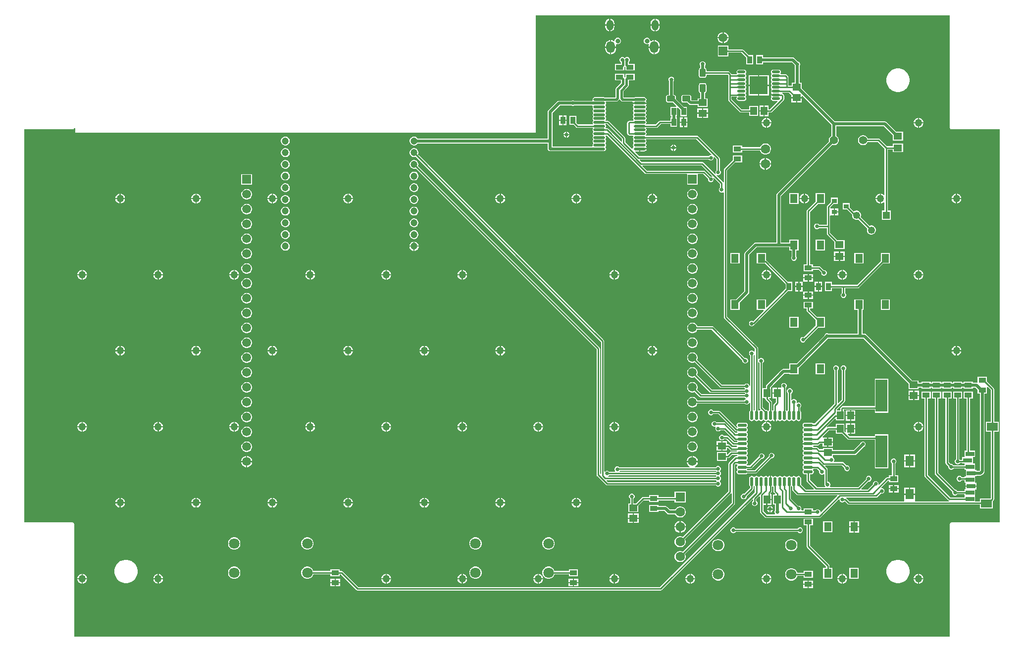
<source format=gbr>
%TF.GenerationSoftware,Altium Limited,Altium Designer,21.6.1 (37)*%
G04 Layer_Physical_Order=1*
G04 Layer_Color=255*
%FSLAX43Y43*%
%MOMM*%
%TF.SameCoordinates,2DC9C271-DD38-4FBD-9B37-034AA9505664*%
%TF.FilePolarity,Positive*%
%TF.FileFunction,Copper,L1,Top,Signal*%
%TF.Part,Single*%
G01*
G75*
%TA.AperFunction,SMDPad,CuDef*%
%ADD10R,1.300X1.550*%
G04:AMPARAMS|DCode=11|XSize=1.4mm|YSize=1mm|CornerRadius=0.2mm|HoleSize=0mm|Usage=FLASHONLY|Rotation=90.000|XOffset=0mm|YOffset=0mm|HoleType=Round|Shape=RoundedRectangle|*
%AMROUNDEDRECTD11*
21,1,1.400,0.600,0,0,90.0*
21,1,1.000,1.000,0,0,90.0*
1,1,0.400,0.300,0.500*
1,1,0.400,0.300,-0.500*
1,1,0.400,-0.300,-0.500*
1,1,0.400,-0.300,0.500*
%
%ADD11ROUNDEDRECTD11*%
%ADD12R,1.400X1.200*%
%ADD13R,1.450X1.200*%
%ADD14R,2.000X5.500*%
%ADD15R,1.300X0.850*%
%ADD16R,1.500X0.800*%
%ADD17R,1.900X1.400*%
%ADD18R,1.400X1.800*%
%ADD19O,1.600X0.550*%
%ADD20O,0.550X1.600*%
G04:AMPARAMS|DCode=21|XSize=1.4mm|YSize=1mm|CornerRadius=0.2mm|HoleSize=0mm|Usage=FLASHONLY|Rotation=0.000|XOffset=0mm|YOffset=0mm|HoleType=Round|Shape=RoundedRectangle|*
%AMROUNDEDRECTD21*
21,1,1.400,0.600,0,0,0.0*
21,1,1.000,1.000,0,0,0.0*
1,1,0.400,0.500,-0.300*
1,1,0.400,-0.500,-0.300*
1,1,0.400,-0.500,0.300*
1,1,0.400,0.500,0.300*
%
%ADD21ROUNDEDRECTD21*%
%ADD22O,1.400X0.450*%
%ADD23R,3.100X3.100*%
%ADD24O,2.000X0.450*%
%ADD25R,0.900X0.800*%
%ADD26R,0.850X1.300*%
%ADD27R,1.200X1.400*%
%TA.AperFunction,Conductor*%
%ADD28C,0.254*%
%ADD29C,0.500*%
%ADD30C,0.381*%
%TA.AperFunction,ComponentPad*%
%ADD31R,1.500X1.500*%
%ADD32C,1.500*%
%ADD33C,1.200*%
%ADD34C,1.600*%
%ADD35C,1.400*%
%ADD36C,1.800*%
%ADD37R,1.600X1.600*%
%ADD38R,1.250X1.250*%
%ADD39C,1.250*%
%ADD40C,0.800*%
%ADD41O,1.150X1.800*%
%ADD42O,1.450X2.000*%
%TA.AperFunction,ViaPad*%
%ADD43C,0.650*%
%ADD44C,1.270*%
%ADD45C,0.750*%
G36*
X158372Y87127D02*
X158392Y87030D01*
X158447Y86947D01*
X158530Y86892D01*
X158627Y86872D01*
X166873D01*
X166879Y19717D01*
X166789Y19628D01*
X158627D01*
X158530Y19608D01*
X158447Y19553D01*
X158392Y19470D01*
X158372Y19373D01*
Y127D01*
X8627D01*
Y19373D01*
X8608Y19470D01*
X8553Y19553D01*
X8541Y19561D01*
Y19566D01*
X8533D01*
X8470Y19608D01*
X8373Y19628D01*
X127D01*
Y86872D01*
X8373D01*
X8470Y86892D01*
X8553Y86947D01*
X8608Y87030D01*
X8615Y87066D01*
X8791D01*
X8791Y86316D01*
X87541D01*
Y106372D01*
X158372D01*
Y87127D01*
D02*
G37*
%LPC*%
G36*
X108075Y105794D02*
Y104800D01*
X108757D01*
Y105025D01*
X108730Y105227D01*
X108652Y105416D01*
X108528Y105578D01*
X108366Y105702D01*
X108177Y105780D01*
X108075Y105794D01*
D02*
G37*
G36*
X107875D02*
X107773Y105780D01*
X107584Y105702D01*
X107422Y105578D01*
X107298Y105416D01*
X107220Y105227D01*
X107193Y105025D01*
Y104800D01*
X107875D01*
Y105794D01*
D02*
G37*
G36*
X100325D02*
Y104800D01*
X101007D01*
Y105025D01*
X100980Y105227D01*
X100902Y105416D01*
X100778Y105578D01*
X100616Y105702D01*
X100427Y105780D01*
X100325Y105794D01*
D02*
G37*
G36*
X100125D02*
X100023Y105780D01*
X99834Y105702D01*
X99672Y105578D01*
X99548Y105416D01*
X99470Y105227D01*
X99443Y105025D01*
Y104800D01*
X100125D01*
Y105794D01*
D02*
G37*
G36*
X108757Y104600D02*
X108075D01*
Y103606D01*
X108177Y103620D01*
X108366Y103698D01*
X108528Y103822D01*
X108652Y103984D01*
X108730Y104173D01*
X108757Y104375D01*
Y104600D01*
D02*
G37*
G36*
X107875D02*
X107193D01*
Y104375D01*
X107220Y104173D01*
X107298Y103984D01*
X107422Y103822D01*
X107584Y103698D01*
X107773Y103620D01*
X107875Y103606D01*
Y104600D01*
D02*
G37*
G36*
X101007D02*
X100325D01*
Y103606D01*
X100427Y103620D01*
X100616Y103698D01*
X100778Y103822D01*
X100902Y103984D01*
X100980Y104173D01*
X101007Y104375D01*
Y104600D01*
D02*
G37*
G36*
X100125D02*
X99443D01*
Y104375D01*
X99470Y104173D01*
X99548Y103984D01*
X99672Y103822D01*
X99834Y103698D01*
X100023Y103620D01*
X100125Y103606D01*
Y104600D01*
D02*
G37*
G36*
X119725Y103490D02*
X119700D01*
Y102640D01*
X120550D01*
Y102665D01*
X120485Y102907D01*
X120360Y103123D01*
X120183Y103300D01*
X119967Y103425D01*
X119725Y103490D01*
D02*
G37*
G36*
X119500D02*
X119475D01*
X119233Y103425D01*
X119017Y103300D01*
X118840Y103123D01*
X118715Y102907D01*
X118650Y102665D01*
Y102640D01*
X119500D01*
Y103490D01*
D02*
G37*
G36*
X101709Y102500D02*
X101491D01*
X101288Y102416D01*
X101134Y102262D01*
X101050Y102059D01*
Y101983D01*
X100923Y101920D01*
X100841Y101983D01*
X100616Y102076D01*
X100475Y102095D01*
Y101000D01*
X101308D01*
Y101175D01*
X101285Y101348D01*
X101399Y101438D01*
X101491Y101400D01*
X101709D01*
X101912Y101484D01*
X102066Y101638D01*
X102150Y101841D01*
Y102059D01*
X102066Y102262D01*
X101912Y102416D01*
X101709Y102500D01*
D02*
G37*
G36*
X120550Y102440D02*
X119700D01*
Y101590D01*
X119725D01*
X119967Y101655D01*
X120183Y101780D01*
X120360Y101957D01*
X120485Y102173D01*
X120550Y102415D01*
Y102440D01*
D02*
G37*
G36*
X119500D02*
X118650D01*
Y102415D01*
X118715Y102173D01*
X118840Y101957D01*
X119017Y101780D01*
X119233Y101655D01*
X119475Y101590D01*
X119500D01*
Y102440D01*
D02*
G37*
G36*
X107925Y102095D02*
Y101000D01*
X108758D01*
Y101175D01*
X108726Y101416D01*
X108633Y101641D01*
X108485Y101835D01*
X108291Y101983D01*
X108066Y102076D01*
X107925Y102095D01*
D02*
G37*
G36*
X106709Y102500D02*
X106491D01*
X106288Y102416D01*
X106134Y102262D01*
X106050Y102059D01*
Y101841D01*
X106134Y101638D01*
X106288Y101484D01*
X106491Y101400D01*
X106709D01*
X106801Y101438D01*
X106915Y101348D01*
X106892Y101175D01*
Y101000D01*
X107725D01*
Y102095D01*
X107584Y102076D01*
X107359Y101983D01*
X107277Y101920D01*
X107150Y101983D01*
Y102059D01*
X107066Y102262D01*
X106912Y102416D01*
X106709Y102500D01*
D02*
G37*
G36*
X100275Y102095D02*
X100134Y102076D01*
X99909Y101983D01*
X99715Y101835D01*
X99567Y101641D01*
X99474Y101416D01*
X99442Y101175D01*
Y101000D01*
X100275D01*
Y102095D01*
D02*
G37*
G36*
X108758Y100800D02*
X107925D01*
Y99705D01*
X108066Y99724D01*
X108291Y99817D01*
X108485Y99965D01*
X108633Y100159D01*
X108726Y100384D01*
X108758Y100625D01*
Y100800D01*
D02*
G37*
G36*
X107725D02*
X106892D01*
Y100625D01*
X106924Y100384D01*
X107017Y100159D01*
X107165Y99965D01*
X107359Y99817D01*
X107584Y99724D01*
X107725Y99705D01*
Y100800D01*
D02*
G37*
G36*
X101308D02*
X100475D01*
Y99705D01*
X100616Y99724D01*
X100841Y99817D01*
X101035Y99965D01*
X101183Y100159D01*
X101276Y100384D01*
X101308Y100625D01*
Y100800D01*
D02*
G37*
G36*
X100275D02*
X99442D01*
Y100625D01*
X99474Y100384D01*
X99567Y100159D01*
X99715Y99965D01*
X99909Y99817D01*
X100134Y99724D01*
X100275Y99705D01*
Y100800D01*
D02*
G37*
G36*
X103277Y99225D02*
X103088D01*
X102914Y99153D01*
X102783Y99022D01*
X102652Y99153D01*
X102477Y99225D01*
X102288D01*
X102114Y99153D01*
X101980Y99019D01*
X101908Y98844D01*
Y98656D01*
X101980Y98481D01*
X102114Y98347D01*
X102120Y98345D01*
Y98075D01*
X101083D01*
Y96925D01*
X102683D01*
Y97538D01*
X102807Y97592D01*
X102883Y97520D01*
Y96925D01*
X104483D01*
Y98075D01*
X103446D01*
Y98345D01*
X103452Y98347D01*
X103586Y98481D01*
X103658Y98656D01*
Y98844D01*
X103586Y99019D01*
X103452Y99153D01*
X103277Y99225D01*
D02*
G37*
G36*
X120500Y101160D02*
X118700D01*
Y99360D01*
X120500D01*
Y99978D01*
X122732D01*
X123559Y99151D01*
Y97950D01*
X124709D01*
Y99550D01*
X123959D01*
X123049Y100460D01*
X122957Y100521D01*
X122849Y100542D01*
X122849Y100542D01*
X120500D01*
Y101160D01*
D02*
G37*
G36*
X104483Y96375D02*
X102883D01*
Y95762D01*
X102759Y95708D01*
X102683Y95780D01*
Y96375D01*
X101083D01*
Y95225D01*
X102120D01*
Y94797D01*
X101322Y93998D01*
X101247Y93886D01*
X101220Y93753D01*
Y92342D01*
X101200Y92322D01*
X99363D01*
X99354Y92328D01*
X99208Y92357D01*
X97658D01*
X97512Y92328D01*
X97387Y92245D01*
X97305Y92121D01*
X97275Y91975D01*
X97298Y91860D01*
X97228Y91733D01*
X94157D01*
X93994Y91800D01*
X93806D01*
X93643Y91733D01*
X91525D01*
X91369Y91702D01*
X91237Y91613D01*
X91237Y91613D01*
X89712Y90088D01*
X89623Y89956D01*
X89592Y89800D01*
X89592Y89800D01*
Y85278D01*
X67381D01*
X67350Y85331D01*
X67211Y85470D01*
X67039Y85569D01*
X66849Y85620D01*
X66651D01*
X66461Y85569D01*
X66289Y85470D01*
X66150Y85331D01*
X66051Y85160D01*
X66000Y84969D01*
Y84771D01*
X66051Y84581D01*
X66150Y84410D01*
X66289Y84270D01*
X66461Y84171D01*
X66651Y84120D01*
X66849D01*
X67039Y84171D01*
X67211Y84270D01*
X67350Y84410D01*
X67381Y84462D01*
X89592D01*
Y83525D01*
X89623Y83369D01*
X89712Y83237D01*
X89844Y83148D01*
X90000Y83117D01*
X98433D01*
X98561Y83143D01*
X99208D01*
X99354Y83172D01*
X99478Y83255D01*
X99561Y83379D01*
X99590Y83525D01*
X99561Y83671D01*
X99498Y83765D01*
X99486Y83850D01*
X99498Y83935D01*
X99561Y84029D01*
X99590Y84175D01*
X99561Y84321D01*
X99498Y84415D01*
X99486Y84500D01*
X99498Y84585D01*
X99561Y84679D01*
X99590Y84825D01*
X99561Y84971D01*
X99498Y85065D01*
X99486Y85150D01*
X99498Y85235D01*
X99561Y85329D01*
X99590Y85475D01*
X99561Y85621D01*
X99498Y85715D01*
X99498Y85716D01*
X99535Y85818D01*
X99554Y85843D01*
X99708D01*
X106250Y79300D01*
X106250Y79300D01*
X106342Y79239D01*
X106450Y79218D01*
X106450Y79218D01*
X113323D01*
X113441Y79195D01*
X113441Y79091D01*
Y77395D01*
X115241D01*
X115241Y79195D01*
X115358Y79218D01*
X116178D01*
X117025Y78371D01*
Y78201D01*
X117097Y78026D01*
X117231Y77892D01*
X117406Y77820D01*
X117594D01*
X117769Y77892D01*
X117903Y78026D01*
X117975Y78201D01*
Y78389D01*
X117917Y78529D01*
X118025Y78601D01*
X119070Y77555D01*
Y76904D01*
X118950Y76784D01*
X118878Y76609D01*
Y76421D01*
X118950Y76246D01*
X119084Y76112D01*
X119258Y76040D01*
X119447D01*
X119591Y76099D01*
X119718Y76042D01*
Y54741D01*
X119718Y54741D01*
X119739Y54633D01*
X119800Y54541D01*
X125029Y49312D01*
Y48861D01*
X124905Y48835D01*
X124902Y48835D01*
X124769Y48968D01*
X124594Y49040D01*
X124406D01*
X124231Y48968D01*
X124097Y48834D01*
X124025Y48659D01*
Y48471D01*
X124097Y48296D01*
X124218Y48176D01*
Y43041D01*
X124099Y43020D01*
X124027Y43195D01*
X123893Y43328D01*
X123719Y43401D01*
X123530D01*
X123355Y43328D01*
X123235Y43208D01*
X119347D01*
X115146Y47409D01*
X115179Y47468D01*
X115241Y47696D01*
Y47933D01*
X115179Y48162D01*
X115061Y48368D01*
X114893Y48535D01*
X114688Y48654D01*
X114459Y48715D01*
X114222D01*
X113993Y48654D01*
X113788Y48535D01*
X113620Y48368D01*
X113502Y48162D01*
X113441Y47933D01*
Y47696D01*
X113502Y47468D01*
X113620Y47262D01*
X113788Y47095D01*
X113993Y46976D01*
X114222Y46915D01*
X114459D01*
X114688Y46976D01*
X114746Y47010D01*
X119030Y42726D01*
X119030Y42726D01*
X119122Y42665D01*
X119230Y42643D01*
X119230Y42643D01*
X123235D01*
X123355Y42523D01*
X123295Y42417D01*
X123261Y42382D01*
X117633D01*
X115146Y44869D01*
X115179Y44928D01*
X115241Y45157D01*
Y45393D01*
X115179Y45622D01*
X115061Y45828D01*
X114893Y45995D01*
X114688Y46114D01*
X114459Y46175D01*
X114222D01*
X113993Y46114D01*
X113788Y45995D01*
X113620Y45828D01*
X113502Y45622D01*
X113441Y45393D01*
Y45157D01*
X113502Y44928D01*
X113620Y44722D01*
X113788Y44555D01*
X113993Y44436D01*
X114222Y44375D01*
X114459D01*
X114688Y44436D01*
X114746Y44470D01*
X117316Y41900D01*
X117316Y41900D01*
X117408Y41839D01*
X117516Y41818D01*
X117516Y41818D01*
X123261D01*
X123378Y41700D01*
X123261Y41582D01*
X115893D01*
X115146Y42329D01*
X115179Y42388D01*
X115241Y42617D01*
Y42853D01*
X115179Y43082D01*
X115061Y43288D01*
X114893Y43455D01*
X114688Y43574D01*
X114459Y43635D01*
X114222D01*
X113993Y43574D01*
X113788Y43455D01*
X113620Y43288D01*
X113502Y43082D01*
X113441Y42853D01*
Y42617D01*
X113502Y42388D01*
X113620Y42182D01*
X113788Y42015D01*
X113993Y41896D01*
X114222Y41835D01*
X114459D01*
X114688Y41896D01*
X114746Y41930D01*
X115576Y41100D01*
X115668Y41039D01*
X115776Y41018D01*
X123261D01*
X123381Y40897D01*
X123490Y40852D01*
Y40715D01*
X123381Y40669D01*
X123247Y40536D01*
X123238Y40513D01*
X115187D01*
X115179Y40542D01*
X115061Y40748D01*
X114893Y40915D01*
X114688Y41034D01*
X114459Y41095D01*
X114222D01*
X113993Y41034D01*
X113788Y40915D01*
X113620Y40748D01*
X113502Y40542D01*
X113441Y40313D01*
Y40076D01*
X113502Y39848D01*
X113620Y39642D01*
X113788Y39475D01*
X113993Y39356D01*
X114222Y39295D01*
X114459D01*
X114688Y39356D01*
X114893Y39475D01*
X115061Y39642D01*
X115179Y39848D01*
X115206Y39948D01*
X123297D01*
X123381Y39864D01*
X123556Y39792D01*
X123744D01*
X123919Y39864D01*
X124053Y39998D01*
X124091Y40089D01*
X124218Y40064D01*
Y38772D01*
X124194Y38756D01*
X124100Y38616D01*
X124067Y38450D01*
Y37400D01*
X124100Y37234D01*
X124194Y37094D01*
X124334Y37000D01*
X124500Y36967D01*
X124666Y37000D01*
X124806Y37094D01*
X124837Y37139D01*
X124964D01*
X124994Y37094D01*
X125134Y37000D01*
X125300Y36967D01*
X125466Y37000D01*
X125606Y37094D01*
X125636Y37139D01*
X125763D01*
X125794Y37094D01*
X125934Y37000D01*
X126100Y36967D01*
X126266Y37000D01*
X126406Y37094D01*
X126437Y37139D01*
X126563D01*
X126594Y37094D01*
X126734Y37000D01*
X126900Y36967D01*
X127066Y37000D01*
X127206Y37094D01*
X127237Y37139D01*
X127364D01*
X127394Y37094D01*
X127534Y37000D01*
X127700Y36967D01*
X127866Y37000D01*
X127989Y37082D01*
X128046Y37094D01*
X128133D01*
X128158Y37058D01*
X128315Y36953D01*
X128400Y36936D01*
Y37925D01*
X128600D01*
Y36936D01*
X128685Y36953D01*
X128842Y37058D01*
X128867Y37094D01*
X128954D01*
X129011Y37082D01*
X129134Y37000D01*
X129300Y36967D01*
X129466Y37000D01*
X129606Y37094D01*
X129637Y37139D01*
X129764D01*
X129794Y37094D01*
X129934Y37000D01*
X130100Y36967D01*
X130266Y37000D01*
X130406Y37094D01*
X130436Y37139D01*
X130564D01*
X130594Y37094D01*
X130734Y37000D01*
X130900Y36967D01*
X131066Y37000D01*
X131206Y37094D01*
X131236Y37139D01*
X131363D01*
X131394Y37094D01*
X131534Y37000D01*
X131700Y36967D01*
X131866Y37000D01*
X132006Y37094D01*
X132036Y37139D01*
X132163D01*
X132194Y37094D01*
X132334Y37000D01*
X132500Y36967D01*
X132666Y37000D01*
X132806Y37094D01*
X132900Y37234D01*
X132933Y37400D01*
Y38450D01*
X132900Y38616D01*
X132806Y38756D01*
X132782Y38772D01*
Y39275D01*
X132903Y39396D01*
X132975Y39570D01*
Y39759D01*
X132903Y39934D01*
X132769Y40067D01*
X132594Y40140D01*
X132406D01*
X132277Y40086D01*
X132175Y40172D01*
Y40361D01*
X132103Y40536D01*
X131969Y40669D01*
X131794Y40742D01*
X131606D01*
X131431Y40669D01*
X131359Y40598D01*
X131232Y40650D01*
Y41682D01*
X131269Y41697D01*
X131403Y41831D01*
X131475Y42006D01*
Y42194D01*
X131403Y42369D01*
X131269Y42503D01*
X131094Y42575D01*
X130906D01*
X130731Y42503D01*
X130597Y42369D01*
X130525Y42194D01*
Y42006D01*
X130597Y41831D01*
X130668Y41761D01*
Y38806D01*
X130594Y38756D01*
X130564Y38711D01*
X130436D01*
X130406Y38756D01*
X130332Y38806D01*
Y42661D01*
X130403Y42731D01*
X130475Y42906D01*
Y43094D01*
X130403Y43269D01*
X130269Y43403D01*
X130094Y43475D01*
X129906D01*
X129731Y43403D01*
X129597Y43269D01*
X129525Y43094D01*
Y42906D01*
X129578Y42777D01*
X129519Y42663D01*
X129504Y42650D01*
X128975D01*
Y41750D01*
X128875D01*
Y41650D01*
X128075D01*
Y40850D01*
X128593D01*
Y40157D01*
X128300Y39864D01*
X128239Y39773D01*
X128218Y39665D01*
X128218Y39665D01*
Y38833D01*
X128158Y38792D01*
X128026Y38820D01*
X127982Y38857D01*
Y40170D01*
X127982Y40170D01*
X127961Y40278D01*
X127900Y40370D01*
X127900Y40370D01*
X127487Y40783D01*
X127535Y40900D01*
X127825D01*
Y42600D01*
X127794D01*
X127754Y42727D01*
X130069Y45042D01*
X130911D01*
Y44975D01*
X132511D01*
Y46074D01*
X132604Y46137D01*
X137498Y51030D01*
X137647Y51092D01*
X143033D01*
X143033Y51092D01*
X143033Y51092D01*
X143581D01*
X151350Y43323D01*
Y42400D01*
X153050D01*
Y42717D01*
X153499D01*
Y42525D01*
X155099D01*
Y42717D01*
X155299D01*
Y42525D01*
X156899D01*
Y42717D01*
X157100D01*
Y42525D01*
X158699D01*
Y42717D01*
X158900D01*
Y42525D01*
X160500D01*
Y42717D01*
X160700D01*
Y42525D01*
X162300D01*
Y42692D01*
X162731D01*
X163100Y42323D01*
Y41675D01*
X163492D01*
Y28502D01*
X163438Y28448D01*
X162900D01*
Y28590D01*
X162827D01*
X162700Y28590D01*
X162700Y28717D01*
Y29690D01*
X162427D01*
X162300Y29690D01*
X162300Y29817D01*
Y30790D01*
X162700D01*
Y31890D01*
X161782D01*
Y40825D01*
X162300D01*
Y41975D01*
X160700D01*
Y40825D01*
X161218D01*
Y31890D01*
X160900D01*
Y30790D01*
X160500D01*
Y30352D01*
X160089D01*
X159982Y30459D01*
Y40825D01*
X160500D01*
Y41975D01*
X158900D01*
Y40825D01*
X159417D01*
Y30459D01*
X159297Y30339D01*
X159225Y30164D01*
Y29975D01*
X159297Y29800D01*
X159431Y29667D01*
X159605Y29594D01*
X159794D01*
X159969Y29667D01*
X160089Y29787D01*
X160500D01*
Y29690D01*
X160773D01*
X160900Y29690D01*
X160900Y29512D01*
X160810Y29423D01*
X158989D01*
X158869Y29543D01*
X158694Y29615D01*
X158524D01*
X158182Y29957D01*
Y40825D01*
X158699D01*
Y41975D01*
X157100D01*
Y40825D01*
X157617D01*
Y29840D01*
X157617Y29840D01*
X157639Y29732D01*
X157700Y29640D01*
X158125Y29216D01*
Y29046D01*
X158197Y28871D01*
X158331Y28737D01*
X158505Y28665D01*
X158694D01*
X158869Y28737D01*
X158989Y28858D01*
X160900D01*
Y28590D01*
X160973D01*
X161100Y28590D01*
X161100Y28463D01*
X161100Y27490D01*
X160973Y27490D01*
X160900D01*
Y27382D01*
X160389D01*
X160269Y27503D01*
X160094Y27575D01*
X159906D01*
X159731Y27503D01*
X159597Y27369D01*
X159525Y27194D01*
Y27006D01*
X159597Y26831D01*
X159731Y26697D01*
X159906Y26625D01*
X160094D01*
X160269Y26697D01*
X160389Y26818D01*
X160900D01*
Y26390D01*
X161050D01*
Y25940D01*
X162000D01*
X162950D01*
Y26440D01*
X162700D01*
X162700Y27490D01*
X162827Y27490D01*
X162900D01*
Y27632D01*
X163607D01*
X163607Y27632D01*
X163763Y27663D01*
X163895Y27752D01*
X164188Y28045D01*
X164188Y28045D01*
X164277Y28177D01*
X164308Y28333D01*
Y41675D01*
X164700D01*
Y42796D01*
X164810Y42865D01*
X165367Y42308D01*
Y36850D01*
X164550D01*
Y35150D01*
X165367D01*
Y23717D01*
X165351Y23700D01*
X163550D01*
Y23245D01*
X162700D01*
Y24063D01*
X162700Y24190D01*
X162700Y24317D01*
Y25240D01*
X162950D01*
Y25740D01*
X162000D01*
X161050D01*
Y25290D01*
X160900D01*
Y25022D01*
X159639D01*
X159519Y25143D01*
X159344Y25215D01*
X159282D01*
X159265Y25232D01*
X159259Y25240D01*
X159259Y25240D01*
X156382Y28118D01*
Y40825D01*
X156899D01*
Y41975D01*
X155299D01*
Y40825D01*
X155817D01*
Y28001D01*
X155817Y28001D01*
X155838Y27893D01*
X155900Y27801D01*
X158802Y24899D01*
X158775Y24835D01*
Y24646D01*
X158847Y24471D01*
X158981Y24337D01*
X159156Y24265D01*
X159344D01*
X159519Y24337D01*
X159639Y24458D01*
X160810D01*
X160900Y24368D01*
X160900Y24190D01*
X160900Y24063D01*
Y23922D01*
X158416D01*
X154581Y27757D01*
Y40825D01*
X155099D01*
Y41975D01*
X153499D01*
Y40825D01*
X154017D01*
Y27641D01*
X154017Y27640D01*
X154038Y27532D01*
X154099Y27441D01*
X158100Y23440D01*
X158100Y23440D01*
X158191Y23379D01*
X158225Y23372D01*
X158212Y23245D01*
X152454D01*
X152400Y23350D01*
X152400Y23372D01*
Y24350D01*
X151500D01*
X150600D01*
Y23372D01*
X150600Y23350D01*
X150546Y23245D01*
X141194D01*
X140701Y23738D01*
X140641Y23779D01*
X140677Y23906D01*
X145771D01*
X145771Y23906D01*
X145880Y23927D01*
X145971Y23988D01*
X146557Y24574D01*
X146619Y24548D01*
X146808D01*
X146983Y24620D01*
X147116Y24754D01*
X147189Y24928D01*
Y25117D01*
X147116Y25292D01*
X146983Y25426D01*
X146808Y25498D01*
X146696D01*
X146643Y25625D01*
X147823Y26805D01*
X147950Y26786D01*
Y26525D01*
X149550D01*
Y27675D01*
X149032D01*
Y29680D01*
X149153Y29800D01*
X149225Y29975D01*
Y30164D01*
X149153Y30339D01*
X149019Y30472D01*
X148844Y30544D01*
X148656D01*
X148481Y30472D01*
X148347Y30339D01*
X148275Y30164D01*
Y29975D01*
X148347Y29800D01*
X148468Y29680D01*
Y27675D01*
X147950D01*
Y27382D01*
X147719D01*
X147719Y27382D01*
X147611Y27361D01*
X147519Y27300D01*
X146268Y26049D01*
X146161Y26121D01*
X146166Y26132D01*
Y26321D01*
X146093Y26496D01*
X145960Y26630D01*
X145785Y26702D01*
X145596D01*
X145422Y26630D01*
X145288Y26496D01*
X145216Y26321D01*
Y26197D01*
X144297Y25278D01*
X143244D01*
X143195Y25396D01*
X144424Y26625D01*
X144594D01*
X144769Y26697D01*
X144903Y26831D01*
X144975Y27006D01*
Y27194D01*
X144903Y27369D01*
X144769Y27503D01*
X144594Y27575D01*
X144406D01*
X144231Y27503D01*
X144097Y27369D01*
X144025Y27194D01*
Y27024D01*
X142683Y25682D01*
X137903D01*
X137850Y25809D01*
X137872Y25831D01*
X137944Y26006D01*
Y26194D01*
X137872Y26369D01*
X137738Y26503D01*
X137563Y26575D01*
X137451D01*
Y28740D01*
X137451Y28740D01*
X137430Y28848D01*
X137369Y28940D01*
X137028Y29281D01*
X137076Y29398D01*
X139883D01*
X140325Y28956D01*
Y28786D01*
X140397Y28611D01*
X140531Y28478D01*
X140706Y28406D01*
X140894D01*
X141069Y28478D01*
X141203Y28611D01*
X141275Y28786D01*
Y28975D01*
X141203Y29150D01*
X141069Y29283D01*
X140894Y29356D01*
X140724D01*
X140200Y29880D01*
X140108Y29941D01*
X140000Y29963D01*
X140000Y29963D01*
X138616D01*
X138557Y30090D01*
X138616Y30230D01*
Y30419D01*
X138543Y30594D01*
X138414Y30723D01*
X138341Y30819D01*
Y31162D01*
X142069D01*
X142069Y31162D01*
X142226Y31193D01*
X142358Y31281D01*
X143607Y32530D01*
X143769Y32597D01*
X143903Y32731D01*
X143975Y32906D01*
Y33094D01*
X143903Y33269D01*
X143769Y33403D01*
X143594Y33475D01*
X143406D01*
X143231Y33403D01*
X143097Y33269D01*
X143030Y33107D01*
X141901Y31977D01*
X138341D01*
Y32319D01*
X136641D01*
Y32161D01*
X136045D01*
X135732Y32475D01*
X135640Y32536D01*
X135532Y32557D01*
X135532Y32557D01*
X135082D01*
X135045Y32601D01*
X135017Y32733D01*
X135058Y32793D01*
X135751D01*
X135751Y32793D01*
X135859Y32814D01*
X135951Y32875D01*
X136163Y33087D01*
X136591D01*
Y32569D01*
X137391D01*
Y33369D01*
Y34169D01*
X136712D01*
X136638Y34169D01*
X136565Y34272D01*
X136570Y34294D01*
X137663Y35387D01*
X138850D01*
Y34819D01*
X139951D01*
X140900Y33870D01*
X140900Y33870D01*
X140992Y33809D01*
X141100Y33787D01*
X141100Y33787D01*
X145541D01*
Y28900D01*
X147841D01*
Y34700D01*
X145541D01*
Y34352D01*
X141217D01*
X140917Y34652D01*
X140965Y34769D01*
X141300D01*
Y35569D01*
X140600D01*
Y35135D01*
X140483Y35086D01*
X140350Y35219D01*
Y36519D01*
X138850D01*
Y35952D01*
X137546D01*
X137438Y35930D01*
X137430Y35925D01*
X137349Y36024D01*
X138733Y37408D01*
X138850Y37359D01*
Y37075D01*
X140350D01*
Y38775D01*
X140196D01*
Y38968D01*
X145541D01*
Y38400D01*
X147841D01*
Y44200D01*
X145541D01*
Y39532D01*
X140062D01*
X139954Y39511D01*
X139862Y39450D01*
X139862Y39450D01*
X139714Y39301D01*
X139652Y39209D01*
X139631Y39101D01*
X139631Y39101D01*
Y38775D01*
X139005D01*
Y38935D01*
X140379Y40309D01*
X140379Y40309D01*
X140441Y40400D01*
X140462Y40508D01*
Y45636D01*
X140582Y45756D01*
X140655Y45931D01*
Y46119D01*
X140582Y46294D01*
X140449Y46428D01*
X140274Y46500D01*
X140085D01*
X139911Y46428D01*
X139777Y46294D01*
X139705Y46119D01*
Y45931D01*
X139777Y45756D01*
X139897Y45636D01*
Y40625D01*
X139302Y40030D01*
X139184Y40078D01*
Y45636D01*
X139305Y45756D01*
X139377Y45931D01*
Y46119D01*
X139305Y46294D01*
X139171Y46428D01*
X138996Y46500D01*
X138808D01*
X138633Y46428D01*
X138499Y46294D01*
X138427Y46119D01*
Y45931D01*
X138499Y45756D01*
X138620Y45636D01*
Y39919D01*
X135258Y36557D01*
X134997D01*
X134981Y36581D01*
X134841Y36675D01*
X134675Y36708D01*
X133625D01*
X133459Y36675D01*
X133319Y36581D01*
X133225Y36441D01*
X133192Y36275D01*
X133225Y36109D01*
X133319Y35969D01*
X133364Y35938D01*
Y35811D01*
X133319Y35781D01*
X133225Y35641D01*
X133192Y35475D01*
X133225Y35309D01*
X133319Y35169D01*
X133364Y35138D01*
Y35011D01*
X133319Y34981D01*
X133225Y34841D01*
X133192Y34675D01*
X133225Y34509D01*
X133319Y34369D01*
X133364Y34338D01*
Y34211D01*
X133319Y34181D01*
X133225Y34041D01*
X133192Y33875D01*
X133225Y33709D01*
X133307Y33586D01*
X133319Y33529D01*
Y33442D01*
X133283Y33417D01*
X133178Y33260D01*
X133161Y33175D01*
X134150D01*
Y32975D01*
X133161D01*
X133178Y32890D01*
X133283Y32733D01*
X133319Y32708D01*
Y32621D01*
X133307Y32564D01*
X133225Y32441D01*
X133192Y32275D01*
X133225Y32109D01*
X133319Y31969D01*
X133364Y31938D01*
Y31811D01*
X133319Y31781D01*
X133225Y31641D01*
X133192Y31475D01*
X133225Y31309D01*
X133319Y31169D01*
X133364Y31138D01*
Y31011D01*
X133319Y30981D01*
X133225Y30841D01*
X133192Y30675D01*
X133225Y30509D01*
X133319Y30369D01*
X133364Y30338D01*
Y30211D01*
X133319Y30181D01*
X133225Y30041D01*
X133192Y29875D01*
X133225Y29709D01*
X133319Y29569D01*
X133364Y29538D01*
Y29411D01*
X133319Y29381D01*
X133225Y29241D01*
X133192Y29075D01*
X133225Y28909D01*
X133319Y28769D01*
X133364Y28738D01*
Y28611D01*
X133319Y28581D01*
X133225Y28441D01*
X133192Y28275D01*
X133225Y28109D01*
X133319Y27969D01*
X133459Y27875D01*
X133625Y27842D01*
X133868D01*
Y26775D01*
X133868Y26775D01*
X133889Y26667D01*
X133950Y26575D01*
X135130Y25396D01*
X135081Y25278D01*
X133721D01*
X132928Y26072D01*
X132933Y26100D01*
Y27150D01*
X132900Y27316D01*
X132806Y27456D01*
X132666Y27550D01*
X132500Y27583D01*
X132334Y27550D01*
X132194Y27456D01*
X132163Y27411D01*
X132036D01*
X132006Y27456D01*
X131866Y27550D01*
X131700Y27583D01*
X131534Y27550D01*
X131394Y27456D01*
X131363Y27411D01*
X131236D01*
X131206Y27456D01*
X131066Y27550D01*
X130900Y27583D01*
X130734Y27550D01*
X130594Y27456D01*
X130564Y27411D01*
X130436D01*
X130406Y27456D01*
X130266Y27550D01*
X130100Y27583D01*
X129934Y27550D01*
X129794Y27456D01*
X129764Y27411D01*
X129637D01*
X129606Y27456D01*
X129466Y27550D01*
X129300Y27583D01*
X129134Y27550D01*
X128994Y27456D01*
X128964Y27411D01*
X128837D01*
X128806Y27456D01*
X128666Y27550D01*
X128500Y27583D01*
X128334Y27550D01*
X128211Y27468D01*
X128154Y27456D01*
X128067D01*
X128042Y27492D01*
X127885Y27597D01*
X127800Y27614D01*
Y26625D01*
X127600D01*
Y27614D01*
X127515Y27597D01*
X127358Y27492D01*
X127333Y27456D01*
X127246D01*
X127189Y27468D01*
X127066Y27550D01*
X126900Y27583D01*
X126734Y27550D01*
X126594Y27456D01*
X126563Y27411D01*
X126437D01*
X126406Y27456D01*
X126266Y27550D01*
X126100Y27583D01*
X125934Y27550D01*
X125794Y27456D01*
X125763Y27411D01*
X125636D01*
X125606Y27456D01*
X125466Y27550D01*
X125300Y27583D01*
X125134Y27550D01*
X124994Y27456D01*
X124964Y27411D01*
X124837D01*
X124806Y27456D01*
X124666Y27550D01*
X124500Y27583D01*
X124334Y27550D01*
X124194Y27456D01*
X124100Y27316D01*
X124067Y27150D01*
Y26100D01*
X124100Y25934D01*
X124194Y25794D01*
X124218Y25778D01*
Y25561D01*
X123208Y24551D01*
X123038D01*
X122863Y24479D01*
X122730Y24345D01*
X122657Y24171D01*
Y23982D01*
X122730Y23807D01*
X122863Y23674D01*
X123038Y23601D01*
X123227D01*
X123401Y23674D01*
X123535Y23807D01*
X123607Y23982D01*
Y24152D01*
X124700Y25244D01*
X124700Y25244D01*
X124761Y25336D01*
X124782Y25444D01*
Y25778D01*
X124806Y25794D01*
X124807Y25795D01*
X124949Y25804D01*
X125018Y25734D01*
Y24802D01*
X108780Y8565D01*
X57214D01*
X54544Y11235D01*
X54452Y11296D01*
X54344Y11317D01*
X54344Y11317D01*
X54050D01*
Y11610D01*
X52450D01*
Y11317D01*
X49512D01*
X49479Y11440D01*
X49341Y11680D01*
X49145Y11875D01*
X48906Y12013D01*
X48639Y12085D01*
X48362D01*
X48095Y12013D01*
X47856Y11875D01*
X47660Y11680D01*
X47522Y11440D01*
X47451Y11173D01*
Y10897D01*
X47522Y10630D01*
X47660Y10390D01*
X47856Y10195D01*
X48095Y10057D01*
X48362Y9985D01*
X48639D01*
X48906Y10057D01*
X49145Y10195D01*
X49341Y10390D01*
X49479Y10630D01*
X49512Y10753D01*
X52450D01*
Y10460D01*
X54050D01*
Y10753D01*
X54227D01*
X56897Y8083D01*
X56897Y8083D01*
X56988Y8021D01*
X57097Y8000D01*
X57097Y8000D01*
X108897D01*
X108897Y8000D01*
X109006Y8021D01*
X109097Y8083D01*
X124600Y23586D01*
X124718Y23537D01*
Y23301D01*
X124597Y23181D01*
X124525Y23006D01*
Y22817D01*
X124597Y22643D01*
X124731Y22509D01*
X124906Y22437D01*
X125094D01*
X125269Y22509D01*
X125403Y22643D01*
X125475Y22817D01*
Y23006D01*
X125403Y23181D01*
X125282Y23301D01*
Y23621D01*
X125798Y24137D01*
X125916Y24088D01*
Y23538D01*
Y21467D01*
X125916Y21467D01*
X125937Y21359D01*
X125998Y21268D01*
X126760Y20506D01*
X126760Y20506D01*
X126851Y20445D01*
X126959Y20424D01*
X136078D01*
X136078Y20424D01*
X136186Y20445D01*
X136278Y20506D01*
X139383Y23612D01*
X139510Y23559D01*
Y23444D01*
X139582Y23269D01*
X139716Y23136D01*
X139891Y23063D01*
X140080D01*
X140254Y23136D01*
X140374Y23256D01*
X140385D01*
X140877Y22763D01*
X140877Y22763D01*
X140969Y22702D01*
X141077Y22681D01*
X141077Y22681D01*
X163550D01*
Y22000D01*
X165750D01*
Y23301D01*
X165850Y23400D01*
X165850Y23400D01*
X165911Y23492D01*
X165932Y23600D01*
X165932Y23600D01*
Y35150D01*
X166750D01*
Y36850D01*
X165932D01*
Y42425D01*
X165911Y42533D01*
X165850Y42625D01*
X165850Y42625D01*
X164700Y43774D01*
Y44525D01*
X163100D01*
Y43589D01*
X163086Y43567D01*
X162973Y43493D01*
X162900Y43508D01*
X162900Y43508D01*
X162300D01*
Y43675D01*
X160700D01*
Y43533D01*
X160500D01*
Y43675D01*
X158900D01*
Y43533D01*
X158699D01*
Y43675D01*
X157100D01*
Y43533D01*
X156899D01*
Y43675D01*
X155299D01*
Y43533D01*
X155099D01*
Y43675D01*
X153499D01*
Y43533D01*
X153050D01*
Y43900D01*
X151927D01*
X144038Y51788D01*
X143906Y51877D01*
X143750Y51908D01*
X143750Y51908D01*
X143440D01*
Y55945D01*
X143641D01*
Y57795D01*
X142041D01*
Y55945D01*
X142625D01*
Y51908D01*
X137647D01*
X137485Y51975D01*
X137296D01*
X137122Y51903D01*
X136988Y51769D01*
X136921Y51607D01*
X132147Y46833D01*
X132111D01*
X132111Y46833D01*
X132071Y46825D01*
X130911D01*
Y45858D01*
X129900D01*
X129900Y45858D01*
X129744Y45827D01*
X129612Y45738D01*
X129612Y45738D01*
X127029Y43156D01*
X126941Y43024D01*
X126910Y42868D01*
X126910Y42868D01*
Y42600D01*
X126382D01*
Y46895D01*
X126503Y47016D01*
X126575Y47190D01*
Y47379D01*
X126503Y47554D01*
X126369Y47687D01*
X126194Y47760D01*
X126006D01*
X125831Y47687D01*
X125721Y47577D01*
X125610Y47607D01*
X125594Y47616D01*
Y49429D01*
X125594Y49429D01*
X125572Y49537D01*
X125511Y49629D01*
X125511Y49629D01*
X120282Y54858D01*
Y79849D01*
X121634Y81200D01*
X122834D01*
Y82350D01*
X121234D01*
Y81599D01*
X119800Y80166D01*
X119739Y80074D01*
X119718Y79966D01*
X119718Y79966D01*
Y77853D01*
X119591Y77815D01*
X119552Y77872D01*
X118453Y78972D01*
X118524Y79080D01*
X118656Y79025D01*
X118845D01*
X119020Y79097D01*
X119153Y79231D01*
X119226Y79406D01*
Y79594D01*
X119153Y79769D01*
X119033Y79889D01*
Y81874D01*
X119012Y81982D01*
X118950Y82074D01*
X118950Y82074D01*
X115350Y85675D01*
X115258Y85736D01*
X115150Y85757D01*
X115150Y85757D01*
X106454D01*
X106435Y85782D01*
X106398Y85884D01*
X106398Y85885D01*
X106461Y85979D01*
X106490Y86125D01*
X106461Y86271D01*
X106398Y86365D01*
X106386Y86450D01*
X106398Y86535D01*
X106461Y86629D01*
X106490Y86775D01*
X106461Y86921D01*
X106398Y87015D01*
X106398Y87016D01*
X106435Y87118D01*
X106454Y87143D01*
X108181D01*
X108181Y87143D01*
X108290Y87164D01*
X108381Y87225D01*
X108948Y87793D01*
X110575D01*
Y87275D01*
X111725D01*
Y88875D01*
X111613D01*
Y89100D01*
X111725D01*
Y90532D01*
X111842Y90581D01*
X112267Y90156D01*
Y90075D01*
X112267Y90075D01*
X112275Y90036D01*
Y89100D01*
X113425D01*
Y90700D01*
X112877D01*
X111557Y92020D01*
Y92400D01*
X111530Y92537D01*
X111452Y92652D01*
X111337Y92730D01*
X111200Y92757D01*
X111133D01*
Y95095D01*
X111153Y95115D01*
X111225Y95290D01*
Y95479D01*
X111153Y95653D01*
X111019Y95787D01*
X110844Y95859D01*
X110656D01*
X110481Y95787D01*
X110347Y95653D01*
X110275Y95479D01*
Y95290D01*
X110317Y95188D01*
Y92757D01*
X110200D01*
X110063Y92730D01*
X109948Y92652D01*
X109870Y92537D01*
X109843Y92400D01*
Y91800D01*
X109870Y91663D01*
X109948Y91548D01*
X110063Y91470D01*
X110200Y91443D01*
X110980D01*
X111606Y90817D01*
X111557Y90700D01*
X110575D01*
Y89100D01*
X110797D01*
Y88875D01*
X110575D01*
Y88357D01*
X108831D01*
X108831Y88357D01*
X108723Y88336D01*
X108632Y88275D01*
X108632Y88275D01*
X108064Y87707D01*
X106454D01*
X106435Y87732D01*
X106398Y87834D01*
X106398Y87835D01*
X106461Y87929D01*
X106490Y88075D01*
X106461Y88221D01*
X106398Y88315D01*
X106386Y88400D01*
X106398Y88485D01*
X106461Y88579D01*
X106490Y88725D01*
X106461Y88871D01*
X106398Y88965D01*
X106386Y89050D01*
X106398Y89135D01*
X106461Y89229D01*
X106490Y89375D01*
X106461Y89521D01*
X106398Y89615D01*
X106386Y89700D01*
X106398Y89785D01*
X106461Y89879D01*
X106490Y90025D01*
X106461Y90171D01*
X106398Y90265D01*
X106386Y90350D01*
X106398Y90435D01*
X106461Y90529D01*
X106490Y90675D01*
X106461Y90821D01*
X106378Y90945D01*
X106440Y91057D01*
X106508Y91159D01*
X106521Y91225D01*
X105333D01*
X104144D01*
X104158Y91159D01*
X104226Y91057D01*
X104287Y90945D01*
X104205Y90821D01*
X104175Y90675D01*
X104205Y90529D01*
X104267Y90435D01*
X104280Y90350D01*
X104267Y90265D01*
X104205Y90171D01*
X104175Y90025D01*
X104205Y89879D01*
X104267Y89785D01*
X104280Y89700D01*
X104267Y89615D01*
X104205Y89521D01*
X104175Y89375D01*
X104205Y89229D01*
X104267Y89135D01*
X104280Y89050D01*
X104267Y88965D01*
X104205Y88871D01*
X104175Y88725D01*
X104205Y88579D01*
X104267Y88485D01*
X104268Y88484D01*
X104231Y88382D01*
X104211Y88357D01*
X103607D01*
X103499Y88336D01*
X103407Y88275D01*
X103407Y88275D01*
X103258Y88126D01*
X103197Y88034D01*
X103176Y87926D01*
X103176Y87926D01*
Y86236D01*
X103176Y86236D01*
X103197Y86128D01*
X103258Y86037D01*
X103407Y85888D01*
X103407Y85888D01*
X103499Y85827D01*
X103607Y85805D01*
X104175D01*
X104243Y85678D01*
X104205Y85621D01*
X104175Y85475D01*
X104205Y85329D01*
X104267Y85235D01*
X104280Y85150D01*
X104267Y85065D01*
X104205Y84971D01*
X104175Y84825D01*
X104205Y84679D01*
X104267Y84585D01*
X104280Y84500D01*
X104267Y84415D01*
X104205Y84321D01*
X104175Y84175D01*
X104205Y84029D01*
X104287Y83905D01*
X104226Y83793D01*
X104158Y83691D01*
X104132Y83561D01*
X104031Y83514D01*
X104002Y83511D01*
X102861Y84653D01*
Y85339D01*
X102861Y85339D01*
X102839Y85447D01*
X102778Y85539D01*
X102778Y85539D01*
X100042Y88275D01*
X99950Y88336D01*
X99842Y88357D01*
X99842Y88357D01*
X99554D01*
X99535Y88382D01*
X99498Y88484D01*
X99498Y88485D01*
X99561Y88579D01*
X99590Y88725D01*
X99561Y88871D01*
X99498Y88965D01*
X99486Y89050D01*
X99498Y89135D01*
X99561Y89229D01*
X99590Y89375D01*
X99561Y89521D01*
X99498Y89615D01*
X99486Y89700D01*
X99498Y89785D01*
X99561Y89879D01*
X99590Y90025D01*
X99561Y90171D01*
X99498Y90265D01*
X99486Y90350D01*
X99498Y90435D01*
X99561Y90529D01*
X99590Y90675D01*
X99561Y90821D01*
X99498Y90915D01*
X99486Y91000D01*
X99498Y91085D01*
X99561Y91179D01*
X99590Y91325D01*
X99561Y91471D01*
X99541Y91501D01*
X99609Y91628D01*
X101344D01*
X101477Y91654D01*
X101590Y91730D01*
X101805Y91945D01*
X101839Y91962D01*
X101927D01*
X101960Y91945D01*
X102176Y91730D01*
X102289Y91654D01*
X102422Y91628D01*
X104114D01*
X104174Y91516D01*
X104158Y91491D01*
X104144Y91425D01*
X105333D01*
X106521D01*
X106508Y91491D01*
X106440Y91593D01*
X106378Y91705D01*
X106461Y91829D01*
X106490Y91975D01*
X106461Y92121D01*
X106378Y92245D01*
X106254Y92328D01*
X106108Y92357D01*
X104558D01*
X104412Y92328D01*
X104402Y92322D01*
X102565D01*
X102546Y92342D01*
Y93348D01*
X103344Y94146D01*
X103419Y94259D01*
X103446Y94392D01*
Y95225D01*
X104483D01*
Y96375D01*
D02*
G37*
G36*
X127434Y96134D02*
X125784D01*
Y94484D01*
X127434D01*
Y96134D01*
D02*
G37*
G36*
X125584D02*
X123934D01*
Y94484D01*
X125584D01*
Y96134D01*
D02*
G37*
G36*
X126409Y99550D02*
X125259D01*
Y97950D01*
X126409D01*
Y98342D01*
X131325D01*
X131808Y97858D01*
X131856Y97743D01*
Y94809D01*
X131314D01*
Y94342D01*
X130782D01*
Y95786D01*
X130761Y95894D01*
X130700Y95986D01*
X130477Y96209D01*
X130385Y96270D01*
X130277Y96292D01*
X130277Y96292D01*
X129456D01*
X129436Y96316D01*
X129399Y96418D01*
X129400Y96419D01*
X129462Y96513D01*
X129491Y96659D01*
X129462Y96805D01*
X129379Y96929D01*
X129255Y97012D01*
X129109Y97041D01*
X128159D01*
X128013Y97012D01*
X127889Y96929D01*
X127806Y96805D01*
X127777Y96659D01*
X127806Y96513D01*
X127869Y96419D01*
X127881Y96334D01*
X127869Y96249D01*
X127806Y96155D01*
X127777Y96009D01*
X127806Y95863D01*
X127869Y95769D01*
X127881Y95684D01*
X127869Y95599D01*
X127806Y95505D01*
X127777Y95359D01*
X127806Y95213D01*
X127869Y95119D01*
X127881Y95034D01*
X127869Y94949D01*
X127806Y94855D01*
X127777Y94709D01*
X127806Y94563D01*
X127869Y94469D01*
X127881Y94384D01*
X127869Y94299D01*
X127806Y94205D01*
X127777Y94059D01*
X127806Y93913D01*
X127889Y93789D01*
X127827Y93677D01*
X127759Y93575D01*
X127746Y93509D01*
X128634D01*
Y93309D01*
X127746D01*
X127759Y93243D01*
X127853Y93103D01*
Y93065D01*
X127759Y92925D01*
X127746Y92859D01*
X128634D01*
Y92659D01*
X127746D01*
X127759Y92593D01*
X127827Y92491D01*
X127889Y92379D01*
X127806Y92255D01*
X127777Y92109D01*
X127806Y91963D01*
X127889Y91839D01*
X128013Y91756D01*
X128159Y91727D01*
X128871D01*
X128920Y91609D01*
X127602Y90292D01*
X127395D01*
Y90909D01*
X126695D01*
Y90009D01*
Y89109D01*
X127395D01*
Y89727D01*
X127719D01*
X127719Y89727D01*
X127827Y89748D01*
X127919Y89809D01*
X129950Y91840D01*
X129950Y91840D01*
X130011Y91932D01*
X130032Y92040D01*
X130032Y92040D01*
Y92600D01*
X130032Y92600D01*
X130011Y92708D01*
X129950Y92800D01*
X129950Y92800D01*
X129791Y92959D01*
X129729Y93000D01*
X129764Y93127D01*
X130797D01*
X131264Y92660D01*
Y92359D01*
X132164D01*
X133064D01*
Y92516D01*
X133181Y92565D01*
X138112Y87634D01*
Y85746D01*
X137998Y85680D01*
X137839Y85522D01*
X137727Y85328D01*
X137670Y85112D01*
Y84888D01*
X137704Y84761D01*
X128821Y75878D01*
X128732Y75746D01*
X128701Y75590D01*
X128701Y75590D01*
Y67508D01*
X125169D01*
X125013Y67477D01*
X124881Y67388D01*
X124881Y67388D01*
X123362Y65869D01*
X123273Y65737D01*
X123242Y65581D01*
X123242Y65581D01*
Y59173D01*
X121864Y57795D01*
X120841D01*
Y55945D01*
X122441D01*
Y57218D01*
X123938Y58716D01*
X124027Y58848D01*
X124058Y59004D01*
X124058Y59004D01*
Y65412D01*
X125338Y66692D01*
X130911D01*
Y66175D01*
X131303D01*
Y65102D01*
X131236Y64939D01*
Y64751D01*
X131308Y64576D01*
X131442Y64442D01*
X131616Y64370D01*
X131805D01*
X131980Y64442D01*
X132113Y64576D01*
X132186Y64751D01*
Y64939D01*
X132118Y65102D01*
Y66175D01*
X132511D01*
Y68025D01*
X130911D01*
Y67508D01*
X129517D01*
Y75421D01*
X138280Y84184D01*
X138408Y84150D01*
X138631D01*
X138848Y84208D01*
X139041Y84320D01*
X139200Y84478D01*
X139312Y84672D01*
X139370Y84888D01*
Y85112D01*
X139312Y85328D01*
X139200Y85522D01*
X139041Y85680D01*
X138927Y85746D01*
Y87395D01*
X147103D01*
X148625Y85873D01*
Y84950D01*
X150375D01*
Y86450D01*
X149202D01*
X147560Y88092D01*
X147428Y88180D01*
X147272Y88211D01*
X147272Y88211D01*
X138688D01*
X133014Y93886D01*
Y94809D01*
X132672D01*
Y97743D01*
X132739Y97906D01*
Y98094D01*
X132666Y98269D01*
X132533Y98403D01*
X132358Y98475D01*
X132345D01*
X131782Y99038D01*
X131650Y99127D01*
X131493Y99158D01*
X131493Y99158D01*
X126409D01*
Y99550D01*
D02*
G37*
G36*
X149697Y97250D02*
X149303D01*
X148917Y97173D01*
X148553Y97022D01*
X148225Y96803D01*
X147947Y96525D01*
X147728Y96197D01*
X147577Y95833D01*
X147500Y95447D01*
Y95053D01*
X147577Y94667D01*
X147728Y94303D01*
X147947Y93975D01*
X148225Y93697D01*
X148553Y93478D01*
X148917Y93327D01*
X149303Y93250D01*
X149697D01*
X150083Y93327D01*
X150447Y93478D01*
X150775Y93697D01*
X151053Y93975D01*
X151272Y94303D01*
X151423Y94667D01*
X151500Y95053D01*
Y95447D01*
X151423Y95833D01*
X151272Y96197D01*
X151053Y96525D01*
X150775Y96803D01*
X150447Y97022D01*
X150083Y97173D01*
X149697Y97250D01*
D02*
G37*
G36*
X127434Y94284D02*
X125784D01*
Y92634D01*
X127434D01*
Y94284D01*
D02*
G37*
G36*
X125584D02*
X123934D01*
Y92634D01*
X125584D01*
Y94284D01*
D02*
G37*
G36*
X116400Y94757D02*
X115800D01*
X115663Y94730D01*
X115548Y94652D01*
X115470Y94537D01*
X115443Y94400D01*
Y93400D01*
X115470Y93263D01*
X115548Y93148D01*
X115663Y93070D01*
X115692Y93065D01*
Y92166D01*
X115250D01*
Y91824D01*
X114212D01*
X114157Y91879D01*
Y92400D01*
X114130Y92537D01*
X114052Y92652D01*
X113937Y92730D01*
X113800Y92757D01*
X112800D01*
X112663Y92730D01*
X112548Y92652D01*
X112470Y92537D01*
X112443Y92400D01*
Y91800D01*
X112470Y91663D01*
X112548Y91548D01*
X112663Y91470D01*
X112800Y91443D01*
X113446D01*
X113462Y91420D01*
X113755Y91128D01*
X113755Y91128D01*
X113887Y91039D01*
X114043Y91008D01*
X115250D01*
Y90666D01*
X116950D01*
Y92166D01*
X116508D01*
Y93065D01*
X116537Y93070D01*
X116652Y93148D01*
X116730Y93263D01*
X116757Y93400D01*
Y94400D01*
X116730Y94537D01*
X116652Y94652D01*
X116537Y94730D01*
X116400Y94757D01*
D02*
G37*
G36*
X116194Y98496D02*
X116006D01*
X115831Y98423D01*
X115697Y98290D01*
X115625Y98115D01*
Y97926D01*
X115692Y97764D01*
Y97335D01*
X115663Y97330D01*
X115548Y97252D01*
X115470Y97137D01*
X115443Y97000D01*
Y96000D01*
X115470Y95863D01*
X115548Y95748D01*
X115663Y95670D01*
X115800Y95643D01*
X116400D01*
X116537Y95670D01*
X116652Y95748D01*
X116730Y95863D01*
X116757Y96000D01*
Y96218D01*
X120376D01*
X120468Y96126D01*
Y96084D01*
X120468Y96084D01*
X120468Y96084D01*
Y95359D01*
Y94709D01*
Y94059D01*
Y92759D01*
X120468Y92759D01*
X120468Y92759D01*
Y91884D01*
X120468Y91884D01*
X120489Y91776D01*
X120550Y91684D01*
X122425Y89809D01*
X122425Y89809D01*
X122517Y89748D01*
X122625Y89727D01*
X122625Y89727D01*
X124045D01*
Y89159D01*
X125545D01*
Y90859D01*
X124045D01*
Y90292D01*
X122742D01*
X121032Y92001D01*
Y92477D01*
X121913D01*
X121932Y92452D01*
X121969Y92350D01*
X121969Y92349D01*
X121906Y92255D01*
X121877Y92109D01*
X121906Y91963D01*
X121989Y91839D01*
X122113Y91756D01*
X122259Y91727D01*
X123209D01*
X123355Y91756D01*
X123479Y91839D01*
X123562Y91963D01*
X123591Y92109D01*
X123562Y92255D01*
X123500Y92349D01*
X123487Y92434D01*
X123500Y92519D01*
X123562Y92613D01*
X123591Y92759D01*
X123562Y92905D01*
X123500Y92999D01*
X123487Y93084D01*
X123500Y93169D01*
X123562Y93263D01*
X123591Y93409D01*
X123562Y93555D01*
X123500Y93649D01*
X123487Y93734D01*
X123500Y93819D01*
X123562Y93913D01*
X123591Y94059D01*
X123562Y94205D01*
X123500Y94299D01*
X123487Y94384D01*
X123500Y94469D01*
X123562Y94563D01*
X123591Y94709D01*
X123562Y94855D01*
X123500Y94949D01*
X123487Y95034D01*
X123500Y95119D01*
X123562Y95213D01*
X123591Y95359D01*
X123562Y95505D01*
X123500Y95599D01*
X123487Y95684D01*
X123500Y95769D01*
X123562Y95863D01*
X123591Y96009D01*
X123562Y96155D01*
X123500Y96249D01*
X123487Y96334D01*
X123500Y96419D01*
X123562Y96513D01*
X123591Y96659D01*
X123562Y96805D01*
X123479Y96929D01*
X123355Y97012D01*
X123209Y97041D01*
X122259D01*
X122113Y97012D01*
X121989Y96929D01*
X121906Y96805D01*
X121877Y96659D01*
X121906Y96513D01*
X121969Y96419D01*
X121969Y96418D01*
X121932Y96316D01*
X121913Y96292D01*
X121023D01*
X121011Y96351D01*
X120950Y96443D01*
X120950Y96443D01*
X120693Y96700D01*
X120601Y96761D01*
X120493Y96782D01*
X120493Y96782D01*
X116757D01*
Y97000D01*
X116730Y97137D01*
X116652Y97252D01*
X116537Y97330D01*
X116508Y97335D01*
Y97764D01*
X116575Y97926D01*
Y98115D01*
X116503Y98290D01*
X116369Y98423D01*
X116194Y98496D01*
D02*
G37*
G36*
X133064Y92159D02*
X132264D01*
Y91459D01*
X133064D01*
Y92159D01*
D02*
G37*
G36*
X132064D02*
X131264D01*
Y91459D01*
X132064D01*
Y92159D01*
D02*
G37*
G36*
X126495Y90909D02*
X125795D01*
Y90109D01*
X126495D01*
Y90909D01*
D02*
G37*
G36*
X117000Y90416D02*
X116200D01*
Y89716D01*
X117000D01*
Y90416D01*
D02*
G37*
G36*
X116000D02*
X115200D01*
Y89716D01*
X116000D01*
Y90416D01*
D02*
G37*
G36*
X126495Y89909D02*
X125795D01*
Y89109D01*
X126495D01*
Y89909D01*
D02*
G37*
G36*
X117000Y89516D02*
X116200D01*
Y88816D01*
X117000D01*
Y89516D01*
D02*
G37*
G36*
X116000D02*
X115200D01*
Y88816D01*
X116000D01*
Y89516D01*
D02*
G37*
G36*
X113475Y88925D02*
X112950D01*
Y88175D01*
X113475D01*
Y88925D01*
D02*
G37*
G36*
X112750D02*
X112225D01*
Y88175D01*
X112750D01*
Y88925D01*
D02*
G37*
G36*
X153110Y88835D02*
X153100D01*
Y88100D01*
X153835D01*
Y88110D01*
X153778Y88322D01*
X153668Y88513D01*
X153513Y88668D01*
X153322Y88778D01*
X153110Y88835D01*
D02*
G37*
G36*
X152900D02*
X152890D01*
X152678Y88778D01*
X152487Y88668D01*
X152332Y88513D01*
X152222Y88322D01*
X152165Y88110D01*
Y88100D01*
X152900D01*
Y88835D01*
D02*
G37*
G36*
X127110D02*
X127100D01*
Y88100D01*
X127835D01*
Y88110D01*
X127778Y88322D01*
X127668Y88513D01*
X127513Y88668D01*
X127322Y88778D01*
X127110Y88835D01*
D02*
G37*
G36*
X126900D02*
X126890D01*
X126678Y88778D01*
X126487Y88668D01*
X126332Y88513D01*
X126222Y88322D01*
X126165Y88110D01*
Y88100D01*
X126900D01*
Y88835D01*
D02*
G37*
G36*
X113475Y87975D02*
X112950D01*
Y87225D01*
X113475D01*
Y87975D01*
D02*
G37*
G36*
X112750D02*
X112225D01*
Y87225D01*
X112750D01*
Y87975D01*
D02*
G37*
G36*
X153835Y87900D02*
X153100D01*
Y87165D01*
X153110D01*
X153322Y87222D01*
X153513Y87332D01*
X153668Y87487D01*
X153778Y87678D01*
X153835Y87890D01*
Y87900D01*
D02*
G37*
G36*
X152900D02*
X152165D01*
Y87890D01*
X152222Y87678D01*
X152332Y87487D01*
X152487Y87332D01*
X152678Y87222D01*
X152890Y87165D01*
X152900D01*
Y87900D01*
D02*
G37*
G36*
X127835D02*
X127100D01*
Y87165D01*
X127110D01*
X127322Y87222D01*
X127513Y87332D01*
X127668Y87487D01*
X127778Y87678D01*
X127835Y87890D01*
Y87900D01*
D02*
G37*
G36*
X126900D02*
X126165D01*
Y87890D01*
X126222Y87678D01*
X126332Y87487D01*
X126487Y87332D01*
X126678Y87222D01*
X126890Y87165D01*
X126900D01*
Y87900D01*
D02*
G37*
G36*
X44849Y85620D02*
X44651D01*
X44461Y85569D01*
X44289Y85470D01*
X44150Y85331D01*
X44051Y85160D01*
X44000Y84969D01*
Y84771D01*
X44051Y84581D01*
X44150Y84410D01*
X44289Y84270D01*
X44461Y84171D01*
X44651Y84120D01*
X44849D01*
X45039Y84171D01*
X45211Y84270D01*
X45350Y84410D01*
X45449Y84581D01*
X45500Y84771D01*
Y84969D01*
X45449Y85160D01*
X45350Y85331D01*
X45211Y85470D01*
X45039Y85569D01*
X44849Y85620D01*
D02*
G37*
G36*
X126946Y84465D02*
X126696D01*
X126454Y84400D01*
X126237Y84275D01*
X126060Y84098D01*
X125935Y83882D01*
X125913Y83797D01*
X122834D01*
Y84050D01*
X121234D01*
Y82900D01*
X122834D01*
Y83233D01*
X125913D01*
X125935Y83148D01*
X126060Y82932D01*
X126237Y82755D01*
X126454Y82630D01*
X126696Y82565D01*
X126946D01*
X127187Y82630D01*
X127404Y82755D01*
X127581Y82932D01*
X127706Y83148D01*
X127771Y83390D01*
Y83640D01*
X127706Y83882D01*
X127581Y84098D01*
X127404Y84275D01*
X127187Y84400D01*
X126946Y84465D01*
D02*
G37*
G36*
X143631Y85850D02*
X143408D01*
X143191Y85792D01*
X142998Y85680D01*
X142839Y85522D01*
X142727Y85328D01*
X142670Y85112D01*
Y84888D01*
X142727Y84672D01*
X142839Y84478D01*
X142998Y84320D01*
X143191Y84208D01*
X143408Y84150D01*
X143631D01*
X143848Y84208D01*
X144041Y84320D01*
X144200Y84478D01*
X144312Y84672D01*
X144324Y84718D01*
X146071D01*
X147205Y83583D01*
Y75655D01*
X147078Y75603D01*
X147013Y75668D01*
X146822Y75778D01*
X146610Y75835D01*
X146600D01*
Y75000D01*
Y74165D01*
X146610D01*
X146822Y74222D01*
X147013Y74332D01*
X147078Y74397D01*
X147205Y74345D01*
Y72959D01*
X146713D01*
Y71409D01*
X148263D01*
Y72959D01*
X147770D01*
Y83418D01*
X148625D01*
Y82950D01*
X150375D01*
Y84450D01*
X148625D01*
Y83982D01*
X147605D01*
X146387Y85200D01*
X146296Y85261D01*
X146188Y85282D01*
X146188Y85282D01*
X144324D01*
X144312Y85328D01*
X144200Y85522D01*
X144041Y85680D01*
X143848Y85792D01*
X143631Y85850D01*
D02*
G37*
G36*
X44849Y83620D02*
X44651D01*
X44461Y83569D01*
X44289Y83470D01*
X44150Y83331D01*
X44051Y83160D01*
X44000Y82969D01*
Y82771D01*
X44051Y82581D01*
X44150Y82410D01*
X44289Y82270D01*
X44461Y82171D01*
X44651Y82120D01*
X44849D01*
X45039Y82171D01*
X45211Y82270D01*
X45350Y82410D01*
X45449Y82581D01*
X45500Y82771D01*
Y82969D01*
X45449Y83160D01*
X45350Y83331D01*
X45211Y83470D01*
X45039Y83569D01*
X44849Y83620D01*
D02*
G37*
G36*
X126952Y81975D02*
X126921D01*
Y81075D01*
X127821D01*
Y81107D01*
X127752Y81361D01*
X127621Y81589D01*
X127435Y81775D01*
X127207Y81907D01*
X126952Y81975D01*
D02*
G37*
G36*
X126721D02*
X126689D01*
X126435Y81907D01*
X126207Y81775D01*
X126020Y81589D01*
X125889Y81361D01*
X125821Y81107D01*
Y81075D01*
X126721D01*
Y81975D01*
D02*
G37*
G36*
X44849Y81620D02*
X44651D01*
X44461Y81569D01*
X44289Y81470D01*
X44150Y81331D01*
X44051Y81160D01*
X44000Y80969D01*
Y80771D01*
X44051Y80581D01*
X44150Y80410D01*
X44289Y80270D01*
X44461Y80171D01*
X44651Y80120D01*
X44849D01*
X45039Y80171D01*
X45211Y80270D01*
X45350Y80410D01*
X45449Y80581D01*
X45500Y80771D01*
Y80969D01*
X45449Y81160D01*
X45350Y81331D01*
X45211Y81470D01*
X45039Y81569D01*
X44849Y81620D01*
D02*
G37*
G36*
X127821Y80875D02*
X126921D01*
Y79975D01*
X126952D01*
X127207Y80043D01*
X127435Y80175D01*
X127621Y80361D01*
X127752Y80589D01*
X127821Y80843D01*
Y80875D01*
D02*
G37*
G36*
X126721D02*
X125821D01*
Y80843D01*
X125889Y80589D01*
X126020Y80361D01*
X126207Y80175D01*
X126435Y80043D01*
X126689Y79975D01*
X126721D01*
Y80875D01*
D02*
G37*
G36*
X66849Y79620D02*
X66651D01*
X66461Y79569D01*
X66289Y79470D01*
X66150Y79331D01*
X66051Y79160D01*
X66000Y78969D01*
Y78771D01*
X66051Y78581D01*
X66150Y78410D01*
X66289Y78270D01*
X66461Y78171D01*
X66651Y78120D01*
X66849D01*
X67039Y78171D01*
X67211Y78270D01*
X67350Y78410D01*
X67449Y78581D01*
X67500Y78771D01*
Y78969D01*
X67449Y79160D01*
X67350Y79331D01*
X67211Y79470D01*
X67039Y79569D01*
X66849Y79620D01*
D02*
G37*
G36*
X44849D02*
X44651D01*
X44461Y79569D01*
X44289Y79470D01*
X44150Y79331D01*
X44051Y79160D01*
X44000Y78969D01*
Y78771D01*
X44051Y78581D01*
X44150Y78410D01*
X44289Y78270D01*
X44461Y78171D01*
X44651Y78120D01*
X44849D01*
X45039Y78171D01*
X45211Y78270D01*
X45350Y78410D01*
X45449Y78581D01*
X45500Y78771D01*
Y78969D01*
X45449Y79160D01*
X45350Y79331D01*
X45211Y79470D01*
X45039Y79569D01*
X44849Y79620D01*
D02*
G37*
G36*
X39031Y79195D02*
X37231D01*
Y77395D01*
X39031D01*
Y79195D01*
D02*
G37*
G36*
X66849Y77620D02*
X66651D01*
X66461Y77569D01*
X66289Y77470D01*
X66150Y77331D01*
X66051Y77160D01*
X66000Y76969D01*
Y76771D01*
X66051Y76581D01*
X66150Y76410D01*
X66289Y76270D01*
X66461Y76171D01*
X66651Y76120D01*
X66849D01*
X67039Y76171D01*
X67211Y76270D01*
X67350Y76410D01*
X67449Y76581D01*
X67500Y76771D01*
Y76969D01*
X67449Y77160D01*
X67350Y77331D01*
X67211Y77470D01*
X67039Y77569D01*
X66849Y77620D01*
D02*
G37*
G36*
X44849D02*
X44651D01*
X44461Y77569D01*
X44289Y77470D01*
X44150Y77331D01*
X44051Y77160D01*
X44000Y76969D01*
Y76771D01*
X44051Y76581D01*
X44150Y76410D01*
X44289Y76270D01*
X44461Y76171D01*
X44651Y76120D01*
X44849D01*
X45039Y76171D01*
X45211Y76270D01*
X45350Y76410D01*
X45449Y76581D01*
X45500Y76771D01*
Y76969D01*
X45449Y77160D01*
X45350Y77331D01*
X45211Y77470D01*
X45039Y77569D01*
X44849Y77620D01*
D02*
G37*
G36*
X159610Y75835D02*
X159600D01*
Y75100D01*
X160335D01*
Y75110D01*
X160278Y75322D01*
X160168Y75513D01*
X160013Y75668D01*
X159822Y75778D01*
X159610Y75835D01*
D02*
G37*
G36*
X159400D02*
X159390D01*
X159178Y75778D01*
X158987Y75668D01*
X158832Y75513D01*
X158722Y75322D01*
X158665Y75110D01*
Y75100D01*
X159400D01*
Y75835D01*
D02*
G37*
G36*
X146400D02*
X146390D01*
X146178Y75778D01*
X145987Y75668D01*
X145832Y75513D01*
X145722Y75322D01*
X145665Y75110D01*
Y75100D01*
X146400D01*
Y75835D01*
D02*
G37*
G36*
X133610D02*
X133600D01*
Y75100D01*
X134335D01*
Y75110D01*
X134278Y75322D01*
X134168Y75513D01*
X134013Y75668D01*
X133822Y75778D01*
X133610Y75835D01*
D02*
G37*
G36*
X133400D02*
X133390D01*
X133178Y75778D01*
X132987Y75668D01*
X132832Y75513D01*
X132722Y75322D01*
X132665Y75110D01*
Y75100D01*
X133400D01*
Y75835D01*
D02*
G37*
G36*
X107610D02*
X107600D01*
Y75100D01*
X108335D01*
Y75110D01*
X108278Y75322D01*
X108168Y75513D01*
X108013Y75668D01*
X107822Y75778D01*
X107610Y75835D01*
D02*
G37*
G36*
X107400D02*
X107390D01*
X107178Y75778D01*
X106987Y75668D01*
X106832Y75513D01*
X106722Y75322D01*
X106665Y75110D01*
Y75100D01*
X107400D01*
Y75835D01*
D02*
G37*
G36*
X94610D02*
X94600D01*
Y75100D01*
X95335D01*
Y75110D01*
X95278Y75322D01*
X95168Y75513D01*
X95013Y75668D01*
X94822Y75778D01*
X94610Y75835D01*
D02*
G37*
G36*
X94400D02*
X94390D01*
X94178Y75778D01*
X93987Y75668D01*
X93832Y75513D01*
X93722Y75322D01*
X93665Y75110D01*
Y75100D01*
X94400D01*
Y75835D01*
D02*
G37*
G36*
X81610D02*
X81600D01*
Y75100D01*
X82335D01*
Y75110D01*
X82278Y75322D01*
X82168Y75513D01*
X82013Y75668D01*
X81822Y75778D01*
X81610Y75835D01*
D02*
G37*
G36*
X81400D02*
X81390D01*
X81178Y75778D01*
X80987Y75668D01*
X80832Y75513D01*
X80722Y75322D01*
X80665Y75110D01*
Y75100D01*
X81400D01*
Y75835D01*
D02*
G37*
G36*
X55610D02*
X55600D01*
Y75100D01*
X56335D01*
Y75110D01*
X56278Y75322D01*
X56168Y75513D01*
X56013Y75668D01*
X55822Y75778D01*
X55610Y75835D01*
D02*
G37*
G36*
X55400D02*
X55390D01*
X55178Y75778D01*
X54987Y75668D01*
X54832Y75513D01*
X54722Y75322D01*
X54665Y75110D01*
Y75100D01*
X55400D01*
Y75835D01*
D02*
G37*
G36*
X42610D02*
X42600D01*
Y75100D01*
X43335D01*
Y75110D01*
X43278Y75322D01*
X43168Y75513D01*
X43013Y75668D01*
X42822Y75778D01*
X42610Y75835D01*
D02*
G37*
G36*
X42400D02*
X42390D01*
X42178Y75778D01*
X41987Y75668D01*
X41832Y75513D01*
X41722Y75322D01*
X41665Y75110D01*
Y75100D01*
X42400D01*
Y75835D01*
D02*
G37*
G36*
X29610D02*
X29600D01*
Y75100D01*
X30335D01*
Y75110D01*
X30278Y75322D01*
X30168Y75513D01*
X30013Y75668D01*
X29822Y75778D01*
X29610Y75835D01*
D02*
G37*
G36*
X29400D02*
X29390D01*
X29178Y75778D01*
X28987Y75668D01*
X28832Y75513D01*
X28722Y75322D01*
X28665Y75110D01*
Y75100D01*
X29400D01*
Y75835D01*
D02*
G37*
G36*
X16610D02*
X16600D01*
Y75100D01*
X17335D01*
Y75110D01*
X17278Y75322D01*
X17168Y75513D01*
X17013Y75668D01*
X16822Y75778D01*
X16610Y75835D01*
D02*
G37*
G36*
X16400D02*
X16390D01*
X16178Y75778D01*
X15987Y75668D01*
X15832Y75513D01*
X15722Y75322D01*
X15665Y75110D01*
Y75100D01*
X16400D01*
Y75835D01*
D02*
G37*
G36*
X114459Y76655D02*
X114222D01*
X113993Y76594D01*
X113788Y76475D01*
X113620Y76308D01*
X113502Y76102D01*
X113441Y75873D01*
Y75636D01*
X113502Y75408D01*
X113620Y75202D01*
X113788Y75035D01*
X113993Y74916D01*
X114222Y74855D01*
X114459D01*
X114688Y74916D01*
X114893Y75035D01*
X115061Y75202D01*
X115179Y75408D01*
X115241Y75636D01*
Y75873D01*
X115179Y76102D01*
X115061Y76308D01*
X114893Y76475D01*
X114688Y76594D01*
X114459Y76655D01*
D02*
G37*
G36*
X38249D02*
X38012D01*
X37783Y76594D01*
X37578Y76475D01*
X37410Y76308D01*
X37292Y76102D01*
X37231Y75873D01*
Y75636D01*
X37292Y75408D01*
X37410Y75202D01*
X37578Y75035D01*
X37783Y74916D01*
X38012Y74855D01*
X38249D01*
X38478Y74916D01*
X38683Y75035D01*
X38851Y75202D01*
X38969Y75408D01*
X39031Y75636D01*
Y75873D01*
X38969Y76102D01*
X38851Y76308D01*
X38683Y76475D01*
X38478Y76594D01*
X38249Y76655D01*
D02*
G37*
G36*
X160335Y74900D02*
X159600D01*
Y74165D01*
X159610D01*
X159822Y74222D01*
X160013Y74332D01*
X160168Y74487D01*
X160278Y74678D01*
X160335Y74890D01*
Y74900D01*
D02*
G37*
G36*
X159400D02*
X158665D01*
Y74890D01*
X158722Y74678D01*
X158832Y74487D01*
X158987Y74332D01*
X159178Y74222D01*
X159390Y74165D01*
X159400D01*
Y74900D01*
D02*
G37*
G36*
X146400D02*
X145665D01*
Y74890D01*
X145722Y74678D01*
X145832Y74487D01*
X145987Y74332D01*
X146178Y74222D01*
X146390Y74165D01*
X146400D01*
Y74900D01*
D02*
G37*
G36*
X134335D02*
X133600D01*
Y74165D01*
X133610D01*
X133822Y74222D01*
X134013Y74332D01*
X134168Y74487D01*
X134278Y74678D01*
X134335Y74890D01*
Y74900D01*
D02*
G37*
G36*
X133400D02*
X132665D01*
Y74890D01*
X132722Y74678D01*
X132832Y74487D01*
X132987Y74332D01*
X133178Y74222D01*
X133390Y74165D01*
X133400D01*
Y74900D01*
D02*
G37*
G36*
X108335D02*
X107600D01*
Y74165D01*
X107610D01*
X107822Y74222D01*
X108013Y74332D01*
X108168Y74487D01*
X108278Y74678D01*
X108335Y74890D01*
Y74900D01*
D02*
G37*
G36*
X107400D02*
X106665D01*
Y74890D01*
X106722Y74678D01*
X106832Y74487D01*
X106987Y74332D01*
X107178Y74222D01*
X107390Y74165D01*
X107400D01*
Y74900D01*
D02*
G37*
G36*
X95335D02*
X94600D01*
Y74165D01*
X94610D01*
X94822Y74222D01*
X95013Y74332D01*
X95168Y74487D01*
X95278Y74678D01*
X95335Y74890D01*
Y74900D01*
D02*
G37*
G36*
X94400D02*
X93665D01*
Y74890D01*
X93722Y74678D01*
X93832Y74487D01*
X93987Y74332D01*
X94178Y74222D01*
X94390Y74165D01*
X94400D01*
Y74900D01*
D02*
G37*
G36*
X82335D02*
X81600D01*
Y74165D01*
X81610D01*
X81822Y74222D01*
X82013Y74332D01*
X82168Y74487D01*
X82278Y74678D01*
X82335Y74890D01*
Y74900D01*
D02*
G37*
G36*
X81400D02*
X80665D01*
Y74890D01*
X80722Y74678D01*
X80832Y74487D01*
X80987Y74332D01*
X81178Y74222D01*
X81390Y74165D01*
X81400D01*
Y74900D01*
D02*
G37*
G36*
X56335D02*
X55600D01*
Y74165D01*
X55610D01*
X55822Y74222D01*
X56013Y74332D01*
X56168Y74487D01*
X56278Y74678D01*
X56335Y74890D01*
Y74900D01*
D02*
G37*
G36*
X55400D02*
X54665D01*
Y74890D01*
X54722Y74678D01*
X54832Y74487D01*
X54987Y74332D01*
X55178Y74222D01*
X55390Y74165D01*
X55400D01*
Y74900D01*
D02*
G37*
G36*
X43335D02*
X42600D01*
Y74165D01*
X42610D01*
X42822Y74222D01*
X43013Y74332D01*
X43168Y74487D01*
X43278Y74678D01*
X43335Y74890D01*
Y74900D01*
D02*
G37*
G36*
X42400D02*
X41665D01*
Y74890D01*
X41722Y74678D01*
X41832Y74487D01*
X41987Y74332D01*
X42178Y74222D01*
X42390Y74165D01*
X42400D01*
Y74900D01*
D02*
G37*
G36*
X30335D02*
X29600D01*
Y74165D01*
X29610D01*
X29822Y74222D01*
X30013Y74332D01*
X30168Y74487D01*
X30278Y74678D01*
X30335Y74890D01*
Y74900D01*
D02*
G37*
G36*
X29400D02*
X28665D01*
Y74890D01*
X28722Y74678D01*
X28832Y74487D01*
X28987Y74332D01*
X29178Y74222D01*
X29390Y74165D01*
X29400D01*
Y74900D01*
D02*
G37*
G36*
X17335D02*
X16600D01*
Y74165D01*
X16610D01*
X16822Y74222D01*
X17013Y74332D01*
X17168Y74487D01*
X17278Y74678D01*
X17335Y74890D01*
Y74900D01*
D02*
G37*
G36*
X16400D02*
X15665D01*
Y74890D01*
X15722Y74678D01*
X15832Y74487D01*
X15987Y74332D01*
X16178Y74222D01*
X16390Y74165D01*
X16400D01*
Y74900D01*
D02*
G37*
G36*
X132511Y75975D02*
X130911D01*
Y74125D01*
X132511D01*
Y75975D01*
D02*
G37*
G36*
X66849Y75620D02*
X66651D01*
X66461Y75569D01*
X66289Y75470D01*
X66150Y75331D01*
X66051Y75160D01*
X66000Y74969D01*
Y74771D01*
X66051Y74581D01*
X66150Y74410D01*
X66289Y74270D01*
X66461Y74171D01*
X66651Y74120D01*
X66849D01*
X67039Y74171D01*
X67211Y74270D01*
X67350Y74410D01*
X67449Y74581D01*
X67500Y74771D01*
Y74969D01*
X67449Y75160D01*
X67350Y75331D01*
X67211Y75470D01*
X67039Y75569D01*
X66849Y75620D01*
D02*
G37*
G36*
X44849D02*
X44651D01*
X44461Y75569D01*
X44289Y75470D01*
X44150Y75331D01*
X44051Y75160D01*
X44000Y74969D01*
Y74771D01*
X44051Y74581D01*
X44150Y74410D01*
X44289Y74270D01*
X44461Y74171D01*
X44651Y74120D01*
X44849D01*
X45039Y74171D01*
X45211Y74270D01*
X45350Y74410D01*
X45449Y74581D01*
X45500Y74771D01*
Y74969D01*
X45449Y75160D01*
X45350Y75331D01*
X45211Y75470D01*
X45039Y75569D01*
X44849Y75620D01*
D02*
G37*
G36*
X138730Y73339D02*
Y72839D01*
X139280D01*
Y73339D01*
X138730D01*
D02*
G37*
G36*
X114459Y74115D02*
X114222D01*
X113993Y74054D01*
X113788Y73935D01*
X113620Y73768D01*
X113502Y73562D01*
X113441Y73333D01*
Y73096D01*
X113502Y72868D01*
X113620Y72662D01*
X113788Y72495D01*
X113993Y72376D01*
X114222Y72315D01*
X114459D01*
X114688Y72376D01*
X114893Y72495D01*
X115061Y72662D01*
X115179Y72868D01*
X115241Y73096D01*
Y73333D01*
X115179Y73562D01*
X115061Y73768D01*
X114893Y73935D01*
X114688Y74054D01*
X114459Y74115D01*
D02*
G37*
G36*
X38249D02*
X38012D01*
X37783Y74054D01*
X37578Y73935D01*
X37410Y73768D01*
X37292Y73562D01*
X37231Y73333D01*
Y73096D01*
X37292Y72868D01*
X37410Y72662D01*
X37578Y72495D01*
X37783Y72376D01*
X38012Y72315D01*
X38249D01*
X38478Y72376D01*
X38683Y72495D01*
X38851Y72662D01*
X38969Y72868D01*
X39031Y73096D01*
Y73333D01*
X38969Y73562D01*
X38851Y73768D01*
X38683Y73935D01*
X38478Y74054D01*
X38249Y74115D01*
D02*
G37*
G36*
X139280Y72639D02*
X138730D01*
Y72139D01*
X139280D01*
Y72639D01*
D02*
G37*
G36*
X66849Y73620D02*
X66651D01*
X66461Y73569D01*
X66289Y73470D01*
X66150Y73331D01*
X66051Y73160D01*
X66000Y72969D01*
Y72771D01*
X66051Y72581D01*
X66150Y72410D01*
X66289Y72270D01*
X66461Y72171D01*
X66651Y72120D01*
X66849D01*
X67039Y72171D01*
X67211Y72270D01*
X67350Y72410D01*
X67449Y72581D01*
X67500Y72771D01*
Y72969D01*
X67449Y73160D01*
X67350Y73331D01*
X67211Y73470D01*
X67039Y73569D01*
X66849Y73620D01*
D02*
G37*
G36*
X44849D02*
X44651D01*
X44461Y73569D01*
X44289Y73470D01*
X44150Y73331D01*
X44051Y73160D01*
X44000Y72969D01*
Y72771D01*
X44051Y72581D01*
X44150Y72410D01*
X44289Y72270D01*
X44461Y72171D01*
X44651Y72120D01*
X44849D01*
X45039Y72171D01*
X45211Y72270D01*
X45350Y72410D01*
X45449Y72581D01*
X45500Y72771D01*
Y72969D01*
X45449Y73160D01*
X45350Y73331D01*
X45211Y73470D01*
X45039Y73569D01*
X44849Y73620D01*
D02*
G37*
G36*
X139230Y75189D02*
X138030D01*
Y74438D01*
X137400Y73809D01*
X137339Y73717D01*
X137318Y73609D01*
X137318Y73609D01*
Y70551D01*
X136015D01*
X135895Y70672D01*
X135721Y70744D01*
X135532D01*
X135357Y70672D01*
X135223Y70538D01*
X135151Y70363D01*
Y70174D01*
X135223Y70000D01*
X135357Y69866D01*
X135532Y69794D01*
X135721D01*
X135895Y69866D01*
X136015Y69986D01*
X137318D01*
Y69025D01*
X137318Y69025D01*
X137339Y68917D01*
X137400Y68826D01*
X138620Y67606D01*
Y67598D01*
X138620Y67598D01*
X138625Y67571D01*
Y66375D01*
X140375D01*
Y67875D01*
X139134D01*
X139102Y67923D01*
X139102Y67923D01*
X137882Y69142D01*
Y70269D01*
Y72067D01*
X137980Y72139D01*
X138009Y72139D01*
X138530D01*
Y72739D01*
Y73339D01*
X138009D01*
X137980Y73339D01*
X137922Y73382D01*
X137914Y73524D01*
X138479Y74089D01*
X139230D01*
Y75189D01*
D02*
G37*
G36*
X66849Y71620D02*
X66651D01*
X66461Y71569D01*
X66289Y71470D01*
X66150Y71331D01*
X66051Y71160D01*
X66000Y70969D01*
Y70771D01*
X66051Y70581D01*
X66150Y70410D01*
X66289Y70270D01*
X66461Y70171D01*
X66651Y70120D01*
X66849D01*
X67039Y70171D01*
X67211Y70270D01*
X67350Y70410D01*
X67449Y70581D01*
X67500Y70771D01*
Y70969D01*
X67449Y71160D01*
X67350Y71331D01*
X67211Y71470D01*
X67039Y71569D01*
X66849Y71620D01*
D02*
G37*
G36*
X44849D02*
X44651D01*
X44461Y71569D01*
X44289Y71470D01*
X44150Y71331D01*
X44051Y71160D01*
X44000Y70969D01*
Y70771D01*
X44051Y70581D01*
X44150Y70410D01*
X44289Y70270D01*
X44461Y70171D01*
X44651Y70120D01*
X44849D01*
X45039Y70171D01*
X45211Y70270D01*
X45350Y70410D01*
X45449Y70581D01*
X45500Y70771D01*
Y70969D01*
X45449Y71160D01*
X45350Y71331D01*
X45211Y71470D01*
X45039Y71569D01*
X44849Y71620D01*
D02*
G37*
G36*
X114459Y71575D02*
X114222D01*
X113993Y71514D01*
X113788Y71395D01*
X113620Y71228D01*
X113502Y71022D01*
X113441Y70793D01*
Y70557D01*
X113502Y70328D01*
X113620Y70122D01*
X113788Y69955D01*
X113993Y69836D01*
X114222Y69775D01*
X114459D01*
X114688Y69836D01*
X114893Y69955D01*
X115061Y70122D01*
X115179Y70328D01*
X115241Y70557D01*
Y70793D01*
X115179Y71022D01*
X115061Y71228D01*
X114893Y71395D01*
X114688Y71514D01*
X114459Y71575D01*
D02*
G37*
G36*
X38249D02*
X38012D01*
X37783Y71514D01*
X37578Y71395D01*
X37410Y71228D01*
X37292Y71022D01*
X37231Y70793D01*
Y70557D01*
X37292Y70328D01*
X37410Y70122D01*
X37578Y69955D01*
X37783Y69836D01*
X38012Y69775D01*
X38249D01*
X38478Y69836D01*
X38683Y69955D01*
X38851Y70122D01*
X38969Y70328D01*
X39031Y70557D01*
Y70793D01*
X38969Y71022D01*
X38851Y71228D01*
X38683Y71395D01*
X38478Y71514D01*
X38249Y71575D01*
D02*
G37*
G36*
X141230Y74239D02*
X140030D01*
Y73139D01*
X140830D01*
X141643Y72326D01*
X141633Y72286D01*
Y72082D01*
X141685Y71885D01*
X141787Y71708D01*
X141932Y71564D01*
X142109Y71462D01*
X142306Y71409D01*
X142510D01*
X142707Y71462D01*
X142722Y71470D01*
X144234Y69958D01*
X144225Y69943D01*
X144173Y69746D01*
Y69542D01*
X144225Y69345D01*
X144327Y69168D01*
X144472Y69024D01*
X144648Y68922D01*
X144846Y68869D01*
X145050D01*
X145247Y68922D01*
X145423Y69024D01*
X145568Y69168D01*
X145670Y69345D01*
X145723Y69542D01*
Y69746D01*
X145670Y69943D01*
X145568Y70120D01*
X145423Y70264D01*
X145247Y70366D01*
X145050Y70419D01*
X144846D01*
X144648Y70366D01*
X144634Y70357D01*
X143121Y71870D01*
X143130Y71885D01*
X143183Y72082D01*
Y72286D01*
X143130Y72483D01*
X143028Y72660D01*
X142883Y72804D01*
X142707Y72906D01*
X142510Y72959D01*
X142306D01*
X142109Y72906D01*
X141952Y72816D01*
X141230Y73538D01*
Y74239D01*
D02*
G37*
G36*
X66849Y69620D02*
X66651D01*
X66461Y69569D01*
X66289Y69470D01*
X66150Y69331D01*
X66051Y69160D01*
X66000Y68969D01*
Y68771D01*
X66051Y68581D01*
X66150Y68410D01*
X66289Y68270D01*
X66461Y68171D01*
X66651Y68120D01*
X66849D01*
X67039Y68171D01*
X67211Y68270D01*
X67350Y68410D01*
X67449Y68581D01*
X67500Y68771D01*
Y68969D01*
X67449Y69160D01*
X67350Y69331D01*
X67211Y69470D01*
X67039Y69569D01*
X66849Y69620D01*
D02*
G37*
G36*
X44849D02*
X44651D01*
X44461Y69569D01*
X44289Y69470D01*
X44150Y69331D01*
X44051Y69160D01*
X44000Y68969D01*
Y68771D01*
X44051Y68581D01*
X44150Y68410D01*
X44289Y68270D01*
X44461Y68171D01*
X44651Y68120D01*
X44849D01*
X45039Y68171D01*
X45211Y68270D01*
X45350Y68410D01*
X45449Y68581D01*
X45500Y68771D01*
Y68969D01*
X45449Y69160D01*
X45350Y69331D01*
X45211Y69470D01*
X45039Y69569D01*
X44849Y69620D01*
D02*
G37*
G36*
X114459Y69035D02*
X114222D01*
X113993Y68974D01*
X113788Y68855D01*
X113620Y68688D01*
X113502Y68482D01*
X113441Y68253D01*
Y68017D01*
X113502Y67788D01*
X113620Y67582D01*
X113788Y67415D01*
X113993Y67296D01*
X114222Y67235D01*
X114459D01*
X114688Y67296D01*
X114893Y67415D01*
X115061Y67582D01*
X115179Y67788D01*
X115241Y68017D01*
Y68253D01*
X115179Y68482D01*
X115061Y68688D01*
X114893Y68855D01*
X114688Y68974D01*
X114459Y69035D01*
D02*
G37*
G36*
X38249D02*
X38012D01*
X37783Y68974D01*
X37578Y68855D01*
X37410Y68688D01*
X37292Y68482D01*
X37231Y68253D01*
Y68017D01*
X37292Y67788D01*
X37410Y67582D01*
X37578Y67415D01*
X37783Y67296D01*
X38012Y67235D01*
X38249D01*
X38478Y67296D01*
X38683Y67415D01*
X38851Y67582D01*
X38969Y67788D01*
X39031Y68017D01*
Y68253D01*
X38969Y68482D01*
X38851Y68688D01*
X38683Y68855D01*
X38478Y68974D01*
X38249Y69035D01*
D02*
G37*
G36*
X66855Y67670D02*
X66850D01*
Y66970D01*
X67550D01*
Y66975D01*
X67495Y67179D01*
X67390Y67361D01*
X67241Y67510D01*
X67059Y67616D01*
X66855Y67670D01*
D02*
G37*
G36*
X66650D02*
X66645D01*
X66441Y67616D01*
X66259Y67510D01*
X66110Y67361D01*
X66005Y67179D01*
X65950Y66975D01*
Y66970D01*
X66650D01*
Y67670D01*
D02*
G37*
G36*
X137011Y68025D02*
X135411D01*
Y66175D01*
X137011D01*
Y68025D01*
D02*
G37*
G36*
X44849Y67620D02*
X44651D01*
X44461Y67569D01*
X44289Y67470D01*
X44150Y67331D01*
X44051Y67160D01*
X44000Y66969D01*
Y66771D01*
X44051Y66581D01*
X44150Y66410D01*
X44289Y66270D01*
X44461Y66171D01*
X44651Y66120D01*
X44849D01*
X45039Y66171D01*
X45211Y66270D01*
X45350Y66410D01*
X45449Y66581D01*
X45500Y66771D01*
Y66969D01*
X45449Y67160D01*
X45350Y67331D01*
X45211Y67470D01*
X45039Y67569D01*
X44849Y67620D01*
D02*
G37*
G36*
X67550Y66770D02*
X66850D01*
Y66070D01*
X66855D01*
X67059Y66125D01*
X67241Y66230D01*
X67390Y66379D01*
X67495Y66561D01*
X67550Y66765D01*
Y66770D01*
D02*
G37*
G36*
X66650D02*
X65950D01*
Y66765D01*
X66005Y66561D01*
X66110Y66379D01*
X66259Y66230D01*
X66441Y66125D01*
X66645Y66070D01*
X66650D01*
Y66770D01*
D02*
G37*
G36*
X140425Y65925D02*
X139600D01*
Y65225D01*
X140425D01*
Y65925D01*
D02*
G37*
G36*
X139400D02*
X138575D01*
Y65225D01*
X139400D01*
Y65925D01*
D02*
G37*
G36*
X114459Y66495D02*
X114222D01*
X113993Y66434D01*
X113788Y66315D01*
X113620Y66148D01*
X113502Y65942D01*
X113441Y65713D01*
Y65477D01*
X113502Y65248D01*
X113620Y65042D01*
X113788Y64875D01*
X113993Y64756D01*
X114222Y64695D01*
X114459D01*
X114688Y64756D01*
X114893Y64875D01*
X115061Y65042D01*
X115179Y65248D01*
X115241Y65477D01*
Y65713D01*
X115179Y65942D01*
X115061Y66148D01*
X114893Y66315D01*
X114688Y66434D01*
X114459Y66495D01*
D02*
G37*
G36*
X38249D02*
X38012D01*
X37783Y66434D01*
X37578Y66315D01*
X37410Y66148D01*
X37292Y65942D01*
X37231Y65713D01*
Y65477D01*
X37292Y65248D01*
X37410Y65042D01*
X37578Y64875D01*
X37783Y64756D01*
X38012Y64695D01*
X38249D01*
X38478Y64756D01*
X38683Y64875D01*
X38851Y65042D01*
X38969Y65248D01*
X39031Y65477D01*
Y65713D01*
X38969Y65942D01*
X38851Y66148D01*
X38683Y66315D01*
X38478Y66434D01*
X38249Y66495D01*
D02*
G37*
G36*
X140425Y65025D02*
X139600D01*
Y64325D01*
X140425D01*
Y65025D01*
D02*
G37*
G36*
X139400D02*
X138575D01*
Y64325D01*
X139400D01*
Y65025D01*
D02*
G37*
G36*
X143641Y65745D02*
X142041D01*
Y63895D01*
X143641D01*
Y65745D01*
D02*
G37*
G36*
X122441D02*
X120841D01*
Y63895D01*
X122441D01*
Y65745D01*
D02*
G37*
G36*
X114459Y63955D02*
X114222D01*
X113993Y63894D01*
X113788Y63775D01*
X113620Y63608D01*
X113502Y63402D01*
X113441Y63173D01*
Y62937D01*
X113502Y62708D01*
X113620Y62502D01*
X113788Y62335D01*
X113993Y62216D01*
X114222Y62155D01*
X114459D01*
X114688Y62216D01*
X114893Y62335D01*
X115061Y62502D01*
X115179Y62708D01*
X115241Y62937D01*
Y63173D01*
X115179Y63402D01*
X115061Y63608D01*
X114893Y63775D01*
X114688Y63894D01*
X114459Y63955D01*
D02*
G37*
G36*
X38249D02*
X38012D01*
X37783Y63894D01*
X37578Y63775D01*
X37410Y63608D01*
X37292Y63402D01*
X37231Y63173D01*
Y62937D01*
X37292Y62708D01*
X37410Y62502D01*
X37578Y62335D01*
X37783Y62216D01*
X38012Y62155D01*
X38249D01*
X38478Y62216D01*
X38683Y62335D01*
X38851Y62502D01*
X38969Y62708D01*
X39031Y62937D01*
Y63173D01*
X38969Y63402D01*
X38851Y63608D01*
X38683Y63775D01*
X38478Y63894D01*
X38249Y63955D01*
D02*
G37*
G36*
X153110Y62835D02*
X153100D01*
Y62100D01*
X153835D01*
Y62110D01*
X153778Y62322D01*
X153668Y62513D01*
X153513Y62668D01*
X153322Y62778D01*
X153110Y62835D01*
D02*
G37*
G36*
X152900D02*
X152890D01*
X152678Y62778D01*
X152487Y62668D01*
X152332Y62513D01*
X152222Y62322D01*
X152165Y62110D01*
Y62100D01*
X152900D01*
Y62835D01*
D02*
G37*
G36*
X140110D02*
X140100D01*
Y62100D01*
X140835D01*
Y62110D01*
X140778Y62322D01*
X140668Y62513D01*
X140513Y62668D01*
X140322Y62778D01*
X140110Y62835D01*
D02*
G37*
G36*
X139900D02*
X139890D01*
X139678Y62778D01*
X139487Y62668D01*
X139332Y62513D01*
X139222Y62322D01*
X139165Y62110D01*
Y62100D01*
X139900D01*
Y62835D01*
D02*
G37*
G36*
X127110D02*
X127100D01*
Y62100D01*
X127835D01*
Y62110D01*
X127778Y62322D01*
X127668Y62513D01*
X127513Y62668D01*
X127322Y62778D01*
X127110Y62835D01*
D02*
G37*
G36*
X126900D02*
X126890D01*
X126678Y62778D01*
X126487Y62668D01*
X126332Y62513D01*
X126222Y62322D01*
X126165Y62110D01*
Y62100D01*
X126900D01*
Y62835D01*
D02*
G37*
G36*
X101110D02*
X101100D01*
Y62100D01*
X101835D01*
Y62110D01*
X101778Y62322D01*
X101668Y62513D01*
X101513Y62668D01*
X101322Y62778D01*
X101110Y62835D01*
D02*
G37*
G36*
X100900D02*
X100890D01*
X100678Y62778D01*
X100487Y62668D01*
X100332Y62513D01*
X100222Y62322D01*
X100165Y62110D01*
Y62100D01*
X100900D01*
Y62835D01*
D02*
G37*
G36*
X75110D02*
X75100D01*
Y62100D01*
X75835D01*
Y62110D01*
X75778Y62322D01*
X75668Y62513D01*
X75513Y62668D01*
X75322Y62778D01*
X75110Y62835D01*
D02*
G37*
G36*
X74900D02*
X74890D01*
X74678Y62778D01*
X74487Y62668D01*
X74332Y62513D01*
X74222Y62322D01*
X74165Y62110D01*
Y62100D01*
X74900D01*
Y62835D01*
D02*
G37*
G36*
X62110D02*
X62100D01*
Y62100D01*
X62835D01*
Y62110D01*
X62778Y62322D01*
X62668Y62513D01*
X62513Y62668D01*
X62322Y62778D01*
X62110Y62835D01*
D02*
G37*
G36*
X61900D02*
X61890D01*
X61678Y62778D01*
X61487Y62668D01*
X61332Y62513D01*
X61222Y62322D01*
X61165Y62110D01*
Y62100D01*
X61900D01*
Y62835D01*
D02*
G37*
G36*
X49110D02*
X49100D01*
Y62100D01*
X49835D01*
Y62110D01*
X49778Y62322D01*
X49668Y62513D01*
X49513Y62668D01*
X49322Y62778D01*
X49110Y62835D01*
D02*
G37*
G36*
X48900D02*
X48890D01*
X48678Y62778D01*
X48487Y62668D01*
X48332Y62513D01*
X48222Y62322D01*
X48165Y62110D01*
Y62100D01*
X48900D01*
Y62835D01*
D02*
G37*
G36*
X36110D02*
X36100D01*
Y62100D01*
X36835D01*
Y62110D01*
X36778Y62322D01*
X36668Y62513D01*
X36513Y62668D01*
X36322Y62778D01*
X36110Y62835D01*
D02*
G37*
G36*
X35900D02*
X35890D01*
X35678Y62778D01*
X35487Y62668D01*
X35332Y62513D01*
X35222Y62322D01*
X35165Y62110D01*
Y62100D01*
X35900D01*
Y62835D01*
D02*
G37*
G36*
X23110D02*
X23100D01*
Y62100D01*
X23835D01*
Y62110D01*
X23778Y62322D01*
X23668Y62513D01*
X23513Y62668D01*
X23322Y62778D01*
X23110Y62835D01*
D02*
G37*
G36*
X22900D02*
X22890D01*
X22678Y62778D01*
X22487Y62668D01*
X22332Y62513D01*
X22222Y62322D01*
X22165Y62110D01*
Y62100D01*
X22900D01*
Y62835D01*
D02*
G37*
G36*
X10110D02*
X10100D01*
Y62100D01*
X10835D01*
Y62110D01*
X10778Y62322D01*
X10668Y62513D01*
X10513Y62668D01*
X10322Y62778D01*
X10110Y62835D01*
D02*
G37*
G36*
X9900D02*
X9890D01*
X9678Y62778D01*
X9487Y62668D01*
X9332Y62513D01*
X9222Y62322D01*
X9165Y62110D01*
Y62100D01*
X9900D01*
Y62835D01*
D02*
G37*
G36*
X137011Y75975D02*
X135411D01*
Y74524D01*
X133961Y73075D01*
X133900Y72983D01*
X133878Y72875D01*
X133878Y72875D01*
Y63730D01*
X133361D01*
Y62580D01*
X134961D01*
Y62873D01*
X135894D01*
X136386Y62381D01*
Y62210D01*
X136458Y62036D01*
X136592Y61902D01*
X136766Y61830D01*
X136955D01*
X137130Y61902D01*
X137263Y62036D01*
X137336Y62210D01*
Y62399D01*
X137263Y62574D01*
X137130Y62708D01*
X136955Y62780D01*
X136785D01*
X136210Y63355D01*
X136119Y63416D01*
X136011Y63437D01*
X136011Y63437D01*
X134961D01*
Y63730D01*
X134443D01*
Y72758D01*
X135810Y74125D01*
X137011D01*
Y75975D01*
D02*
G37*
G36*
X135011Y62080D02*
X134261D01*
Y61555D01*
X135011D01*
Y62080D01*
D02*
G37*
G36*
X134061D02*
X133311D01*
Y61555D01*
X134061D01*
Y62080D01*
D02*
G37*
G36*
X153835Y61900D02*
X153100D01*
Y61165D01*
X153110D01*
X153322Y61222D01*
X153513Y61332D01*
X153668Y61487D01*
X153778Y61678D01*
X153835Y61890D01*
Y61900D01*
D02*
G37*
G36*
X152900D02*
X152165D01*
Y61890D01*
X152222Y61678D01*
X152332Y61487D01*
X152487Y61332D01*
X152678Y61222D01*
X152890Y61165D01*
X152900D01*
Y61900D01*
D02*
G37*
G36*
X140835D02*
X140100D01*
Y61165D01*
X140110D01*
X140322Y61222D01*
X140513Y61332D01*
X140668Y61487D01*
X140778Y61678D01*
X140835Y61890D01*
Y61900D01*
D02*
G37*
G36*
X139900D02*
X139165D01*
Y61890D01*
X139222Y61678D01*
X139332Y61487D01*
X139487Y61332D01*
X139678Y61222D01*
X139890Y61165D01*
X139900D01*
Y61900D01*
D02*
G37*
G36*
X127835D02*
X127100D01*
Y61165D01*
X127110D01*
X127322Y61222D01*
X127513Y61332D01*
X127668Y61487D01*
X127778Y61678D01*
X127835Y61890D01*
Y61900D01*
D02*
G37*
G36*
X126900D02*
X126165D01*
Y61890D01*
X126222Y61678D01*
X126332Y61487D01*
X126487Y61332D01*
X126678Y61222D01*
X126890Y61165D01*
X126900D01*
Y61900D01*
D02*
G37*
G36*
X101835D02*
X101100D01*
Y61165D01*
X101110D01*
X101322Y61222D01*
X101513Y61332D01*
X101668Y61487D01*
X101778Y61678D01*
X101835Y61890D01*
Y61900D01*
D02*
G37*
G36*
X100900D02*
X100165D01*
Y61890D01*
X100222Y61678D01*
X100332Y61487D01*
X100487Y61332D01*
X100678Y61222D01*
X100890Y61165D01*
X100900D01*
Y61900D01*
D02*
G37*
G36*
X75835D02*
X75100D01*
Y61165D01*
X75110D01*
X75322Y61222D01*
X75513Y61332D01*
X75668Y61487D01*
X75778Y61678D01*
X75835Y61890D01*
Y61900D01*
D02*
G37*
G36*
X74900D02*
X74165D01*
Y61890D01*
X74222Y61678D01*
X74332Y61487D01*
X74487Y61332D01*
X74678Y61222D01*
X74890Y61165D01*
X74900D01*
Y61900D01*
D02*
G37*
G36*
X62835D02*
X62100D01*
Y61165D01*
X62110D01*
X62322Y61222D01*
X62513Y61332D01*
X62668Y61487D01*
X62778Y61678D01*
X62835Y61890D01*
Y61900D01*
D02*
G37*
G36*
X61900D02*
X61165D01*
Y61890D01*
X61222Y61678D01*
X61332Y61487D01*
X61487Y61332D01*
X61678Y61222D01*
X61890Y61165D01*
X61900D01*
Y61900D01*
D02*
G37*
G36*
X49835D02*
X49100D01*
Y61165D01*
X49110D01*
X49322Y61222D01*
X49513Y61332D01*
X49668Y61487D01*
X49778Y61678D01*
X49835Y61890D01*
Y61900D01*
D02*
G37*
G36*
X48900D02*
X48165D01*
Y61890D01*
X48222Y61678D01*
X48332Y61487D01*
X48487Y61332D01*
X48678Y61222D01*
X48890Y61165D01*
X48900D01*
Y61900D01*
D02*
G37*
G36*
X36835D02*
X36100D01*
Y61165D01*
X36110D01*
X36322Y61222D01*
X36513Y61332D01*
X36668Y61487D01*
X36778Y61678D01*
X36835Y61890D01*
Y61900D01*
D02*
G37*
G36*
X35900D02*
X35165D01*
Y61890D01*
X35222Y61678D01*
X35332Y61487D01*
X35487Y61332D01*
X35678Y61222D01*
X35890Y61165D01*
X35900D01*
Y61900D01*
D02*
G37*
G36*
X23835D02*
X23100D01*
Y61165D01*
X23110D01*
X23322Y61222D01*
X23513Y61332D01*
X23668Y61487D01*
X23778Y61678D01*
X23835Y61890D01*
Y61900D01*
D02*
G37*
G36*
X22900D02*
X22165D01*
Y61890D01*
X22222Y61678D01*
X22332Y61487D01*
X22487Y61332D01*
X22678Y61222D01*
X22890Y61165D01*
X22900D01*
Y61900D01*
D02*
G37*
G36*
X10835D02*
X10100D01*
Y61165D01*
X10110D01*
X10322Y61222D01*
X10513Y61332D01*
X10668Y61487D01*
X10778Y61678D01*
X10835Y61890D01*
Y61900D01*
D02*
G37*
G36*
X9900D02*
X9165D01*
Y61890D01*
X9222Y61678D01*
X9332Y61487D01*
X9487Y61332D01*
X9678Y61222D01*
X9890Y61165D01*
X9900D01*
Y61900D01*
D02*
G37*
G36*
X134061Y61355D02*
X133311D01*
Y60957D01*
X133311Y60839D01*
X133186Y60835D01*
X133184Y60835D01*
X133064Y60835D01*
X133064Y60835D01*
X133062Y60835D01*
X132661D01*
Y60085D01*
X133186D01*
Y60708D01*
X133186Y60826D01*
X133311Y60830D01*
X133312Y60830D01*
X133433Y60830D01*
X133433Y60830D01*
X133434Y60830D01*
X134061D01*
Y61355D01*
D02*
G37*
G36*
X135011D02*
X134261D01*
Y60830D01*
X135011D01*
Y61355D01*
D02*
G37*
G36*
X148141Y65745D02*
X146541D01*
Y64294D01*
X142513Y60267D01*
X140180D01*
X140180Y60267D01*
X140180Y60267D01*
X138690D01*
X138690Y60267D01*
X138175D01*
Y60785D01*
X137025D01*
Y59185D01*
X138175D01*
Y59702D01*
X138690D01*
X138690Y59702D01*
X139897D01*
Y58884D01*
X139777Y58764D01*
X139705Y58589D01*
Y58401D01*
X139777Y58226D01*
X139911Y58092D01*
X140085Y58020D01*
X140274D01*
X140449Y58092D01*
X140582Y58226D01*
X140655Y58401D01*
Y58589D01*
X140582Y58764D01*
X140462Y58884D01*
Y59702D01*
X142630D01*
X142630Y59702D01*
X142738Y59724D01*
X142830Y59785D01*
X146940Y63895D01*
X148141D01*
Y65745D01*
D02*
G37*
G36*
X136525Y60835D02*
X136000D01*
Y60085D01*
X136525D01*
Y60835D01*
D02*
G37*
G36*
X135800D02*
X135275D01*
Y60085D01*
X135800D01*
Y60835D01*
D02*
G37*
G36*
X132461D02*
X131936D01*
Y60085D01*
X132461D01*
Y60835D01*
D02*
G37*
G36*
X114459Y61415D02*
X114222D01*
X113993Y61354D01*
X113788Y61235D01*
X113620Y61068D01*
X113502Y60862D01*
X113441Y60633D01*
Y60396D01*
X113502Y60168D01*
X113620Y59962D01*
X113788Y59795D01*
X113993Y59676D01*
X114222Y59615D01*
X114459D01*
X114688Y59676D01*
X114893Y59795D01*
X115061Y59962D01*
X115179Y60168D01*
X115241Y60396D01*
Y60633D01*
X115179Y60862D01*
X115061Y61068D01*
X114893Y61235D01*
X114688Y61354D01*
X114459Y61415D01*
D02*
G37*
G36*
X38249D02*
X38012D01*
X37783Y61354D01*
X37578Y61235D01*
X37410Y61068D01*
X37292Y60862D01*
X37231Y60633D01*
Y60396D01*
X37292Y60168D01*
X37410Y59962D01*
X37578Y59795D01*
X37783Y59676D01*
X38012Y59615D01*
X38249D01*
X38478Y59676D01*
X38683Y59795D01*
X38851Y59962D01*
X38969Y60168D01*
X39031Y60396D01*
Y60633D01*
X38969Y60862D01*
X38851Y61068D01*
X38683Y61235D01*
X38478Y61354D01*
X38249Y61415D01*
D02*
G37*
G36*
X136525Y59885D02*
X136000D01*
Y59135D01*
X136525D01*
Y59885D01*
D02*
G37*
G36*
X135800D02*
X135275D01*
Y59135D01*
X135800D01*
Y59885D01*
D02*
G37*
G36*
X133186Y59885D02*
X132661D01*
Y59135D01*
X133186D01*
Y59885D01*
D02*
G37*
G36*
X132461D02*
X131936D01*
Y59135D01*
X132461D01*
Y59885D01*
D02*
G37*
G36*
X135011Y59120D02*
X134261D01*
Y58595D01*
X135011D01*
Y59120D01*
D02*
G37*
G36*
X134061D02*
X133311D01*
Y58595D01*
X134061D01*
Y59120D01*
D02*
G37*
G36*
X135011Y58395D02*
X134261D01*
Y57870D01*
X135011D01*
Y58395D01*
D02*
G37*
G36*
X134061D02*
X133311D01*
Y57870D01*
X134061D01*
Y58395D01*
D02*
G37*
G36*
X114459Y58875D02*
X114222D01*
X113993Y58814D01*
X113788Y58695D01*
X113620Y58528D01*
X113502Y58322D01*
X113441Y58093D01*
Y57856D01*
X113502Y57628D01*
X113620Y57422D01*
X113788Y57255D01*
X113993Y57136D01*
X114222Y57075D01*
X114459D01*
X114688Y57136D01*
X114893Y57255D01*
X115061Y57422D01*
X115179Y57628D01*
X115241Y57856D01*
Y58093D01*
X115179Y58322D01*
X115061Y58528D01*
X114893Y58695D01*
X114688Y58814D01*
X114459Y58875D01*
D02*
G37*
G36*
X38249D02*
X38012D01*
X37783Y58814D01*
X37578Y58695D01*
X37410Y58528D01*
X37292Y58322D01*
X37231Y58093D01*
Y57856D01*
X37292Y57628D01*
X37410Y57422D01*
X37578Y57255D01*
X37783Y57136D01*
X38012Y57075D01*
X38249D01*
X38478Y57136D01*
X38683Y57255D01*
X38851Y57422D01*
X38969Y57628D01*
X39031Y57856D01*
Y58093D01*
X38969Y58322D01*
X38851Y58528D01*
X38683Y58695D01*
X38478Y58814D01*
X38249Y58875D01*
D02*
G37*
G36*
X126941Y65745D02*
X125341D01*
Y63895D01*
X126776D01*
X130286Y60385D01*
Y59584D01*
X127058Y56356D01*
X126941Y56405D01*
Y57795D01*
X125341D01*
Y55945D01*
X126481D01*
X126529Y55828D01*
X124755Y54053D01*
X124594Y54120D01*
X124406D01*
X124231Y54048D01*
X124097Y53914D01*
X124025Y53739D01*
Y53550D01*
X124097Y53376D01*
X124231Y53242D01*
X124406Y53170D01*
X124594D01*
X124769Y53242D01*
X124903Y53376D01*
X124940Y53467D01*
X125021Y53521D01*
X130685Y59185D01*
X131436D01*
Y60785D01*
X130685D01*
X127035Y64435D01*
X126943Y64496D01*
X126941Y64497D01*
Y65745D01*
D02*
G37*
G36*
X148141Y57795D02*
X146541D01*
Y55945D01*
X148141D01*
Y57795D01*
D02*
G37*
G36*
X114459Y56335D02*
X114222D01*
X113993Y56274D01*
X113788Y56155D01*
X113620Y55988D01*
X113502Y55782D01*
X113441Y55553D01*
Y55317D01*
X113502Y55088D01*
X113620Y54882D01*
X113788Y54715D01*
X113993Y54596D01*
X114222Y54535D01*
X114459D01*
X114688Y54596D01*
X114893Y54715D01*
X115061Y54882D01*
X115179Y55088D01*
X115241Y55317D01*
Y55553D01*
X115179Y55782D01*
X115061Y55988D01*
X114893Y56155D01*
X114688Y56274D01*
X114459Y56335D01*
D02*
G37*
G36*
X38249D02*
X38012D01*
X37783Y56274D01*
X37578Y56155D01*
X37410Y55988D01*
X37292Y55782D01*
X37231Y55553D01*
Y55317D01*
X37292Y55088D01*
X37410Y54882D01*
X37578Y54715D01*
X37783Y54596D01*
X38012Y54535D01*
X38249D01*
X38478Y54596D01*
X38683Y54715D01*
X38851Y54882D01*
X38969Y55088D01*
X39031Y55317D01*
Y55553D01*
X38969Y55782D01*
X38851Y55988D01*
X38683Y56155D01*
X38478Y56274D01*
X38249Y56335D01*
D02*
G37*
G36*
X132511Y54775D02*
X130911D01*
Y52925D01*
X132511D01*
Y54775D01*
D02*
G37*
G36*
X38249Y53795D02*
X38012D01*
X37783Y53734D01*
X37578Y53615D01*
X37410Y53448D01*
X37292Y53242D01*
X37231Y53013D01*
Y52777D01*
X37292Y52548D01*
X37410Y52342D01*
X37578Y52175D01*
X37783Y52056D01*
X38012Y51995D01*
X38249D01*
X38478Y52056D01*
X38683Y52175D01*
X38851Y52342D01*
X38969Y52548D01*
X39031Y52777D01*
Y53013D01*
X38969Y53242D01*
X38851Y53448D01*
X38683Y53615D01*
X38478Y53734D01*
X38249Y53795D01*
D02*
G37*
G36*
X134961Y57370D02*
X133361D01*
Y56220D01*
X133878D01*
Y55900D01*
X133878Y55900D01*
X133900Y55792D01*
X133961Y55700D01*
X135411Y54251D01*
Y53324D01*
X133417Y51330D01*
X133344Y51360D01*
X133156D01*
X132981Y51288D01*
X132847Y51154D01*
X132775Y50980D01*
Y50791D01*
X132847Y50616D01*
X132981Y50483D01*
X133156Y50410D01*
X133344D01*
X133519Y50483D01*
X133653Y50616D01*
X133725Y50791D01*
Y50840D01*
X135810Y52925D01*
X137011D01*
Y54775D01*
X135685D01*
X134443Y56017D01*
Y56220D01*
X134961D01*
Y57370D01*
D02*
G37*
G36*
X114459Y51255D02*
X114222D01*
X113993Y51194D01*
X113788Y51075D01*
X113620Y50908D01*
X113502Y50702D01*
X113441Y50473D01*
Y50236D01*
X113502Y50008D01*
X113620Y49802D01*
X113788Y49635D01*
X113993Y49516D01*
X114222Y49455D01*
X114459D01*
X114688Y49516D01*
X114893Y49635D01*
X115061Y49802D01*
X115179Y50008D01*
X115241Y50236D01*
Y50473D01*
X115179Y50702D01*
X115061Y50908D01*
X114893Y51075D01*
X114688Y51194D01*
X114459Y51255D01*
D02*
G37*
G36*
X38249D02*
X38012D01*
X37783Y51194D01*
X37578Y51075D01*
X37410Y50908D01*
X37292Y50702D01*
X37231Y50473D01*
Y50236D01*
X37292Y50008D01*
X37410Y49802D01*
X37578Y49635D01*
X37783Y49516D01*
X38012Y49455D01*
X38249D01*
X38478Y49516D01*
X38683Y49635D01*
X38851Y49802D01*
X38969Y50008D01*
X39031Y50236D01*
Y50473D01*
X38969Y50702D01*
X38851Y50908D01*
X38683Y51075D01*
X38478Y51194D01*
X38249Y51255D01*
D02*
G37*
G36*
X159610Y49835D02*
X159600D01*
Y49100D01*
X160335D01*
Y49110D01*
X160278Y49322D01*
X160168Y49513D01*
X160013Y49668D01*
X159822Y49778D01*
X159610Y49835D01*
D02*
G37*
G36*
X159400D02*
X159390D01*
X159178Y49778D01*
X158987Y49668D01*
X158832Y49513D01*
X158722Y49322D01*
X158665Y49110D01*
Y49100D01*
X159400D01*
Y49835D01*
D02*
G37*
G36*
X107610D02*
X107600D01*
Y49100D01*
X108335D01*
Y49110D01*
X108278Y49322D01*
X108168Y49513D01*
X108013Y49668D01*
X107822Y49778D01*
X107610Y49835D01*
D02*
G37*
G36*
X107400D02*
X107390D01*
X107178Y49778D01*
X106987Y49668D01*
X106832Y49513D01*
X106722Y49322D01*
X106665Y49110D01*
Y49100D01*
X107400D01*
Y49835D01*
D02*
G37*
G36*
X81610D02*
X81600D01*
Y49100D01*
X82335D01*
Y49110D01*
X82278Y49322D01*
X82168Y49513D01*
X82013Y49668D01*
X81822Y49778D01*
X81610Y49835D01*
D02*
G37*
G36*
X81400D02*
X81390D01*
X81178Y49778D01*
X80987Y49668D01*
X80832Y49513D01*
X80722Y49322D01*
X80665Y49110D01*
Y49100D01*
X81400D01*
Y49835D01*
D02*
G37*
G36*
X68610D02*
X68600D01*
Y49100D01*
X69335D01*
Y49110D01*
X69278Y49322D01*
X69168Y49513D01*
X69013Y49668D01*
X68822Y49778D01*
X68610Y49835D01*
D02*
G37*
G36*
X68400D02*
X68390D01*
X68178Y49778D01*
X67987Y49668D01*
X67832Y49513D01*
X67722Y49322D01*
X67665Y49110D01*
Y49100D01*
X68400D01*
Y49835D01*
D02*
G37*
G36*
X55610D02*
X55600D01*
Y49100D01*
X56335D01*
Y49110D01*
X56278Y49322D01*
X56168Y49513D01*
X56013Y49668D01*
X55822Y49778D01*
X55610Y49835D01*
D02*
G37*
G36*
X55400D02*
X55390D01*
X55178Y49778D01*
X54987Y49668D01*
X54832Y49513D01*
X54722Y49322D01*
X54665Y49110D01*
Y49100D01*
X55400D01*
Y49835D01*
D02*
G37*
G36*
X42610D02*
X42600D01*
Y49100D01*
X43335D01*
Y49110D01*
X43278Y49322D01*
X43168Y49513D01*
X43013Y49668D01*
X42822Y49778D01*
X42610Y49835D01*
D02*
G37*
G36*
X42400D02*
X42390D01*
X42178Y49778D01*
X41987Y49668D01*
X41832Y49513D01*
X41722Y49322D01*
X41665Y49110D01*
Y49100D01*
X42400D01*
Y49835D01*
D02*
G37*
G36*
X29610D02*
X29600D01*
Y49100D01*
X30335D01*
Y49110D01*
X30278Y49322D01*
X30168Y49513D01*
X30013Y49668D01*
X29822Y49778D01*
X29610Y49835D01*
D02*
G37*
G36*
X29400D02*
X29390D01*
X29178Y49778D01*
X28987Y49668D01*
X28832Y49513D01*
X28722Y49322D01*
X28665Y49110D01*
Y49100D01*
X29400D01*
Y49835D01*
D02*
G37*
G36*
X16610D02*
X16600D01*
Y49100D01*
X17335D01*
Y49110D01*
X17278Y49322D01*
X17168Y49513D01*
X17013Y49668D01*
X16822Y49778D01*
X16610Y49835D01*
D02*
G37*
G36*
X16400D02*
X16390D01*
X16178Y49778D01*
X15987Y49668D01*
X15832Y49513D01*
X15722Y49322D01*
X15665Y49110D01*
Y49100D01*
X16400D01*
Y49835D01*
D02*
G37*
G36*
X160335Y48900D02*
X159600D01*
Y48165D01*
X159610D01*
X159822Y48222D01*
X160013Y48332D01*
X160168Y48487D01*
X160278Y48678D01*
X160335Y48890D01*
Y48900D01*
D02*
G37*
G36*
X159400D02*
X158665D01*
Y48890D01*
X158722Y48678D01*
X158832Y48487D01*
X158987Y48332D01*
X159178Y48222D01*
X159390Y48165D01*
X159400D01*
Y48900D01*
D02*
G37*
G36*
X108335D02*
X107600D01*
Y48165D01*
X107610D01*
X107822Y48222D01*
X108013Y48332D01*
X108168Y48487D01*
X108278Y48678D01*
X108335Y48890D01*
Y48900D01*
D02*
G37*
G36*
X107400D02*
X106665D01*
Y48890D01*
X106722Y48678D01*
X106832Y48487D01*
X106987Y48332D01*
X107178Y48222D01*
X107390Y48165D01*
X107400D01*
Y48900D01*
D02*
G37*
G36*
X82335D02*
X81600D01*
Y48165D01*
X81610D01*
X81822Y48222D01*
X82013Y48332D01*
X82168Y48487D01*
X82278Y48678D01*
X82335Y48890D01*
Y48900D01*
D02*
G37*
G36*
X81400D02*
X80665D01*
Y48890D01*
X80722Y48678D01*
X80832Y48487D01*
X80987Y48332D01*
X81178Y48222D01*
X81390Y48165D01*
X81400D01*
Y48900D01*
D02*
G37*
G36*
X69335D02*
X68600D01*
Y48165D01*
X68610D01*
X68822Y48222D01*
X69013Y48332D01*
X69168Y48487D01*
X69278Y48678D01*
X69335Y48890D01*
Y48900D01*
D02*
G37*
G36*
X68400D02*
X67665D01*
Y48890D01*
X67722Y48678D01*
X67832Y48487D01*
X67987Y48332D01*
X68178Y48222D01*
X68390Y48165D01*
X68400D01*
Y48900D01*
D02*
G37*
G36*
X56335D02*
X55600D01*
Y48165D01*
X55610D01*
X55822Y48222D01*
X56013Y48332D01*
X56168Y48487D01*
X56278Y48678D01*
X56335Y48890D01*
Y48900D01*
D02*
G37*
G36*
X55400D02*
X54665D01*
Y48890D01*
X54722Y48678D01*
X54832Y48487D01*
X54987Y48332D01*
X55178Y48222D01*
X55390Y48165D01*
X55400D01*
Y48900D01*
D02*
G37*
G36*
X43335D02*
X42600D01*
Y48165D01*
X42610D01*
X42822Y48222D01*
X43013Y48332D01*
X43168Y48487D01*
X43278Y48678D01*
X43335Y48890D01*
Y48900D01*
D02*
G37*
G36*
X42400D02*
X41665D01*
Y48890D01*
X41722Y48678D01*
X41832Y48487D01*
X41987Y48332D01*
X42178Y48222D01*
X42390Y48165D01*
X42400D01*
Y48900D01*
D02*
G37*
G36*
X30335D02*
X29600D01*
Y48165D01*
X29610D01*
X29822Y48222D01*
X30013Y48332D01*
X30168Y48487D01*
X30278Y48678D01*
X30335Y48890D01*
Y48900D01*
D02*
G37*
G36*
X29400D02*
X28665D01*
Y48890D01*
X28722Y48678D01*
X28832Y48487D01*
X28987Y48332D01*
X29178Y48222D01*
X29390Y48165D01*
X29400D01*
Y48900D01*
D02*
G37*
G36*
X17335D02*
X16600D01*
Y48165D01*
X16610D01*
X16822Y48222D01*
X17013Y48332D01*
X17168Y48487D01*
X17278Y48678D01*
X17335Y48890D01*
Y48900D01*
D02*
G37*
G36*
X16400D02*
X15665D01*
Y48890D01*
X15722Y48678D01*
X15832Y48487D01*
X15987Y48332D01*
X16178Y48222D01*
X16390Y48165D01*
X16400D01*
Y48900D01*
D02*
G37*
G36*
X38249Y48715D02*
X38012D01*
X37783Y48654D01*
X37578Y48535D01*
X37410Y48368D01*
X37292Y48162D01*
X37231Y47933D01*
Y47696D01*
X37292Y47468D01*
X37410Y47262D01*
X37578Y47095D01*
X37783Y46976D01*
X38012Y46915D01*
X38249D01*
X38478Y46976D01*
X38683Y47095D01*
X38851Y47262D01*
X38969Y47468D01*
X39031Y47696D01*
Y47933D01*
X38969Y48162D01*
X38851Y48368D01*
X38683Y48535D01*
X38478Y48654D01*
X38249Y48715D01*
D02*
G37*
G36*
X114459Y53795D02*
X114222D01*
X113993Y53734D01*
X113788Y53615D01*
X113620Y53448D01*
X113502Y53242D01*
X113441Y53013D01*
Y52777D01*
X113502Y52548D01*
X113620Y52342D01*
X113788Y52175D01*
X113993Y52056D01*
X114222Y51995D01*
X114459D01*
X114688Y52056D01*
X114893Y52175D01*
X115061Y52342D01*
X115179Y52548D01*
X115197Y52613D01*
X117648D01*
X122900Y47360D01*
Y47190D01*
X122972Y47016D01*
X123106Y46882D01*
X123281Y46810D01*
X123469D01*
X123644Y46882D01*
X123778Y47016D01*
X123850Y47190D01*
Y47379D01*
X123778Y47554D01*
X123644Y47687D01*
X123469Y47760D01*
X123299D01*
X117964Y53095D01*
X117873Y53156D01*
X117765Y53177D01*
X117765Y53177D01*
X115197D01*
X115179Y53242D01*
X115061Y53448D01*
X114893Y53615D01*
X114688Y53734D01*
X114459Y53795D01*
D02*
G37*
G36*
X137011Y46825D02*
X135411D01*
Y44975D01*
X137011D01*
Y46825D01*
D02*
G37*
G36*
X38249Y46175D02*
X38012D01*
X37783Y46114D01*
X37578Y45995D01*
X37410Y45828D01*
X37292Y45622D01*
X37231Y45393D01*
Y45157D01*
X37292Y44928D01*
X37410Y44722D01*
X37578Y44555D01*
X37783Y44436D01*
X38012Y44375D01*
X38249D01*
X38478Y44436D01*
X38683Y44555D01*
X38851Y44722D01*
X38969Y44928D01*
X39031Y45157D01*
Y45393D01*
X38969Y45622D01*
X38851Y45828D01*
X38683Y45995D01*
X38478Y46114D01*
X38249Y46175D01*
D02*
G37*
G36*
X128775Y42650D02*
X128075D01*
Y41850D01*
X128775D01*
Y42650D01*
D02*
G37*
G36*
X38249Y43635D02*
X38012D01*
X37783Y43574D01*
X37578Y43455D01*
X37410Y43288D01*
X37292Y43082D01*
X37231Y42853D01*
Y42617D01*
X37292Y42388D01*
X37410Y42182D01*
X37578Y42015D01*
X37783Y41896D01*
X38012Y41835D01*
X38249D01*
X38478Y41896D01*
X38683Y42015D01*
X38851Y42182D01*
X38969Y42388D01*
X39031Y42617D01*
Y42853D01*
X38969Y43082D01*
X38851Y43288D01*
X38683Y43455D01*
X38478Y43574D01*
X38249Y43635D01*
D02*
G37*
G36*
X153100Y42150D02*
X152300D01*
Y41450D01*
X153100D01*
Y42150D01*
D02*
G37*
G36*
X152100D02*
X151300D01*
Y41450D01*
X152100D01*
Y42150D01*
D02*
G37*
G36*
X153100Y41250D02*
X152300D01*
Y40550D01*
X153100D01*
Y41250D01*
D02*
G37*
G36*
X152100D02*
X151300D01*
Y40550D01*
X152100D01*
Y41250D01*
D02*
G37*
G36*
X38249Y41095D02*
X38012D01*
X37783Y41034D01*
X37578Y40915D01*
X37410Y40748D01*
X37292Y40542D01*
X37231Y40313D01*
Y40076D01*
X37292Y39848D01*
X37410Y39642D01*
X37578Y39475D01*
X37783Y39356D01*
X38012Y39295D01*
X38249D01*
X38478Y39356D01*
X38683Y39475D01*
X38851Y39642D01*
X38969Y39848D01*
X39031Y40076D01*
Y40313D01*
X38969Y40542D01*
X38851Y40748D01*
X38683Y40915D01*
X38478Y41034D01*
X38249Y41095D01*
D02*
G37*
G36*
X142200Y38825D02*
X141500D01*
Y38025D01*
X142200D01*
Y38825D01*
D02*
G37*
G36*
X141300D02*
X140600D01*
Y38025D01*
X141300D01*
Y38825D01*
D02*
G37*
G36*
X142200Y37825D02*
X141500D01*
Y37025D01*
X142200D01*
Y37825D01*
D02*
G37*
G36*
X141300D02*
X140600D01*
Y37025D01*
X141300D01*
Y37825D01*
D02*
G37*
G36*
X114459Y38555D02*
X114222D01*
X113993Y38494D01*
X113788Y38375D01*
X113620Y38208D01*
X113502Y38002D01*
X113441Y37773D01*
Y37536D01*
X113502Y37308D01*
X113620Y37102D01*
X113788Y36935D01*
X113993Y36816D01*
X114222Y36755D01*
X114459D01*
X114688Y36816D01*
X114893Y36935D01*
X115061Y37102D01*
X115179Y37308D01*
X115241Y37536D01*
Y37773D01*
X115179Y38002D01*
X115061Y38208D01*
X114893Y38375D01*
X114688Y38494D01*
X114459Y38555D01*
D02*
G37*
G36*
X38249D02*
X38012D01*
X37783Y38494D01*
X37578Y38375D01*
X37410Y38208D01*
X37292Y38002D01*
X37231Y37773D01*
Y37536D01*
X37292Y37308D01*
X37410Y37102D01*
X37578Y36935D01*
X37783Y36816D01*
X38012Y36755D01*
X38249D01*
X38478Y36816D01*
X38683Y36935D01*
X38851Y37102D01*
X38969Y37308D01*
X39031Y37536D01*
Y37773D01*
X38969Y38002D01*
X38851Y38208D01*
X38683Y38375D01*
X38478Y38494D01*
X38249Y38555D01*
D02*
G37*
G36*
X153110Y36835D02*
X153100D01*
Y36100D01*
X153835D01*
Y36110D01*
X153778Y36322D01*
X153668Y36513D01*
X153513Y36668D01*
X153322Y36778D01*
X153110Y36835D01*
D02*
G37*
G36*
X152900D02*
X152890D01*
X152678Y36778D01*
X152487Y36668D01*
X152332Y36513D01*
X152222Y36322D01*
X152165Y36110D01*
Y36100D01*
X152900D01*
Y36835D01*
D02*
G37*
G36*
X127110D02*
X127100D01*
Y36100D01*
X127835D01*
Y36110D01*
X127778Y36322D01*
X127668Y36513D01*
X127513Y36668D01*
X127322Y36778D01*
X127110Y36835D01*
D02*
G37*
G36*
X126900D02*
X126890D01*
X126678Y36778D01*
X126487Y36668D01*
X126332Y36513D01*
X126222Y36322D01*
X126165Y36110D01*
Y36100D01*
X126900D01*
Y36835D01*
D02*
G37*
G36*
X101110D02*
X101100D01*
Y36100D01*
X101835D01*
Y36110D01*
X101778Y36322D01*
X101668Y36513D01*
X101513Y36668D01*
X101322Y36778D01*
X101110Y36835D01*
D02*
G37*
G36*
X100900D02*
X100890D01*
X100678Y36778D01*
X100487Y36668D01*
X100332Y36513D01*
X100222Y36322D01*
X100165Y36110D01*
Y36100D01*
X100900D01*
Y36835D01*
D02*
G37*
G36*
X88110D02*
X88100D01*
Y36100D01*
X88835D01*
Y36110D01*
X88778Y36322D01*
X88668Y36513D01*
X88513Y36668D01*
X88322Y36778D01*
X88110Y36835D01*
D02*
G37*
G36*
X87900D02*
X87890D01*
X87678Y36778D01*
X87487Y36668D01*
X87332Y36513D01*
X87222Y36322D01*
X87165Y36110D01*
Y36100D01*
X87900D01*
Y36835D01*
D02*
G37*
G36*
X75110D02*
X75100D01*
Y36100D01*
X75835D01*
Y36110D01*
X75778Y36322D01*
X75668Y36513D01*
X75513Y36668D01*
X75322Y36778D01*
X75110Y36835D01*
D02*
G37*
G36*
X74900D02*
X74890D01*
X74678Y36778D01*
X74487Y36668D01*
X74332Y36513D01*
X74222Y36322D01*
X74165Y36110D01*
Y36100D01*
X74900D01*
Y36835D01*
D02*
G37*
G36*
X62110D02*
X62100D01*
Y36100D01*
X62835D01*
Y36110D01*
X62778Y36322D01*
X62668Y36513D01*
X62513Y36668D01*
X62322Y36778D01*
X62110Y36835D01*
D02*
G37*
G36*
X61900D02*
X61890D01*
X61678Y36778D01*
X61487Y36668D01*
X61332Y36513D01*
X61222Y36322D01*
X61165Y36110D01*
Y36100D01*
X61900D01*
Y36835D01*
D02*
G37*
G36*
X49110D02*
X49100D01*
Y36100D01*
X49835D01*
Y36110D01*
X49778Y36322D01*
X49668Y36513D01*
X49513Y36668D01*
X49322Y36778D01*
X49110Y36835D01*
D02*
G37*
G36*
X48900D02*
X48890D01*
X48678Y36778D01*
X48487Y36668D01*
X48332Y36513D01*
X48222Y36322D01*
X48165Y36110D01*
Y36100D01*
X48900D01*
Y36835D01*
D02*
G37*
G36*
X36110D02*
X36100D01*
Y36100D01*
X36835D01*
Y36110D01*
X36778Y36322D01*
X36668Y36513D01*
X36513Y36668D01*
X36322Y36778D01*
X36110Y36835D01*
D02*
G37*
G36*
X35900D02*
X35890D01*
X35678Y36778D01*
X35487Y36668D01*
X35332Y36513D01*
X35222Y36322D01*
X35165Y36110D01*
Y36100D01*
X35900D01*
Y36835D01*
D02*
G37*
G36*
X23110D02*
X23100D01*
Y36100D01*
X23835D01*
Y36110D01*
X23778Y36322D01*
X23668Y36513D01*
X23513Y36668D01*
X23322Y36778D01*
X23110Y36835D01*
D02*
G37*
G36*
X22900D02*
X22890D01*
X22678Y36778D01*
X22487Y36668D01*
X22332Y36513D01*
X22222Y36322D01*
X22165Y36110D01*
Y36100D01*
X22900D01*
Y36835D01*
D02*
G37*
G36*
X10110D02*
X10100D01*
Y36100D01*
X10835D01*
Y36110D01*
X10778Y36322D01*
X10668Y36513D01*
X10513Y36668D01*
X10322Y36778D01*
X10110Y36835D01*
D02*
G37*
G36*
X9900D02*
X9890D01*
X9678Y36778D01*
X9487Y36668D01*
X9332Y36513D01*
X9222Y36322D01*
X9165Y36110D01*
Y36100D01*
X9900D01*
Y36835D01*
D02*
G37*
G36*
X142200Y36569D02*
X141500D01*
Y35769D01*
X142200D01*
Y36569D01*
D02*
G37*
G36*
X141300D02*
X140600D01*
Y35769D01*
X141300D01*
Y36569D01*
D02*
G37*
G36*
X153835Y35900D02*
X153100D01*
Y35165D01*
X153110D01*
X153322Y35222D01*
X153513Y35332D01*
X153668Y35487D01*
X153778Y35678D01*
X153835Y35890D01*
Y35900D01*
D02*
G37*
G36*
X152900D02*
X152165D01*
Y35890D01*
X152222Y35678D01*
X152332Y35487D01*
X152487Y35332D01*
X152678Y35222D01*
X152890Y35165D01*
X152900D01*
Y35900D01*
D02*
G37*
G36*
X127835D02*
X127100D01*
Y35165D01*
X127110D01*
X127322Y35222D01*
X127513Y35332D01*
X127668Y35487D01*
X127778Y35678D01*
X127835Y35890D01*
Y35900D01*
D02*
G37*
G36*
X126900D02*
X126165D01*
Y35890D01*
X126222Y35678D01*
X126332Y35487D01*
X126487Y35332D01*
X126678Y35222D01*
X126890Y35165D01*
X126900D01*
Y35900D01*
D02*
G37*
G36*
X101835D02*
X101100D01*
Y35165D01*
X101110D01*
X101322Y35222D01*
X101513Y35332D01*
X101668Y35487D01*
X101778Y35678D01*
X101835Y35890D01*
Y35900D01*
D02*
G37*
G36*
X100900D02*
X100165D01*
Y35890D01*
X100222Y35678D01*
X100332Y35487D01*
X100487Y35332D01*
X100678Y35222D01*
X100890Y35165D01*
X100900D01*
Y35900D01*
D02*
G37*
G36*
X88835D02*
X88100D01*
Y35165D01*
X88110D01*
X88322Y35222D01*
X88513Y35332D01*
X88668Y35487D01*
X88778Y35678D01*
X88835Y35890D01*
Y35900D01*
D02*
G37*
G36*
X87900D02*
X87165D01*
Y35890D01*
X87222Y35678D01*
X87332Y35487D01*
X87487Y35332D01*
X87678Y35222D01*
X87890Y35165D01*
X87900D01*
Y35900D01*
D02*
G37*
G36*
X75835D02*
X75100D01*
Y35165D01*
X75110D01*
X75322Y35222D01*
X75513Y35332D01*
X75668Y35487D01*
X75778Y35678D01*
X75835Y35890D01*
Y35900D01*
D02*
G37*
G36*
X74900D02*
X74165D01*
Y35890D01*
X74222Y35678D01*
X74332Y35487D01*
X74487Y35332D01*
X74678Y35222D01*
X74890Y35165D01*
X74900D01*
Y35900D01*
D02*
G37*
G36*
X62835D02*
X62100D01*
Y35165D01*
X62110D01*
X62322Y35222D01*
X62513Y35332D01*
X62668Y35487D01*
X62778Y35678D01*
X62835Y35890D01*
Y35900D01*
D02*
G37*
G36*
X61900D02*
X61165D01*
Y35890D01*
X61222Y35678D01*
X61332Y35487D01*
X61487Y35332D01*
X61678Y35222D01*
X61890Y35165D01*
X61900D01*
Y35900D01*
D02*
G37*
G36*
X49835D02*
X49100D01*
Y35165D01*
X49110D01*
X49322Y35222D01*
X49513Y35332D01*
X49668Y35487D01*
X49778Y35678D01*
X49835Y35890D01*
Y35900D01*
D02*
G37*
G36*
X48900D02*
X48165D01*
Y35890D01*
X48222Y35678D01*
X48332Y35487D01*
X48487Y35332D01*
X48678Y35222D01*
X48890Y35165D01*
X48900D01*
Y35900D01*
D02*
G37*
G36*
X36835D02*
X36100D01*
Y35165D01*
X36110D01*
X36322Y35222D01*
X36513Y35332D01*
X36668Y35487D01*
X36778Y35678D01*
X36835Y35890D01*
Y35900D01*
D02*
G37*
G36*
X35900D02*
X35165D01*
Y35890D01*
X35222Y35678D01*
X35332Y35487D01*
X35487Y35332D01*
X35678Y35222D01*
X35890Y35165D01*
X35900D01*
Y35900D01*
D02*
G37*
G36*
X23835D02*
X23100D01*
Y35165D01*
X23110D01*
X23322Y35222D01*
X23513Y35332D01*
X23668Y35487D01*
X23778Y35678D01*
X23835Y35890D01*
Y35900D01*
D02*
G37*
G36*
X22900D02*
X22165D01*
Y35890D01*
X22222Y35678D01*
X22332Y35487D01*
X22487Y35332D01*
X22678Y35222D01*
X22890Y35165D01*
X22900D01*
Y35900D01*
D02*
G37*
G36*
X10835D02*
X10100D01*
Y35165D01*
X10110D01*
X10322Y35222D01*
X10513Y35332D01*
X10668Y35487D01*
X10778Y35678D01*
X10835Y35890D01*
Y35900D01*
D02*
G37*
G36*
X9900D02*
X9165D01*
Y35890D01*
X9222Y35678D01*
X9332Y35487D01*
X9487Y35332D01*
X9678Y35222D01*
X9890Y35165D01*
X9900D01*
Y35900D01*
D02*
G37*
G36*
X117607Y38925D02*
X117418D01*
X117243Y38853D01*
X117110Y38719D01*
X117037Y38544D01*
Y38355D01*
X117110Y38181D01*
X117243Y38047D01*
X117418Y37975D01*
X117607D01*
X117781Y38047D01*
X117902Y38168D01*
X118779D01*
X121671Y35275D01*
X121671Y35275D01*
X121763Y35214D01*
X121871Y35193D01*
X121871Y35193D01*
X122003D01*
X122019Y35169D01*
X122020Y35168D01*
X122029Y35026D01*
X121959Y34957D01*
X121717D01*
X120005Y36669D01*
X119914Y36730D01*
X119806Y36752D01*
X119806Y36752D01*
X118504D01*
X118383Y36872D01*
X118209Y36944D01*
X118020D01*
X117845Y36872D01*
X117712Y36739D01*
X117639Y36564D01*
Y36375D01*
X117712Y36200D01*
X117845Y36067D01*
X118020Y35994D01*
X118209D01*
X118251Y36012D01*
X118273Y35996D01*
X118336Y35910D01*
X118276Y35764D01*
Y35575D01*
X118348Y35400D01*
X118482Y35267D01*
X118656Y35194D01*
X118845D01*
X119020Y35267D01*
X119140Y35387D01*
X119789D01*
X121501Y33675D01*
X121501Y33675D01*
X121592Y33614D01*
X121700Y33593D01*
X121700Y33593D01*
X122003D01*
X122019Y33569D01*
X122020Y33568D01*
X122029Y33426D01*
X121959Y33357D01*
X121473D01*
X120480Y34350D01*
X120389Y34411D01*
X120281Y34432D01*
X120281Y34432D01*
X119776D01*
X119656Y34553D01*
X119482Y34625D01*
X119293D01*
X119118Y34553D01*
X118984Y34419D01*
X118912Y34244D01*
Y34056D01*
X118984Y33881D01*
X119118Y33747D01*
X119293Y33675D01*
X119482D01*
X119656Y33747D01*
X119776Y33868D01*
X120164D01*
X121156Y32875D01*
X121156Y32875D01*
X121247Y32814D01*
X121356Y32793D01*
X121918D01*
X121955Y32749D01*
X121983Y32617D01*
X121905Y32501D01*
X121118D01*
X120694Y32925D01*
X120603Y32986D01*
X120494Y33007D01*
X120494Y33007D01*
X120287D01*
Y33525D01*
X119487D01*
Y32725D01*
Y31925D01*
X120287D01*
Y32354D01*
X120414Y32406D01*
X120801Y32019D01*
X120801Y32019D01*
X120893Y31957D01*
X121001Y31936D01*
X121902D01*
X121958Y31816D01*
X121955Y31801D01*
X121918Y31757D01*
X120991D01*
X120883Y31736D01*
X120791Y31675D01*
X120364Y31248D01*
X120237Y31300D01*
Y31675D01*
X118537D01*
Y30175D01*
X120237D01*
Y30643D01*
X120441D01*
X120441Y30643D01*
X120549Y30664D01*
X120640Y30725D01*
X121108Y31193D01*
X122003D01*
X122019Y31169D01*
X122020Y31168D01*
X122029Y31026D01*
X121959Y30957D01*
X121791D01*
X121683Y30936D01*
X121591Y30875D01*
X120550Y29834D01*
X120489Y29742D01*
X120468Y29634D01*
X120468Y29634D01*
Y24945D01*
X112692Y17170D01*
X112617Y17213D01*
X112375Y17278D01*
X112125D01*
X111883Y17213D01*
X111667Y17088D01*
X111490Y16911D01*
X111365Y16695D01*
X111300Y16453D01*
Y16203D01*
X111365Y15961D01*
X111490Y15745D01*
X111667Y15568D01*
X111883Y15443D01*
X112125Y15378D01*
X112375D01*
X112617Y15443D01*
X112833Y15568D01*
X113010Y15745D01*
X113135Y15961D01*
X113200Y16203D01*
Y16453D01*
X113135Y16695D01*
X113092Y16770D01*
X120950Y24628D01*
X120951Y24630D01*
X121078Y24591D01*
Y23015D01*
X112692Y14630D01*
X112617Y14673D01*
X112375Y14738D01*
X112125D01*
X111883Y14673D01*
X111667Y14548D01*
X111490Y14371D01*
X111365Y14155D01*
X111300Y13913D01*
Y13663D01*
X111365Y13421D01*
X111490Y13205D01*
X111667Y13028D01*
X111883Y12903D01*
X112125Y12838D01*
X112375D01*
X112617Y12903D01*
X112833Y13028D01*
X113010Y13205D01*
X113135Y13421D01*
X113200Y13663D01*
Y13913D01*
X113135Y14155D01*
X113092Y14230D01*
X121560Y22698D01*
X121560Y22698D01*
X121621Y22790D01*
X121643Y22898D01*
X121643Y22898D01*
Y29556D01*
X121679Y29593D01*
X122003D01*
X122019Y29569D01*
X122064Y29538D01*
Y29411D01*
X122019Y29381D01*
X121925Y29241D01*
X121892Y29075D01*
X121925Y28909D01*
X122019Y28769D01*
X122064Y28738D01*
Y28611D01*
X122019Y28581D01*
X121925Y28441D01*
X121892Y28275D01*
X121925Y28109D01*
X122019Y27969D01*
X122159Y27875D01*
X122325Y27842D01*
X123375D01*
X123541Y27875D01*
X123681Y27969D01*
X123697Y27993D01*
X125119D01*
X125119Y27993D01*
X125228Y28014D01*
X125319Y28075D01*
X127819Y30575D01*
X127989D01*
X128164Y30647D01*
X128297Y30781D01*
X128369Y30956D01*
Y31144D01*
X128297Y31319D01*
X128164Y31453D01*
X127989Y31525D01*
X127800D01*
X127625Y31453D01*
X127492Y31319D01*
X127419Y31144D01*
Y30974D01*
X125002Y28557D01*
X123697D01*
X123681Y28581D01*
X123680Y28582D01*
X123671Y28724D01*
X123741Y28793D01*
X124299D01*
X124299Y28793D01*
X124407Y28814D01*
X124498Y28875D01*
X126122Y30499D01*
X126292D01*
X126467Y30572D01*
X126601Y30705D01*
X126673Y30880D01*
Y31069D01*
X126601Y31243D01*
X126467Y31377D01*
X126292Y31449D01*
X126104D01*
X125929Y31377D01*
X125795Y31243D01*
X125723Y31069D01*
Y30899D01*
X124182Y29357D01*
X123697D01*
X123681Y29381D01*
X123636Y29411D01*
Y29538D01*
X123681Y29569D01*
X123775Y29709D01*
X123808Y29875D01*
X123775Y30041D01*
X123681Y30181D01*
X123636Y30211D01*
Y30338D01*
X123681Y30369D01*
X123775Y30509D01*
X123808Y30675D01*
X123775Y30841D01*
X123681Y30981D01*
X123636Y31011D01*
Y31138D01*
X123681Y31169D01*
X123775Y31309D01*
X123808Y31475D01*
X123775Y31641D01*
X123693Y31764D01*
X123681Y31821D01*
Y31908D01*
X123717Y31933D01*
X123822Y32090D01*
X123839Y32175D01*
X122850D01*
Y32375D01*
X123839D01*
X123822Y32460D01*
X123717Y32617D01*
X123681Y32642D01*
Y32729D01*
X123693Y32786D01*
X123775Y32909D01*
X123808Y33075D01*
X123775Y33241D01*
X123681Y33381D01*
X123636Y33411D01*
Y33538D01*
X123681Y33569D01*
X123775Y33709D01*
X123808Y33875D01*
X123775Y34041D01*
X123681Y34181D01*
X123636Y34211D01*
Y34338D01*
X123681Y34369D01*
X123775Y34509D01*
X123808Y34675D01*
X123775Y34841D01*
X123681Y34981D01*
X123636Y35011D01*
Y35138D01*
X123681Y35169D01*
X123775Y35309D01*
X123808Y35475D01*
X123775Y35641D01*
X123681Y35781D01*
X123636Y35811D01*
Y35938D01*
X123681Y35969D01*
X123775Y36109D01*
X123808Y36275D01*
X123775Y36441D01*
X123681Y36581D01*
X123541Y36675D01*
X123375Y36708D01*
X122325D01*
X122159Y36675D01*
X122019Y36581D01*
X121925Y36441D01*
X121892Y36275D01*
X121925Y36109D01*
X121993Y36007D01*
X121984Y35875D01*
X121973Y35846D01*
X121937Y35824D01*
X121905Y35840D01*
X119095Y38650D01*
X119004Y38711D01*
X118896Y38732D01*
X118896Y38732D01*
X117902D01*
X117781Y38853D01*
X117607Y38925D01*
D02*
G37*
G36*
X142200Y35569D02*
X141500D01*
Y34769D01*
X142200D01*
Y35569D01*
D02*
G37*
G36*
X114459Y36015D02*
X114222D01*
X113993Y35954D01*
X113788Y35835D01*
X113620Y35668D01*
X113502Y35462D01*
X113441Y35233D01*
Y34996D01*
X113502Y34768D01*
X113620Y34562D01*
X113788Y34395D01*
X113993Y34276D01*
X114222Y34215D01*
X114459D01*
X114688Y34276D01*
X114893Y34395D01*
X115061Y34562D01*
X115179Y34768D01*
X115241Y34996D01*
Y35233D01*
X115179Y35462D01*
X115061Y35668D01*
X114893Y35835D01*
X114688Y35954D01*
X114459Y36015D01*
D02*
G37*
G36*
X38249D02*
X38012D01*
X37783Y35954D01*
X37578Y35835D01*
X37410Y35668D01*
X37292Y35462D01*
X37231Y35233D01*
Y34996D01*
X37292Y34768D01*
X37410Y34562D01*
X37578Y34395D01*
X37783Y34276D01*
X38012Y34215D01*
X38249D01*
X38478Y34276D01*
X38683Y34395D01*
X38851Y34562D01*
X38969Y34768D01*
X39031Y34996D01*
Y35233D01*
X38969Y35462D01*
X38851Y35668D01*
X38683Y35835D01*
X38478Y35954D01*
X38249Y36015D01*
D02*
G37*
G36*
X137591Y34169D02*
Y33469D01*
X138391D01*
Y34169D01*
X137591D01*
D02*
G37*
G36*
X119287Y33525D02*
X118487D01*
Y32825D01*
X119287D01*
Y33525D01*
D02*
G37*
G36*
X138391Y33269D02*
X137591D01*
Y32569D01*
X138391D01*
Y33269D01*
D02*
G37*
G36*
X119287Y32625D02*
X118487D01*
Y31925D01*
X119287D01*
Y32625D01*
D02*
G37*
G36*
X114459Y33475D02*
X114222D01*
X113993Y33414D01*
X113788Y33295D01*
X113620Y33128D01*
X113502Y32922D01*
X113441Y32693D01*
Y32457D01*
X113502Y32228D01*
X113620Y32022D01*
X113788Y31855D01*
X113993Y31736D01*
X114222Y31675D01*
X114459D01*
X114688Y31736D01*
X114893Y31855D01*
X115061Y32022D01*
X115179Y32228D01*
X115241Y32457D01*
Y32693D01*
X115179Y32922D01*
X115061Y33128D01*
X114893Y33295D01*
X114688Y33414D01*
X114459Y33475D01*
D02*
G37*
G36*
X38249D02*
X38012D01*
X37783Y33414D01*
X37578Y33295D01*
X37410Y33128D01*
X37292Y32922D01*
X37231Y32693D01*
Y32457D01*
X37292Y32228D01*
X37410Y32022D01*
X37578Y31855D01*
X37783Y31736D01*
X38012Y31675D01*
X38249D01*
X38478Y31736D01*
X38683Y31855D01*
X38851Y32022D01*
X38969Y32228D01*
X39031Y32457D01*
Y32693D01*
X38969Y32922D01*
X38851Y33128D01*
X38683Y33295D01*
X38478Y33414D01*
X38249Y33475D01*
D02*
G37*
G36*
X152400Y31250D02*
X151600D01*
Y30250D01*
X152400D01*
Y31250D01*
D02*
G37*
G36*
X151400D02*
X150600D01*
Y30250D01*
X151400D01*
Y31250D01*
D02*
G37*
G36*
X114466Y30985D02*
X114441D01*
Y30135D01*
X115291D01*
Y30160D01*
X115226Y30402D01*
X115101Y30618D01*
X114924Y30795D01*
X114707Y30920D01*
X114466Y30985D01*
D02*
G37*
G36*
X114241D02*
X114216D01*
X113974Y30920D01*
X113757Y30795D01*
X113580Y30618D01*
X113455Y30402D01*
X113391Y30160D01*
Y30135D01*
X114241D01*
Y30985D01*
D02*
G37*
G36*
X38256D02*
X38231D01*
Y30135D01*
X39081D01*
Y30160D01*
X39016Y30402D01*
X38891Y30618D01*
X38714Y30795D01*
X38497Y30920D01*
X38256Y30985D01*
D02*
G37*
G36*
X38031D02*
X38006D01*
X37764Y30920D01*
X37547Y30795D01*
X37370Y30618D01*
X37245Y30402D01*
X37181Y30160D01*
Y30135D01*
X38031D01*
Y30985D01*
D02*
G37*
G36*
X39081Y29935D02*
X38231D01*
Y29085D01*
X38256D01*
X38497Y29150D01*
X38714Y29275D01*
X38891Y29452D01*
X39016Y29668D01*
X39081Y29910D01*
Y29935D01*
D02*
G37*
G36*
X38031D02*
X37181D01*
Y29910D01*
X37245Y29668D01*
X37370Y29452D01*
X37547Y29275D01*
X37764Y29150D01*
X38006Y29085D01*
X38031D01*
Y29935D01*
D02*
G37*
G36*
X152400Y30050D02*
X151600D01*
Y29050D01*
X152400D01*
Y30050D01*
D02*
G37*
G36*
X151400D02*
X150600D01*
Y29050D01*
X151400D01*
Y30050D01*
D02*
G37*
G36*
X66849Y83620D02*
X66651D01*
X66461Y83569D01*
X66289Y83470D01*
X66150Y83331D01*
X66051Y83160D01*
X66000Y82969D01*
Y82771D01*
X66051Y82581D01*
X66150Y82410D01*
X66289Y82270D01*
X66461Y82171D01*
X66651Y82120D01*
X66849D01*
X67039Y82171D01*
X67046Y82175D01*
X86550Y62670D01*
X86550Y62670D01*
X98718Y50503D01*
Y27912D01*
X98591Y27852D01*
X98532Y27897D01*
Y49370D01*
X98511Y49478D01*
X98450Y49570D01*
X67445Y80574D01*
X67449Y80581D01*
X67500Y80771D01*
Y80969D01*
X67449Y81160D01*
X67350Y81331D01*
X67211Y81470D01*
X67039Y81569D01*
X66849Y81620D01*
X66651D01*
X66461Y81569D01*
X66289Y81470D01*
X66150Y81331D01*
X66051Y81160D01*
X66000Y80969D01*
Y80771D01*
X66051Y80581D01*
X66150Y80410D01*
X66289Y80270D01*
X66461Y80171D01*
X66651Y80120D01*
X66849D01*
X67039Y80171D01*
X67046Y80175D01*
X97968Y49253D01*
Y27750D01*
X97968Y27750D01*
X97989Y27642D01*
X98050Y27550D01*
X99550Y26050D01*
X99550Y26050D01*
X99642Y25989D01*
X99750Y25968D01*
X118361D01*
X118482Y25847D01*
X118656Y25775D01*
X118845D01*
X119020Y25847D01*
X119153Y25981D01*
X119226Y26156D01*
Y26344D01*
X119153Y26519D01*
X119050Y26622D01*
X119031Y26700D01*
X119050Y26778D01*
X119153Y26881D01*
X119226Y27056D01*
Y27244D01*
X119153Y27419D01*
X119080Y27492D01*
X119033Y27575D01*
X119080Y27658D01*
X119153Y27731D01*
X119226Y27906D01*
Y28094D01*
X119153Y28269D01*
X119022Y28400D01*
X119153Y28531D01*
X119226Y28705D01*
Y28894D01*
X119153Y29069D01*
X119020Y29203D01*
X118845Y29275D01*
X118656D01*
X118482Y29203D01*
X118348Y29069D01*
X118340Y29050D01*
X114788D01*
X114754Y29177D01*
X114924Y29275D01*
X115101Y29452D01*
X115226Y29668D01*
X115291Y29910D01*
Y29935D01*
X114341D01*
X113391D01*
Y29910D01*
X113455Y29668D01*
X113580Y29452D01*
X113757Y29275D01*
X113927Y29177D01*
X113893Y29050D01*
X101857D01*
X101769Y29137D01*
X101594Y29209D01*
X101406D01*
X101231Y29137D01*
X101097Y29003D01*
X101025Y28829D01*
Y28640D01*
X101097Y28465D01*
X101153Y28409D01*
X101101Y28282D01*
X100139D01*
X100019Y28403D01*
X99844Y28475D01*
X99656D01*
X99481Y28403D01*
X99409Y28331D01*
X99282Y28384D01*
Y50620D01*
X99282Y50620D01*
X99261Y50728D01*
X99200Y50820D01*
X99200Y50820D01*
X86950Y63070D01*
X86950Y63070D01*
X86950Y63070D01*
X67445Y82574D01*
X67449Y82581D01*
X67500Y82771D01*
Y82969D01*
X67449Y83160D01*
X67350Y83331D01*
X67211Y83470D01*
X67039Y83569D01*
X66849Y83620D01*
D02*
G37*
G36*
X149600Y26025D02*
X148850D01*
Y25500D01*
X149600D01*
Y26025D01*
D02*
G37*
G36*
X148650D02*
X147900D01*
Y25500D01*
X148650D01*
Y26025D01*
D02*
G37*
G36*
X149600Y25300D02*
X148850D01*
Y24775D01*
X149600D01*
Y25300D01*
D02*
G37*
G36*
X148650D02*
X147900D01*
Y24775D01*
X148650D01*
Y25300D01*
D02*
G37*
G36*
X152400Y25550D02*
X151600D01*
Y24550D01*
X152400D01*
Y25550D01*
D02*
G37*
G36*
X151400D02*
X150600D01*
Y24550D01*
X151400D01*
Y25550D01*
D02*
G37*
G36*
X113200Y24898D02*
X111300D01*
Y23982D01*
X108550D01*
Y24275D01*
X106950D01*
Y23982D01*
X105900D01*
X105900Y23982D01*
X105792Y23961D01*
X105700Y23900D01*
X104701Y22900D01*
X104282D01*
Y23687D01*
X104403Y23807D01*
X104475Y23982D01*
Y24171D01*
X104403Y24345D01*
X104269Y24479D01*
X104094Y24551D01*
X103906D01*
X103731Y24479D01*
X103597Y24345D01*
X103525Y24171D01*
Y23982D01*
X103597Y23807D01*
X103718Y23687D01*
Y22900D01*
X103400D01*
Y21400D01*
X105100D01*
Y22501D01*
X106017Y23418D01*
X106950D01*
Y23125D01*
X108550D01*
Y23418D01*
X111300D01*
Y22998D01*
X113200D01*
Y24898D01*
D02*
G37*
G36*
X94610Y23835D02*
X94600D01*
Y23100D01*
X95335D01*
Y23110D01*
X95278Y23322D01*
X95168Y23513D01*
X95013Y23668D01*
X94822Y23778D01*
X94610Y23835D01*
D02*
G37*
G36*
X94400D02*
X94390D01*
X94178Y23778D01*
X93987Y23668D01*
X93832Y23513D01*
X93722Y23322D01*
X93665Y23110D01*
Y23100D01*
X94400D01*
Y23835D01*
D02*
G37*
G36*
X81610D02*
X81600D01*
Y23100D01*
X82335D01*
Y23110D01*
X82278Y23322D01*
X82168Y23513D01*
X82013Y23668D01*
X81822Y23778D01*
X81610Y23835D01*
D02*
G37*
G36*
X81400D02*
X81390D01*
X81178Y23778D01*
X80987Y23668D01*
X80832Y23513D01*
X80722Y23322D01*
X80665Y23110D01*
Y23100D01*
X81400D01*
Y23835D01*
D02*
G37*
G36*
X68610D02*
X68600D01*
Y23100D01*
X69335D01*
Y23110D01*
X69278Y23322D01*
X69168Y23513D01*
X69013Y23668D01*
X68822Y23778D01*
X68610Y23835D01*
D02*
G37*
G36*
X68400D02*
X68390D01*
X68178Y23778D01*
X67987Y23668D01*
X67832Y23513D01*
X67722Y23322D01*
X67665Y23110D01*
Y23100D01*
X68400D01*
Y23835D01*
D02*
G37*
G36*
X55610D02*
X55600D01*
Y23100D01*
X56335D01*
Y23110D01*
X56278Y23322D01*
X56168Y23513D01*
X56013Y23668D01*
X55822Y23778D01*
X55610Y23835D01*
D02*
G37*
G36*
X55400D02*
X55390D01*
X55178Y23778D01*
X54987Y23668D01*
X54832Y23513D01*
X54722Y23322D01*
X54665Y23110D01*
Y23100D01*
X55400D01*
Y23835D01*
D02*
G37*
G36*
X42610D02*
X42600D01*
Y23100D01*
X43335D01*
Y23110D01*
X43278Y23322D01*
X43168Y23513D01*
X43013Y23668D01*
X42822Y23778D01*
X42610Y23835D01*
D02*
G37*
G36*
X42400D02*
X42390D01*
X42178Y23778D01*
X41987Y23668D01*
X41832Y23513D01*
X41722Y23322D01*
X41665Y23110D01*
Y23100D01*
X42400D01*
Y23835D01*
D02*
G37*
G36*
X29610D02*
X29600D01*
Y23100D01*
X30335D01*
Y23110D01*
X30278Y23322D01*
X30168Y23513D01*
X30013Y23668D01*
X29822Y23778D01*
X29610Y23835D01*
D02*
G37*
G36*
X29400D02*
X29390D01*
X29178Y23778D01*
X28987Y23668D01*
X28832Y23513D01*
X28722Y23322D01*
X28665Y23110D01*
Y23100D01*
X29400D01*
Y23835D01*
D02*
G37*
G36*
X16610D02*
X16600D01*
Y23100D01*
X17335D01*
Y23110D01*
X17278Y23322D01*
X17168Y23513D01*
X17013Y23668D01*
X16822Y23778D01*
X16610Y23835D01*
D02*
G37*
G36*
X16400D02*
X16390D01*
X16178Y23778D01*
X15987Y23668D01*
X15832Y23513D01*
X15722Y23322D01*
X15665Y23110D01*
Y23100D01*
X16400D01*
Y23835D01*
D02*
G37*
G36*
X95335Y22900D02*
X94600D01*
Y22165D01*
X94610D01*
X94822Y22222D01*
X95013Y22332D01*
X95168Y22487D01*
X95278Y22678D01*
X95335Y22890D01*
Y22900D01*
D02*
G37*
G36*
X94400D02*
X93665D01*
Y22890D01*
X93722Y22678D01*
X93832Y22487D01*
X93987Y22332D01*
X94178Y22222D01*
X94390Y22165D01*
X94400D01*
Y22900D01*
D02*
G37*
G36*
X82335D02*
X81600D01*
Y22165D01*
X81610D01*
X81822Y22222D01*
X82013Y22332D01*
X82168Y22487D01*
X82278Y22678D01*
X82335Y22890D01*
Y22900D01*
D02*
G37*
G36*
X81400D02*
X80665D01*
Y22890D01*
X80722Y22678D01*
X80832Y22487D01*
X80987Y22332D01*
X81178Y22222D01*
X81390Y22165D01*
X81400D01*
Y22900D01*
D02*
G37*
G36*
X69335D02*
X68600D01*
Y22165D01*
X68610D01*
X68822Y22222D01*
X69013Y22332D01*
X69168Y22487D01*
X69278Y22678D01*
X69335Y22890D01*
Y22900D01*
D02*
G37*
G36*
X68400D02*
X67665D01*
Y22890D01*
X67722Y22678D01*
X67832Y22487D01*
X67987Y22332D01*
X68178Y22222D01*
X68390Y22165D01*
X68400D01*
Y22900D01*
D02*
G37*
G36*
X56335D02*
X55600D01*
Y22165D01*
X55610D01*
X55822Y22222D01*
X56013Y22332D01*
X56168Y22487D01*
X56278Y22678D01*
X56335Y22890D01*
Y22900D01*
D02*
G37*
G36*
X55400D02*
X54665D01*
Y22890D01*
X54722Y22678D01*
X54832Y22487D01*
X54987Y22332D01*
X55178Y22222D01*
X55390Y22165D01*
X55400D01*
Y22900D01*
D02*
G37*
G36*
X43335D02*
X42600D01*
Y22165D01*
X42610D01*
X42822Y22222D01*
X43013Y22332D01*
X43168Y22487D01*
X43278Y22678D01*
X43335Y22890D01*
Y22900D01*
D02*
G37*
G36*
X42400D02*
X41665D01*
Y22890D01*
X41722Y22678D01*
X41832Y22487D01*
X41987Y22332D01*
X42178Y22222D01*
X42390Y22165D01*
X42400D01*
Y22900D01*
D02*
G37*
G36*
X30335D02*
X29600D01*
Y22165D01*
X29610D01*
X29822Y22222D01*
X30013Y22332D01*
X30168Y22487D01*
X30278Y22678D01*
X30335Y22890D01*
Y22900D01*
D02*
G37*
G36*
X29400D02*
X28665D01*
Y22890D01*
X28722Y22678D01*
X28832Y22487D01*
X28987Y22332D01*
X29178Y22222D01*
X29390Y22165D01*
X29400D01*
Y22900D01*
D02*
G37*
G36*
X17335D02*
X16600D01*
Y22165D01*
X16610D01*
X16822Y22222D01*
X17013Y22332D01*
X17168Y22487D01*
X17278Y22678D01*
X17335Y22890D01*
Y22900D01*
D02*
G37*
G36*
X16400D02*
X15665D01*
Y22890D01*
X15722Y22678D01*
X15832Y22487D01*
X15987Y22332D01*
X16178Y22222D01*
X16390Y22165D01*
X16400D01*
Y22900D01*
D02*
G37*
G36*
X108550Y22575D02*
X106950D01*
Y21425D01*
X108550D01*
Y21592D01*
X109586D01*
X110059Y21120D01*
X110059Y21120D01*
X110191Y21031D01*
X110347Y21000D01*
X110347Y21000D01*
X111388D01*
X111490Y20825D01*
X111667Y20648D01*
X111883Y20523D01*
X112125Y20458D01*
X112375D01*
X112617Y20523D01*
X112833Y20648D01*
X113010Y20825D01*
X113135Y21041D01*
X113200Y21283D01*
Y21533D01*
X113135Y21775D01*
X113010Y21991D01*
X112833Y22168D01*
X112617Y22293D01*
X112375Y22358D01*
X112125D01*
X111883Y22293D01*
X111667Y22168D01*
X111490Y21991D01*
X111388Y21816D01*
X110516D01*
X110044Y22288D01*
X109911Y22377D01*
X109755Y22408D01*
X109755Y22408D01*
X108550D01*
Y22575D01*
D02*
G37*
G36*
X105150Y21150D02*
X104350D01*
Y20450D01*
X105150D01*
Y21150D01*
D02*
G37*
G36*
X104150D02*
X103350D01*
Y20450D01*
X104150D01*
Y21150D01*
D02*
G37*
G36*
X105150Y20250D02*
X104350D01*
Y19550D01*
X105150D01*
Y20250D01*
D02*
G37*
G36*
X104150D02*
X103350D01*
Y19550D01*
X104150D01*
Y20250D01*
D02*
G37*
G36*
X112382Y19868D02*
X112350D01*
Y18968D01*
X113250D01*
Y19000D01*
X113182Y19254D01*
X113050Y19482D01*
X112864Y19668D01*
X112636Y19800D01*
X112382Y19868D01*
D02*
G37*
G36*
X112150D02*
X112118D01*
X111864Y19800D01*
X111636Y19668D01*
X111450Y19482D01*
X111318Y19254D01*
X111250Y19000D01*
Y18968D01*
X112150D01*
Y19868D01*
D02*
G37*
G36*
X142841Y19843D02*
X142091D01*
Y18968D01*
X142841D01*
Y19843D01*
D02*
G37*
G36*
X141891D02*
X141141D01*
Y18968D01*
X141891D01*
Y19843D01*
D02*
G37*
G36*
X132844Y18777D02*
X132656D01*
X132481Y18705D01*
X132361Y18585D01*
X121745D01*
X121625Y18705D01*
X121450Y18777D01*
X121261D01*
X121086Y18705D01*
X120953Y18571D01*
X120881Y18397D01*
Y18208D01*
X120953Y18033D01*
X121086Y17900D01*
X121261Y17827D01*
X121450D01*
X121625Y17900D01*
X121745Y18020D01*
X132361D01*
X132481Y17900D01*
X132656Y17827D01*
X132844D01*
X133019Y17900D01*
X133153Y18033D01*
X133225Y18208D01*
Y18397D01*
X133153Y18571D01*
X133019Y18705D01*
X132844Y18777D01*
D02*
G37*
G36*
X138291Y19793D02*
X136691D01*
Y17943D01*
X138291D01*
Y19793D01*
D02*
G37*
G36*
X142841Y18768D02*
X142091D01*
Y17893D01*
X142841D01*
Y18768D01*
D02*
G37*
G36*
X141891D02*
X141141D01*
Y17893D01*
X141891D01*
Y18768D01*
D02*
G37*
G36*
X113250Y18768D02*
X112350D01*
Y17868D01*
X112382D01*
X112636Y17936D01*
X112864Y18068D01*
X113050Y18254D01*
X113182Y18482D01*
X113250Y18736D01*
Y18768D01*
D02*
G37*
G36*
X112150D02*
X111250D01*
Y18736D01*
X111318Y18482D01*
X111450Y18254D01*
X111636Y18068D01*
X111864Y17936D01*
X112118Y17868D01*
X112150D01*
Y18768D01*
D02*
G37*
G36*
X89889Y17085D02*
X89612D01*
X89345Y17013D01*
X89106Y16875D01*
X88910Y16680D01*
X88772Y16440D01*
X88701Y16173D01*
Y15897D01*
X88772Y15630D01*
X88910Y15390D01*
X89106Y15195D01*
X89345Y15057D01*
X89612Y14985D01*
X89889D01*
X90156Y15057D01*
X90395Y15195D01*
X90591Y15390D01*
X90729Y15630D01*
X90801Y15897D01*
Y16173D01*
X90729Y16440D01*
X90591Y16680D01*
X90395Y16875D01*
X90156Y17013D01*
X89889Y17085D01*
D02*
G37*
G36*
X77389D02*
X77112D01*
X76845Y17013D01*
X76606Y16875D01*
X76410Y16680D01*
X76272Y16440D01*
X76201Y16173D01*
Y15897D01*
X76272Y15630D01*
X76410Y15390D01*
X76606Y15195D01*
X76845Y15057D01*
X77112Y14985D01*
X77389D01*
X77656Y15057D01*
X77895Y15195D01*
X78091Y15390D01*
X78229Y15630D01*
X78301Y15897D01*
Y16173D01*
X78229Y16440D01*
X78091Y16680D01*
X77895Y16875D01*
X77656Y17013D01*
X77389Y17085D01*
D02*
G37*
G36*
X48639D02*
X48362D01*
X48095Y17013D01*
X47856Y16875D01*
X47660Y16680D01*
X47522Y16440D01*
X47451Y16173D01*
Y15897D01*
X47522Y15630D01*
X47660Y15390D01*
X47856Y15195D01*
X48095Y15057D01*
X48362Y14985D01*
X48639D01*
X48906Y15057D01*
X49145Y15195D01*
X49341Y15390D01*
X49479Y15630D01*
X49551Y15897D01*
Y16173D01*
X49479Y16440D01*
X49341Y16680D01*
X49145Y16875D01*
X48906Y17013D01*
X48639Y17085D01*
D02*
G37*
G36*
X36139D02*
X35862D01*
X35595Y17013D01*
X35356Y16875D01*
X35160Y16680D01*
X35022Y16440D01*
X34951Y16173D01*
Y15897D01*
X35022Y15630D01*
X35160Y15390D01*
X35356Y15195D01*
X35595Y15057D01*
X35862Y14985D01*
X36139D01*
X36406Y15057D01*
X36645Y15195D01*
X36841Y15390D01*
X36979Y15630D01*
X37051Y15897D01*
Y16173D01*
X36979Y16440D01*
X36841Y16680D01*
X36645Y16875D01*
X36406Y17013D01*
X36139Y17085D01*
D02*
G37*
G36*
X131389Y16800D02*
X131112D01*
X130845Y16729D01*
X130606Y16590D01*
X130410Y16395D01*
X130272Y16155D01*
X130201Y15888D01*
Y15612D01*
X130272Y15345D01*
X130410Y15105D01*
X130606Y14910D01*
X130845Y14772D01*
X131112Y14700D01*
X131389D01*
X131656Y14772D01*
X131895Y14910D01*
X132091Y15105D01*
X132229Y15345D01*
X132301Y15612D01*
Y15888D01*
X132229Y16155D01*
X132091Y16395D01*
X131895Y16590D01*
X131656Y16729D01*
X131389Y16800D01*
D02*
G37*
G36*
X118889D02*
X118612D01*
X118345Y16729D01*
X118106Y16590D01*
X117910Y16395D01*
X117772Y16155D01*
X117701Y15888D01*
Y15612D01*
X117772Y15345D01*
X117910Y15105D01*
X118106Y14910D01*
X118345Y14772D01*
X118612Y14700D01*
X118889D01*
X119156Y14772D01*
X119395Y14910D01*
X119591Y15105D01*
X119729Y15345D01*
X119801Y15612D01*
Y15888D01*
X119729Y16155D01*
X119591Y16395D01*
X119395Y16590D01*
X119156Y16729D01*
X118889Y16800D01*
D02*
G37*
G36*
X89889Y12085D02*
X89612D01*
X89345Y12013D01*
X89106Y11875D01*
X88910Y11680D01*
X88772Y11440D01*
X88701Y11173D01*
Y10897D01*
X88772Y10630D01*
X88910Y10390D01*
X89106Y10195D01*
X89345Y10057D01*
X89612Y9985D01*
X89889D01*
X90156Y10057D01*
X90395Y10195D01*
X90591Y10390D01*
X90729Y10630D01*
X90762Y10753D01*
X93200D01*
Y10460D01*
X94800D01*
Y11610D01*
X93200D01*
Y11317D01*
X90762D01*
X90729Y11440D01*
X90591Y11680D01*
X90395Y11875D01*
X90156Y12013D01*
X89889Y12085D01*
D02*
G37*
G36*
X131389Y11800D02*
X131112D01*
X130845Y11729D01*
X130606Y11590D01*
X130410Y11395D01*
X130272Y11155D01*
X130201Y10888D01*
Y10612D01*
X130272Y10345D01*
X130410Y10105D01*
X130606Y9910D01*
X130845Y9772D01*
X131112Y9700D01*
X131389D01*
X131656Y9772D01*
X131895Y9910D01*
X132091Y10105D01*
X132229Y10345D01*
X132262Y10468D01*
X133350D01*
Y10175D01*
X134950D01*
Y11325D01*
X133350D01*
Y11033D01*
X132262D01*
X132229Y11155D01*
X132091Y11395D01*
X131895Y11590D01*
X131656Y11729D01*
X131389Y11800D01*
D02*
G37*
G36*
X153110Y10835D02*
X153100D01*
Y10100D01*
X153835D01*
Y10110D01*
X153778Y10322D01*
X153668Y10513D01*
X153513Y10668D01*
X153322Y10778D01*
X153110Y10835D01*
D02*
G37*
G36*
X152900D02*
X152890D01*
X152678Y10778D01*
X152487Y10668D01*
X152332Y10513D01*
X152222Y10322D01*
X152165Y10110D01*
Y10100D01*
X152900D01*
Y10835D01*
D02*
G37*
G36*
X140110D02*
X140100D01*
Y10100D01*
X140835D01*
Y10110D01*
X140778Y10322D01*
X140668Y10513D01*
X140513Y10668D01*
X140322Y10778D01*
X140110Y10835D01*
D02*
G37*
G36*
X139900D02*
X139890D01*
X139678Y10778D01*
X139487Y10668D01*
X139332Y10513D01*
X139222Y10322D01*
X139165Y10110D01*
Y10100D01*
X139900D01*
Y10835D01*
D02*
G37*
G36*
X127110D02*
X127100D01*
Y10100D01*
X127835D01*
Y10110D01*
X127778Y10322D01*
X127668Y10513D01*
X127513Y10668D01*
X127322Y10778D01*
X127110Y10835D01*
D02*
G37*
G36*
X126900D02*
X126890D01*
X126678Y10778D01*
X126487Y10668D01*
X126332Y10513D01*
X126222Y10322D01*
X126165Y10110D01*
Y10100D01*
X126900D01*
Y10835D01*
D02*
G37*
G36*
X114110D02*
X114100D01*
Y10100D01*
X114835D01*
Y10110D01*
X114778Y10322D01*
X114668Y10513D01*
X114513Y10668D01*
X114322Y10778D01*
X114110Y10835D01*
D02*
G37*
G36*
X113900D02*
X113890D01*
X113678Y10778D01*
X113487Y10668D01*
X113332Y10513D01*
X113222Y10322D01*
X113165Y10110D01*
Y10100D01*
X113900D01*
Y10835D01*
D02*
G37*
G36*
X101110D02*
X101100D01*
Y10100D01*
X101835D01*
Y10110D01*
X101778Y10322D01*
X101668Y10513D01*
X101513Y10668D01*
X101322Y10778D01*
X101110Y10835D01*
D02*
G37*
G36*
X100900D02*
X100890D01*
X100678Y10778D01*
X100487Y10668D01*
X100332Y10513D01*
X100222Y10322D01*
X100165Y10110D01*
Y10100D01*
X100900D01*
Y10835D01*
D02*
G37*
G36*
X88110D02*
X88100D01*
Y10100D01*
X88835D01*
Y10110D01*
X88778Y10322D01*
X88668Y10513D01*
X88513Y10668D01*
X88322Y10778D01*
X88110Y10835D01*
D02*
G37*
G36*
X87900D02*
X87890D01*
X87678Y10778D01*
X87487Y10668D01*
X87332Y10513D01*
X87222Y10322D01*
X87165Y10110D01*
Y10100D01*
X87900D01*
Y10835D01*
D02*
G37*
G36*
X75110D02*
X75100D01*
Y10100D01*
X75835D01*
Y10110D01*
X75778Y10322D01*
X75668Y10513D01*
X75513Y10668D01*
X75322Y10778D01*
X75110Y10835D01*
D02*
G37*
G36*
X74900D02*
X74890D01*
X74678Y10778D01*
X74487Y10668D01*
X74332Y10513D01*
X74222Y10322D01*
X74165Y10110D01*
Y10100D01*
X74900D01*
Y10835D01*
D02*
G37*
G36*
X62110D02*
X62100D01*
Y10100D01*
X62835D01*
Y10110D01*
X62778Y10322D01*
X62668Y10513D01*
X62513Y10668D01*
X62322Y10778D01*
X62110Y10835D01*
D02*
G37*
G36*
X61900D02*
X61890D01*
X61678Y10778D01*
X61487Y10668D01*
X61332Y10513D01*
X61222Y10322D01*
X61165Y10110D01*
Y10100D01*
X61900D01*
Y10835D01*
D02*
G37*
G36*
X23110D02*
X23100D01*
Y10100D01*
X23835D01*
Y10110D01*
X23778Y10322D01*
X23668Y10513D01*
X23513Y10668D01*
X23322Y10778D01*
X23110Y10835D01*
D02*
G37*
G36*
X22900D02*
X22890D01*
X22678Y10778D01*
X22487Y10668D01*
X22332Y10513D01*
X22222Y10322D01*
X22165Y10110D01*
Y10100D01*
X22900D01*
Y10835D01*
D02*
G37*
G36*
X10110D02*
X10100D01*
Y10100D01*
X10835D01*
Y10110D01*
X10778Y10322D01*
X10668Y10513D01*
X10513Y10668D01*
X10322Y10778D01*
X10110Y10835D01*
D02*
G37*
G36*
X9900D02*
X9890D01*
X9678Y10778D01*
X9487Y10668D01*
X9332Y10513D01*
X9222Y10322D01*
X9165Y10110D01*
Y10100D01*
X9900D01*
Y10835D01*
D02*
G37*
G36*
X142791Y11843D02*
X141191D01*
Y9993D01*
X142791D01*
Y11843D01*
D02*
G37*
G36*
X134950Y20283D02*
X133350D01*
Y19133D01*
X133868D01*
Y15572D01*
X133868Y15572D01*
X133889Y15464D01*
X133950Y15373D01*
X137208Y12115D01*
Y11843D01*
X136691D01*
Y9993D01*
X138291D01*
Y11843D01*
X137773D01*
Y12232D01*
X137773Y12232D01*
X137752Y12340D01*
X137690Y12431D01*
X137690Y12431D01*
X134432Y15689D01*
Y19133D01*
X134950D01*
Y20283D01*
D02*
G37*
G36*
X77389Y12085D02*
X77112D01*
X76845Y12013D01*
X76606Y11875D01*
X76410Y11680D01*
X76272Y11440D01*
X76201Y11173D01*
Y10897D01*
X76272Y10630D01*
X76410Y10390D01*
X76606Y10195D01*
X76845Y10057D01*
X77112Y9985D01*
X77389D01*
X77656Y10057D01*
X77895Y10195D01*
X78091Y10390D01*
X78229Y10630D01*
X78301Y10897D01*
Y11173D01*
X78229Y11440D01*
X78091Y11680D01*
X77895Y11875D01*
X77656Y12013D01*
X77389Y12085D01*
D02*
G37*
G36*
X36139D02*
X35862D01*
X35595Y12013D01*
X35356Y11875D01*
X35160Y11680D01*
X35022Y11440D01*
X34951Y11173D01*
Y10897D01*
X35022Y10630D01*
X35160Y10390D01*
X35356Y10195D01*
X35595Y10057D01*
X35862Y9985D01*
X36139D01*
X36406Y10057D01*
X36645Y10195D01*
X36841Y10390D01*
X36979Y10630D01*
X37051Y10897D01*
Y11173D01*
X36979Y11440D01*
X36841Y11680D01*
X36645Y11875D01*
X36406Y12013D01*
X36139Y12085D01*
D02*
G37*
G36*
X118889Y11800D02*
X118612D01*
X118345Y11729D01*
X118106Y11590D01*
X117910Y11395D01*
X117772Y11155D01*
X117701Y10888D01*
Y10612D01*
X117772Y10345D01*
X117910Y10105D01*
X118106Y9910D01*
X118345Y9772D01*
X118612Y9700D01*
X118889D01*
X119156Y9772D01*
X119395Y9910D01*
X119591Y10105D01*
X119729Y10345D01*
X119801Y10612D01*
Y10888D01*
X119729Y11155D01*
X119591Y11395D01*
X119395Y11590D01*
X119156Y11729D01*
X118889Y11800D01*
D02*
G37*
G36*
X94850Y9960D02*
X94100D01*
Y9435D01*
X94850D01*
Y9960D01*
D02*
G37*
G36*
X93900D02*
X93150D01*
Y9435D01*
X93900D01*
Y9960D01*
D02*
G37*
G36*
X54100D02*
X53350D01*
Y9435D01*
X54100D01*
Y9960D01*
D02*
G37*
G36*
X53150D02*
X52400D01*
Y9435D01*
X53150D01*
Y9960D01*
D02*
G37*
G36*
X149697Y13250D02*
X149303D01*
X148917Y13173D01*
X148553Y13022D01*
X148225Y12804D01*
X147947Y12525D01*
X147728Y12197D01*
X147577Y11833D01*
X147500Y11447D01*
Y11053D01*
X147577Y10667D01*
X147728Y10303D01*
X147947Y9975D01*
X148225Y9696D01*
X148553Y9478D01*
X148917Y9327D01*
X149303Y9250D01*
X149697D01*
X150083Y9327D01*
X150447Y9478D01*
X150775Y9696D01*
X151053Y9975D01*
X151272Y10303D01*
X151423Y10667D01*
X151500Y11053D01*
Y11447D01*
X151423Y11833D01*
X151272Y12197D01*
X151053Y12525D01*
X150775Y12804D01*
X150447Y13022D01*
X150083Y13173D01*
X149697Y13250D01*
D02*
G37*
G36*
X17697D02*
X17303D01*
X16917Y13173D01*
X16553Y13022D01*
X16225Y12804D01*
X15946Y12525D01*
X15728Y12197D01*
X15577Y11833D01*
X15500Y11447D01*
Y11053D01*
X15577Y10667D01*
X15728Y10303D01*
X15946Y9975D01*
X16225Y9696D01*
X16553Y9478D01*
X16917Y9327D01*
X17303Y9250D01*
X17697D01*
X18083Y9327D01*
X18447Y9478D01*
X18775Y9696D01*
X19053Y9975D01*
X19272Y10303D01*
X19423Y10667D01*
X19500Y11053D01*
Y11447D01*
X19423Y11833D01*
X19272Y12197D01*
X19053Y12525D01*
X18775Y12804D01*
X18447Y13022D01*
X18083Y13173D01*
X17697Y13250D01*
D02*
G37*
G36*
X153835Y9900D02*
X153100D01*
Y9165D01*
X153110D01*
X153322Y9222D01*
X153513Y9332D01*
X153668Y9487D01*
X153778Y9678D01*
X153835Y9890D01*
Y9900D01*
D02*
G37*
G36*
X152900D02*
X152165D01*
Y9890D01*
X152222Y9678D01*
X152332Y9487D01*
X152487Y9332D01*
X152678Y9222D01*
X152890Y9165D01*
X152900D01*
Y9900D01*
D02*
G37*
G36*
X140835D02*
X140100D01*
Y9165D01*
X140110D01*
X140322Y9222D01*
X140513Y9332D01*
X140668Y9487D01*
X140778Y9678D01*
X140835Y9890D01*
Y9900D01*
D02*
G37*
G36*
X139900D02*
X139165D01*
Y9890D01*
X139222Y9678D01*
X139332Y9487D01*
X139487Y9332D01*
X139678Y9222D01*
X139890Y9165D01*
X139900D01*
Y9900D01*
D02*
G37*
G36*
X127835D02*
X127100D01*
Y9165D01*
X127110D01*
X127322Y9222D01*
X127513Y9332D01*
X127668Y9487D01*
X127778Y9678D01*
X127835Y9890D01*
Y9900D01*
D02*
G37*
G36*
X126900D02*
X126165D01*
Y9890D01*
X126222Y9678D01*
X126332Y9487D01*
X126487Y9332D01*
X126678Y9222D01*
X126890Y9165D01*
X126900D01*
Y9900D01*
D02*
G37*
G36*
X114835D02*
X114100D01*
Y9165D01*
X114110D01*
X114322Y9222D01*
X114513Y9332D01*
X114668Y9487D01*
X114778Y9678D01*
X114835Y9890D01*
Y9900D01*
D02*
G37*
G36*
X113900D02*
X113165D01*
Y9890D01*
X113222Y9678D01*
X113332Y9487D01*
X113487Y9332D01*
X113678Y9222D01*
X113890Y9165D01*
X113900D01*
Y9900D01*
D02*
G37*
G36*
X101835D02*
X101100D01*
Y9165D01*
X101110D01*
X101322Y9222D01*
X101513Y9332D01*
X101668Y9487D01*
X101778Y9678D01*
X101835Y9890D01*
Y9900D01*
D02*
G37*
G36*
X100900D02*
X100165D01*
Y9890D01*
X100222Y9678D01*
X100332Y9487D01*
X100487Y9332D01*
X100678Y9222D01*
X100890Y9165D01*
X100900D01*
Y9900D01*
D02*
G37*
G36*
X88835D02*
X88100D01*
Y9165D01*
X88110D01*
X88322Y9222D01*
X88513Y9332D01*
X88668Y9487D01*
X88778Y9678D01*
X88835Y9890D01*
Y9900D01*
D02*
G37*
G36*
X87900D02*
X87165D01*
Y9890D01*
X87222Y9678D01*
X87332Y9487D01*
X87487Y9332D01*
X87678Y9222D01*
X87890Y9165D01*
X87900D01*
Y9900D01*
D02*
G37*
G36*
X75835D02*
X75100D01*
Y9165D01*
X75110D01*
X75322Y9222D01*
X75513Y9332D01*
X75668Y9487D01*
X75778Y9678D01*
X75835Y9890D01*
Y9900D01*
D02*
G37*
G36*
X74900D02*
X74165D01*
Y9890D01*
X74222Y9678D01*
X74332Y9487D01*
X74487Y9332D01*
X74678Y9222D01*
X74890Y9165D01*
X74900D01*
Y9900D01*
D02*
G37*
G36*
X62835D02*
X62100D01*
Y9165D01*
X62110D01*
X62322Y9222D01*
X62513Y9332D01*
X62668Y9487D01*
X62778Y9678D01*
X62835Y9890D01*
Y9900D01*
D02*
G37*
G36*
X61900D02*
X61165D01*
Y9890D01*
X61222Y9678D01*
X61332Y9487D01*
X61487Y9332D01*
X61678Y9222D01*
X61890Y9165D01*
X61900D01*
Y9900D01*
D02*
G37*
G36*
X23835D02*
X23100D01*
Y9165D01*
X23110D01*
X23322Y9222D01*
X23513Y9332D01*
X23668Y9487D01*
X23778Y9678D01*
X23835Y9890D01*
Y9900D01*
D02*
G37*
G36*
X22900D02*
X22165D01*
Y9890D01*
X22222Y9678D01*
X22332Y9487D01*
X22487Y9332D01*
X22678Y9222D01*
X22890Y9165D01*
X22900D01*
Y9900D01*
D02*
G37*
G36*
X10835D02*
X10100D01*
Y9165D01*
X10110D01*
X10322Y9222D01*
X10513Y9332D01*
X10668Y9487D01*
X10778Y9678D01*
X10835Y9890D01*
Y9900D01*
D02*
G37*
G36*
X9900D02*
X9165D01*
Y9890D01*
X9222Y9678D01*
X9332Y9487D01*
X9487Y9332D01*
X9678Y9222D01*
X9890Y9165D01*
X9900D01*
Y9900D01*
D02*
G37*
G36*
X135000Y9675D02*
X134250D01*
Y9150D01*
X135000D01*
Y9675D01*
D02*
G37*
G36*
X134050D02*
X133300D01*
Y9150D01*
X134050D01*
Y9675D01*
D02*
G37*
G36*
X94850Y9235D02*
X94100D01*
Y8710D01*
X94850D01*
Y9235D01*
D02*
G37*
G36*
X93900D02*
X93150D01*
Y8710D01*
X93900D01*
Y9235D01*
D02*
G37*
G36*
X54100D02*
X53350D01*
Y8710D01*
X54100D01*
Y9235D01*
D02*
G37*
G36*
X53150D02*
X52400D01*
Y8710D01*
X53150D01*
Y9235D01*
D02*
G37*
G36*
X135000Y8950D02*
X134250D01*
Y8425D01*
X135000D01*
Y8950D01*
D02*
G37*
G36*
X134050D02*
X133300D01*
Y8425D01*
X134050D01*
Y8950D01*
D02*
G37*
%LPD*%
G36*
X97298Y90790D02*
X97275Y90675D01*
X97305Y90529D01*
X97367Y90435D01*
X97380Y90350D01*
X97367Y90265D01*
X97305Y90171D01*
X97275Y90025D01*
X97305Y89879D01*
X97367Y89785D01*
X97380Y89700D01*
X97367Y89615D01*
X97305Y89521D01*
X97275Y89375D01*
X97305Y89229D01*
X97367Y89135D01*
X97380Y89050D01*
X97367Y88965D01*
X97305Y88871D01*
X97275Y88725D01*
X97305Y88579D01*
X97367Y88485D01*
X97380Y88400D01*
X97367Y88315D01*
X97305Y88221D01*
X97275Y88075D01*
X97305Y87929D01*
X97367Y87835D01*
X97368Y87834D01*
X97331Y87732D01*
X97311Y87707D01*
X94767D01*
X94475Y87999D01*
Y89200D01*
X93325D01*
Y87600D01*
X94076D01*
X94450Y87225D01*
X94450Y87225D01*
X94542Y87164D01*
X94650Y87143D01*
X97311D01*
X97331Y87118D01*
X97368Y87016D01*
X97367Y87015D01*
X97305Y86921D01*
X97275Y86775D01*
X97305Y86629D01*
X97367Y86535D01*
X97380Y86450D01*
X97367Y86365D01*
X97305Y86271D01*
X97275Y86125D01*
X97305Y85979D01*
X97367Y85885D01*
X97380Y85800D01*
X97367Y85715D01*
X97305Y85621D01*
X97275Y85475D01*
X97305Y85329D01*
X97367Y85235D01*
X97380Y85150D01*
X97367Y85065D01*
X97305Y84971D01*
X97275Y84825D01*
X97305Y84679D01*
X97367Y84585D01*
X97380Y84500D01*
X97367Y84415D01*
X97305Y84321D01*
X97275Y84175D01*
X97298Y84060D01*
X97228Y83933D01*
X90408D01*
Y84666D01*
X90408Y84666D01*
X90408Y84666D01*
Y89631D01*
X91694Y90917D01*
X93643D01*
X93806Y90850D01*
X93994D01*
X94157Y90917D01*
X97228D01*
X97298Y90790D01*
D02*
G37*
G36*
X102296Y85222D02*
Y84791D01*
X102178Y84742D01*
X99946Y86975D01*
X99854Y87036D01*
X99746Y87057D01*
X99746Y87057D01*
X99554D01*
X99535Y87082D01*
X99498Y87184D01*
X99498Y87185D01*
X99561Y87279D01*
X99590Y87425D01*
X99561Y87571D01*
X99498Y87665D01*
X99498Y87666D01*
X99535Y87768D01*
X99554Y87793D01*
X99725D01*
X102296Y85222D01*
D02*
G37*
G36*
X117633Y82592D02*
X117625Y82561D01*
X117571Y82475D01*
X117412D01*
X117237Y82403D01*
X117117Y82282D01*
X105231D01*
X104544Y82969D01*
X104545Y82977D01*
X104601Y83092D01*
X105233D01*
Y83525D01*
X105333D01*
Y83625D01*
X106521D01*
X106508Y83691D01*
X106440Y83793D01*
X106378Y83905D01*
X106461Y84029D01*
X106490Y84175D01*
X106461Y84321D01*
X106398Y84415D01*
X106386Y84500D01*
X106398Y84585D01*
X106461Y84679D01*
X106490Y84825D01*
X106461Y84971D01*
X106398Y85065D01*
X106398Y85066D01*
X106435Y85168D01*
X106454Y85193D01*
X115033D01*
X117633Y82592D01*
D02*
G37*
G36*
X118468Y81757D02*
Y79889D01*
X118348Y79769D01*
X118276Y79594D01*
Y79406D01*
X118330Y79274D01*
X118223Y79202D01*
X116250Y81175D01*
X116158Y81236D01*
X116050Y81257D01*
X116050Y81257D01*
X105663D01*
X105320Y81600D01*
X105369Y81718D01*
X117117D01*
X117237Y81597D01*
X117412Y81525D01*
X117601D01*
X117775Y81597D01*
X117909Y81731D01*
X117981Y81906D01*
Y82065D01*
X118067Y82118D01*
X118098Y82127D01*
X118468Y81757D01*
D02*
G37*
G36*
X117806Y78820D02*
X117734Y78712D01*
X117594Y78770D01*
X117424D01*
X116495Y79700D01*
X116403Y79761D01*
X116295Y79782D01*
X116295Y79782D01*
X106567D01*
X105774Y80575D01*
X105823Y80693D01*
X115933D01*
X117806Y78820D01*
D02*
G37*
G36*
X125818Y46895D02*
Y39250D01*
X125818Y39250D01*
X125839Y39142D01*
X125900Y39050D01*
X125977Y38973D01*
X125945Y38867D01*
X125926Y38845D01*
X125794Y38756D01*
X125793Y38755D01*
X125651Y38746D01*
X125582Y38816D01*
Y43090D01*
X125594Y43148D01*
X125594Y43148D01*
Y46953D01*
X125610Y46963D01*
X125721Y46992D01*
X125818Y46895D01*
D02*
G37*
G36*
X124905Y48295D02*
X125029Y48269D01*
Y43194D01*
X125018Y43136D01*
X125018Y43136D01*
Y38772D01*
X124994Y38756D01*
X124993Y38755D01*
X124851Y38746D01*
X124782Y38816D01*
Y48176D01*
X124902Y48295D01*
X124905Y48295D01*
D02*
G37*
G36*
X126793Y40795D02*
X126814Y40687D01*
X126875Y40595D01*
X127418Y40053D01*
Y38772D01*
X127394Y38756D01*
X127364Y38711D01*
X127237D01*
X127206Y38756D01*
X127066Y38850D01*
X126900Y38883D01*
X126872Y38878D01*
X126382Y39367D01*
Y40900D01*
X126722D01*
X126793Y40795D01*
D02*
G37*
G36*
X136040Y28405D02*
X136025Y28369D01*
Y28181D01*
X136097Y28006D01*
X136231Y27872D01*
X136406Y27800D01*
X136594D01*
X136769Y27872D01*
X136769Y27872D01*
X136887Y27824D01*
Y26100D01*
X136908Y25992D01*
X136969Y25900D01*
X137061Y25839D01*
X137049Y25716D01*
X137035Y25682D01*
X135642D01*
X134432Y26892D01*
Y27842D01*
X134675D01*
X134841Y27875D01*
X134981Y27969D01*
X135075Y28109D01*
X135108Y28275D01*
X135075Y28441D01*
X134981Y28581D01*
X134980Y28582D01*
X134971Y28724D01*
X135041Y28793D01*
X135652D01*
X136040Y28405D01*
D02*
G37*
G36*
X131418Y25734D02*
Y25254D01*
X131418Y25254D01*
X131439Y25146D01*
X131500Y25054D01*
X132162Y24392D01*
X132162Y24392D01*
X132254Y24331D01*
X132362Y24310D01*
X132362Y24310D01*
X139116D01*
X139165Y24192D01*
X136352Y21379D01*
X136225Y21432D01*
Y21502D01*
X136153Y21677D01*
X136019Y21811D01*
X135844Y21883D01*
X135656D01*
X135481Y21811D01*
X135361Y21690D01*
X134950D01*
Y21983D01*
X133350D01*
Y21690D01*
X133018D01*
X132934Y21817D01*
X132975Y21916D01*
Y22104D01*
X132903Y22279D01*
X132769Y22413D01*
X132594Y22485D01*
X132424D01*
X131182Y23727D01*
Y25778D01*
X131206Y25794D01*
X131207Y25795D01*
X131349Y25804D01*
X131418Y25734D01*
D02*
G37*
G36*
X128174Y25730D02*
X128218Y25693D01*
Y24942D01*
X128218Y24942D01*
X128239Y24834D01*
X128300Y24743D01*
X128516Y24527D01*
X128463Y24400D01*
X128125D01*
Y22700D01*
X128467D01*
Y21665D01*
X128400Y21502D01*
Y21313D01*
X128472Y21139D01*
X128496Y21115D01*
X128443Y20988D01*
X127076D01*
X126480Y21584D01*
Y22650D01*
X126975D01*
Y23550D01*
X127075D01*
Y23650D01*
X127875D01*
Y24450D01*
X127707D01*
Y24631D01*
X127900Y24823D01*
X127961Y24915D01*
X127982Y25023D01*
Y25717D01*
X128042Y25758D01*
X128174Y25730D01*
D02*
G37*
%LPC*%
G36*
X92825Y89250D02*
X92300D01*
Y88500D01*
X92825D01*
Y89250D01*
D02*
G37*
G36*
X92100D02*
X91575D01*
Y88500D01*
X92100D01*
Y89250D01*
D02*
G37*
G36*
X92825Y88300D02*
X92300D01*
Y87550D01*
X92825D01*
Y88300D01*
D02*
G37*
G36*
X92100D02*
X91575D01*
Y87550D01*
X92100D01*
Y88300D01*
D02*
G37*
G36*
X92929Y86491D02*
X92925D01*
Y86066D01*
X93350D01*
Y86070D01*
X93270Y86263D01*
X93122Y86411D01*
X92929Y86491D01*
D02*
G37*
G36*
X92725D02*
X92721D01*
X92528Y86411D01*
X92380Y86263D01*
X92300Y86070D01*
Y86066D01*
X92725D01*
Y86491D01*
D02*
G37*
G36*
X93350Y85866D02*
X92925D01*
Y85441D01*
X92929D01*
X93122Y85521D01*
X93270Y85669D01*
X93350Y85861D01*
Y85866D01*
D02*
G37*
G36*
X92725D02*
X92300D01*
Y85861D01*
X92380Y85669D01*
X92528Y85521D01*
X92721Y85441D01*
X92725D01*
Y85866D01*
D02*
G37*
G36*
X111210Y84243D02*
X111205D01*
Y83818D01*
X111630D01*
Y83823D01*
X111550Y84015D01*
X111402Y84163D01*
X111210Y84243D01*
D02*
G37*
G36*
X111005D02*
X111001D01*
X110808Y84163D01*
X110660Y84015D01*
X110580Y83823D01*
Y83818D01*
X111005D01*
Y84243D01*
D02*
G37*
G36*
X111630Y83618D02*
X111205D01*
Y83193D01*
X111210D01*
X111402Y83273D01*
X111550Y83421D01*
X111630Y83614D01*
Y83618D01*
D02*
G37*
G36*
X111005D02*
X110580D01*
Y83614D01*
X110660Y83421D01*
X110808Y83273D01*
X111001Y83193D01*
X111005D01*
Y83618D01*
D02*
G37*
G36*
X106521Y83425D02*
X105433D01*
Y83092D01*
X106108D01*
X106274Y83125D01*
X106414Y83219D01*
X106508Y83359D01*
X106521Y83425D01*
D02*
G37*
G36*
X127875Y23450D02*
X127175D01*
Y22650D01*
X127875D01*
Y23450D01*
D02*
G37*
G36*
X127729Y22433D02*
X127725D01*
Y22008D01*
X128150D01*
Y22012D01*
X128070Y22205D01*
X127922Y22353D01*
X127729Y22433D01*
D02*
G37*
G36*
X127525D02*
X127521D01*
X127328Y22353D01*
X127180Y22205D01*
X127100Y22012D01*
Y22008D01*
X127525D01*
Y22433D01*
D02*
G37*
G36*
X128150Y21808D02*
X127725D01*
Y21383D01*
X127729D01*
X127922Y21463D01*
X128070Y21611D01*
X128150Y21804D01*
Y21808D01*
D02*
G37*
G36*
X127525D02*
X127100D01*
Y21804D01*
X127180Y21611D01*
X127328Y21463D01*
X127521Y21383D01*
X127525D01*
Y21808D01*
D02*
G37*
%LPD*%
G36*
X118467Y28388D02*
X118361Y28282D01*
X101927D01*
X101874Y28399D01*
X101937Y28485D01*
X118384D01*
X118467Y28388D01*
D02*
G37*
G36*
X118421Y27658D02*
X118469Y27575D01*
X118421Y27492D01*
X118361Y27432D01*
X99953D01*
X99928Y27559D01*
X100019Y27597D01*
X100139Y27718D01*
X118361D01*
X118421Y27658D01*
D02*
G37*
G36*
X118451Y26778D02*
X118470Y26700D01*
X118451Y26622D01*
X118361Y26532D01*
X99867D01*
X99649Y26750D01*
X99698Y26868D01*
X118361D01*
X118451Y26778D01*
D02*
G37*
D10*
X121641Y56870D02*
D03*
X126141Y64820D02*
D03*
X121641D02*
D03*
X126141Y56870D02*
D03*
X142841D02*
D03*
X147341Y64820D02*
D03*
Y56870D02*
D03*
X142841Y64820D02*
D03*
X141991Y18868D02*
D03*
X137491Y10918D02*
D03*
Y18868D02*
D03*
X141991Y10918D02*
D03*
X131711Y67100D02*
D03*
X136211Y75050D02*
D03*
X131711D02*
D03*
X136211Y67100D02*
D03*
Y45900D02*
D03*
X131711Y53850D02*
D03*
X136211D02*
D03*
X131711Y45900D02*
D03*
D11*
X116100Y93900D02*
D03*
Y96500D02*
D03*
D12*
X116100Y91416D02*
D03*
Y89616D02*
D03*
X119387Y32725D02*
D03*
Y30925D02*
D03*
X152200Y41350D02*
D03*
Y43150D02*
D03*
X137491Y33369D02*
D03*
Y31569D02*
D03*
X104250Y22150D02*
D03*
Y20350D02*
D03*
X132164Y92259D02*
D03*
Y94059D02*
D03*
D13*
X139500Y65125D02*
D03*
Y67125D02*
D03*
X149500Y85700D02*
D03*
Y83700D02*
D03*
D14*
X146691Y41300D02*
D03*
Y31800D02*
D03*
D15*
X161500Y43100D02*
D03*
Y41400D02*
D03*
X159700Y43100D02*
D03*
Y41400D02*
D03*
X157899Y43100D02*
D03*
Y41400D02*
D03*
X156099Y43100D02*
D03*
Y41400D02*
D03*
X148750Y27100D02*
D03*
Y25400D02*
D03*
X134150Y9050D02*
D03*
Y10750D02*
D03*
X122034Y83475D02*
D03*
Y81775D02*
D03*
X154299Y41400D02*
D03*
Y43100D02*
D03*
X163900Y43950D02*
D03*
Y42250D02*
D03*
X94000Y11035D02*
D03*
Y9335D02*
D03*
X53250Y11035D02*
D03*
Y9335D02*
D03*
X134161Y56795D02*
D03*
Y58495D02*
D03*
X134150Y21408D02*
D03*
Y19708D02*
D03*
X134161Y63155D02*
D03*
Y61455D02*
D03*
X107750Y23700D02*
D03*
Y22000D02*
D03*
X103683Y95800D02*
D03*
Y97500D02*
D03*
X101883Y95800D02*
D03*
Y97500D02*
D03*
D16*
X161800Y31340D02*
D03*
X161400Y30240D02*
D03*
X161800Y29140D02*
D03*
X162000Y28040D02*
D03*
X161800Y26940D02*
D03*
X162000Y25840D02*
D03*
X161800Y24740D02*
D03*
Y23640D02*
D03*
D17*
X165650Y36000D02*
D03*
X164650Y22850D02*
D03*
D18*
X151500Y30150D02*
D03*
Y24450D02*
D03*
D19*
X122850Y36275D02*
D03*
Y35475D02*
D03*
Y34675D02*
D03*
Y33875D02*
D03*
Y33075D02*
D03*
Y32275D02*
D03*
Y31475D02*
D03*
Y30675D02*
D03*
Y29875D02*
D03*
Y29075D02*
D03*
Y28275D02*
D03*
X134150D02*
D03*
Y29075D02*
D03*
Y29875D02*
D03*
Y30675D02*
D03*
Y31475D02*
D03*
Y32275D02*
D03*
Y33075D02*
D03*
Y33875D02*
D03*
Y34675D02*
D03*
Y35475D02*
D03*
Y36275D02*
D03*
D20*
X124500Y26625D02*
D03*
X125300D02*
D03*
X126100D02*
D03*
X126900D02*
D03*
X127700D02*
D03*
X128500D02*
D03*
X129300D02*
D03*
X130100D02*
D03*
X130900D02*
D03*
X131700D02*
D03*
X132500D02*
D03*
Y37925D02*
D03*
X131700D02*
D03*
X130900D02*
D03*
X130100D02*
D03*
X129300D02*
D03*
X128500D02*
D03*
X127700D02*
D03*
X126900D02*
D03*
X126100D02*
D03*
X125300D02*
D03*
X124500D02*
D03*
D21*
X113300Y92100D02*
D03*
X110700D02*
D03*
D22*
X122734Y92759D02*
D03*
Y92109D02*
D03*
Y94059D02*
D03*
Y93409D02*
D03*
Y94709D02*
D03*
Y95359D02*
D03*
Y96009D02*
D03*
Y96659D02*
D03*
X128634Y92759D02*
D03*
Y92109D02*
D03*
Y93409D02*
D03*
Y94059D02*
D03*
Y94709D02*
D03*
Y95359D02*
D03*
Y96009D02*
D03*
Y96659D02*
D03*
D23*
X125684Y94384D02*
D03*
D24*
X105333Y83525D02*
D03*
Y84175D02*
D03*
Y84825D02*
D03*
Y85475D02*
D03*
Y86125D02*
D03*
Y86775D02*
D03*
Y87425D02*
D03*
Y88075D02*
D03*
Y88725D02*
D03*
Y89375D02*
D03*
Y90025D02*
D03*
Y90675D02*
D03*
Y91325D02*
D03*
Y91975D02*
D03*
X98433Y83525D02*
D03*
Y84175D02*
D03*
Y84825D02*
D03*
Y85475D02*
D03*
Y86125D02*
D03*
Y86775D02*
D03*
Y87425D02*
D03*
Y88075D02*
D03*
Y88725D02*
D03*
Y89375D02*
D03*
Y90025D02*
D03*
Y90675D02*
D03*
Y91325D02*
D03*
Y91975D02*
D03*
D25*
X140630Y73689D02*
D03*
X138630Y74639D02*
D03*
Y72739D02*
D03*
D26*
X130861Y59985D02*
D03*
X132561D02*
D03*
X137600D02*
D03*
X135900D02*
D03*
X124134Y98750D02*
D03*
X125834D02*
D03*
X93900Y88400D02*
D03*
X92200D02*
D03*
X111150Y88075D02*
D03*
X112850D02*
D03*
X112850Y89900D02*
D03*
X111150D02*
D03*
D27*
X128875Y41750D02*
D03*
X127075D02*
D03*
X127075Y23550D02*
D03*
X128875D02*
D03*
X139600Y37925D02*
D03*
X141400D02*
D03*
X139600Y35669D02*
D03*
X141400D02*
D03*
X124795Y90009D02*
D03*
X126595D02*
D03*
D28*
X141077Y22963D02*
X164537D01*
X125000Y22912D02*
Y23738D01*
X139985Y23538D02*
X140501D01*
X141077Y22963D01*
X122849Y100260D02*
X124134Y98975D01*
Y98750D02*
Y98975D01*
X119600Y100260D02*
X122849D01*
X126959Y20706D02*
X136078D01*
X126198Y21467D02*
Y23538D01*
Y21467D02*
X126959Y20706D01*
X130050Y37975D02*
X130100Y37925D01*
X130050Y37975D02*
Y42950D01*
X130000Y43000D02*
X130050Y42950D01*
X130900Y37925D02*
X130950Y37975D01*
Y42050D02*
X131000Y42100D01*
X130950Y37975D02*
Y42050D01*
X148750Y27100D02*
Y30069D01*
X134161Y21408D02*
X135750D01*
X136078Y20706D02*
X139560Y24188D01*
X145771D01*
X121356Y18302D02*
X132750D01*
X130861Y59760D02*
Y60210D01*
X124500Y53645D02*
X124576Y53721D01*
X124822D02*
X130861Y59760D01*
X124576Y53721D02*
X124822D01*
X102578Y84536D02*
X105114Y82000D01*
X117506D01*
X115150Y85475D02*
X118751Y81874D01*
Y79500D02*
Y81874D01*
X105333Y85475D02*
X115150D01*
X105546Y80975D02*
X116050D01*
X119353Y77672D01*
X99746Y86775D02*
X105546Y80975D01*
X119353Y76515D02*
Y77672D01*
X116295Y79500D02*
X117500Y78295D01*
X99825Y86125D02*
X106450Y79500D01*
X116295D01*
X98433Y86125D02*
X99825D01*
X136011Y63155D02*
X136861Y62305D01*
X134161Y63155D02*
X136011D01*
X143520Y85000D02*
X146188D01*
X147488Y83700D01*
Y72184D02*
Y83700D01*
X149500D01*
X114341Y52895D02*
X117765D01*
X123375Y47285D01*
X140073Y35096D02*
X141100Y34069D01*
X145818D01*
X140073Y35096D02*
X140073D01*
X139600Y35569D02*
X140073Y35096D01*
X139600Y35569D02*
Y35669D01*
X135375Y36275D02*
X138902Y39802D01*
X138723Y38482D02*
Y39052D01*
X140180Y40508D01*
X134150Y36275D02*
X135375D01*
X138902Y39802D02*
Y46025D01*
X140180Y40508D02*
Y46025D01*
X135716Y35475D02*
X138723Y38482D01*
X140062Y39250D02*
X145818D01*
X139913Y38238D02*
Y39101D01*
X134150Y35475D02*
X135716D01*
X139517Y37842D02*
X139913Y38238D01*
Y39101D02*
X140062Y39250D01*
X138768Y37842D02*
X139517D01*
X134150Y34675D02*
X135601D01*
X138768Y37842D01*
X137491Y10918D02*
Y12232D01*
X134150Y15572D02*
Y19708D01*
Y15572D02*
X137491Y12232D01*
X99750Y26250D02*
X118751D01*
X99000Y27571D02*
X99421Y27150D01*
X118751D01*
X98250Y27750D02*
Y49370D01*
Y27750D02*
X99750Y26250D01*
X99000Y27571D02*
Y50620D01*
X66750Y80870D02*
X98250Y49370D01*
X86750Y62870D02*
X99000Y50620D01*
X118751Y28000D02*
X118751Y28000D01*
X99750Y28000D02*
X99750Y28000D01*
X118751D01*
X101500Y28734D02*
X101533Y28767D01*
X118718D01*
X118751Y28800D01*
X86750Y62870D02*
Y62870D01*
X66750Y82870D02*
X86750Y62870D01*
X54344Y11035D02*
X57097Y8282D01*
X108897D02*
X125300Y24685D01*
X57097Y8282D02*
X108897D01*
X89751Y11035D02*
X94000D01*
X104000Y22400D02*
X104250Y22150D01*
X104000Y22400D02*
Y24076D01*
X136500Y28275D02*
Y28344D01*
X135769Y29075D02*
X136500Y28344D01*
X134150Y29075D02*
X135769D01*
X135805Y30675D02*
X136800Y29681D01*
X136034Y29875D02*
X137169Y28740D01*
X136800Y29681D02*
X140000D01*
X137169Y26100D02*
Y28740D01*
X134150Y29875D02*
X136034D01*
X134150Y30675D02*
X135805D01*
X135848Y31475D02*
X136998Y30325D01*
X138141D01*
X134150Y31475D02*
X135848D01*
X140000Y29681D02*
X140800Y28881D01*
X130294Y22891D02*
Y25147D01*
Y22891D02*
X131175Y22010D01*
X130100Y25342D02*
X130294Y25147D01*
X144414Y24996D02*
X145645Y26227D01*
X145211Y24592D02*
X147719Y27100D01*
X131700Y25254D02*
X132362Y24592D01*
X145771Y24188D02*
X146606Y25023D01*
X142800Y25400D02*
X144500Y27100D01*
X132362Y24592D02*
X145211D01*
X135525Y25400D02*
X142800D01*
X134150Y26775D02*
X135525Y25400D01*
X132500Y26100D02*
X133604Y24996D01*
X144414D01*
X130900Y23610D02*
X132500Y22010D01*
X130900Y23610D02*
Y26625D01*
X129752Y22152D02*
X130496Y21408D01*
X134150D01*
X129752Y22152D02*
Y25015D01*
X145645Y26227D02*
X145691D01*
X134150Y26775D02*
Y28275D01*
X122850D02*
X125119D01*
X127894Y31050D01*
X122850Y29075D02*
X124299D01*
X126198Y30974D01*
X53250Y11035D02*
X54344D01*
X48501D02*
X53250D01*
X121511Y81477D02*
Y81477D01*
X121809Y81775D02*
X122034D01*
X120000Y54741D02*
X125312Y49429D01*
X120000Y54741D02*
Y79966D01*
X121511Y81477D01*
Y81477D02*
X121809Y81775D01*
X114376Y40231D02*
X123614D01*
X115776Y41300D02*
X123650D01*
X119230Y42926D02*
X123624D01*
X114341Y45275D02*
X117516Y42100D01*
X123650D01*
X114341Y47815D02*
X119230Y42926D01*
X114341Y42735D02*
X115776Y41300D01*
X123614Y40231D02*
X123650Y40267D01*
X117512Y38450D02*
X118896D01*
X130100Y25342D02*
Y26625D01*
X129300Y25467D02*
X129752Y25015D01*
X129300Y25467D02*
Y26625D01*
X119387Y34150D02*
X120281D01*
X121356Y33075D01*
X122850D01*
X119387Y32725D02*
X120494D01*
X121001Y32218D02*
X122793D01*
X120494Y32725D02*
X121001Y32218D01*
X118751Y35669D02*
X119906D01*
X121700Y33875D02*
X122850D01*
X119906Y35669D02*
X121700Y33875D01*
X121600Y34675D02*
X122850D01*
X119806Y36469D02*
X121600Y34675D01*
X118114Y36469D02*
X119806D01*
X121871Y35475D02*
X122850D01*
X118896Y38450D02*
X121871Y35475D01*
X98433Y86775D02*
X99746D01*
X98433Y88075D02*
X99842D01*
X102578Y84536D02*
Y85339D01*
X99842Y88075D02*
X102578Y85339D01*
X122793Y32218D02*
X122850Y32275D01*
X114341Y40195D02*
X114376Y40231D01*
X120991Y31475D02*
X122850D01*
X120441Y30925D02*
X120991Y31475D01*
X123132Y24076D02*
X124500Y25444D01*
X125300Y24685D02*
Y26625D01*
X126100Y24838D02*
Y26625D01*
X125000Y23738D02*
X126100Y24838D01*
X121360Y22898D02*
Y29673D01*
X112250Y13788D02*
X121360Y22898D01*
X120750Y24828D02*
Y29634D01*
X112250Y16328D02*
X120750Y24828D01*
Y29634D02*
X121791Y30675D01*
X121360Y29673D02*
X121562Y29875D01*
X122850D01*
X121791Y30675D02*
X122850D01*
X124500Y25444D02*
Y26625D01*
X119387Y30925D02*
X120441D01*
X126100Y39250D02*
Y47285D01*
X124500Y37925D02*
Y48565D01*
X125312Y43148D02*
Y49429D01*
X137600Y70269D02*
Y73609D01*
Y69025D02*
Y70269D01*
X135626D02*
X137600D01*
X125300Y43136D02*
X125312Y43148D01*
X125300Y37925D02*
Y43136D01*
X126900Y37925D02*
Y38450D01*
X126100Y39250D02*
X126900Y38450D01*
X122074Y83515D02*
X126821D01*
X122034Y83475D02*
X122074Y83515D01*
X126198Y23538D02*
Y24365D01*
X126900Y25067D01*
X164537Y22963D02*
X164650Y22850D01*
X146606Y25023D02*
X146714D01*
X132500Y26100D02*
Y26625D01*
X131251Y10750D02*
X134150D01*
X140180Y59985D02*
X142630D01*
X140180Y58495D02*
Y59985D01*
X140180Y59985D02*
X140180Y59985D01*
X138690Y59985D02*
X140180D01*
X137600Y59985D02*
X138690D01*
X147341Y64695D02*
Y64820D01*
X133326Y50961D02*
X133447D01*
X136211Y53725D01*
X133250Y50885D02*
X133326Y50961D01*
X136211Y53725D02*
Y53846D01*
X131700Y37925D02*
Y40267D01*
X132500Y37925D02*
Y39665D01*
X145818Y34069D02*
X146691Y33196D01*
Y31800D02*
Y33196D01*
X134150Y33875D02*
X135751D01*
X137546Y35669D01*
X139600D01*
X145818Y39250D02*
X146691Y40123D01*
Y41300D01*
X135928Y31879D02*
X137181D01*
X135532Y32275D02*
X135928Y31879D01*
X137181D02*
X137491Y31569D01*
X134150Y32275D02*
X135532D01*
X131700Y25254D02*
Y26625D01*
X147719Y27100D02*
X148750D01*
X126900Y25067D02*
Y26625D01*
X159060Y25037D02*
X159357Y24740D01*
X156099Y28001D02*
X159060Y25040D01*
X156099Y28001D02*
Y41400D01*
X159060Y25037D02*
Y25040D01*
X159250Y24740D02*
X161800D01*
X161640Y27100D02*
X161800Y26940D01*
X160000Y27100D02*
X161640D01*
X154299Y27640D02*
Y41400D01*
Y27640D02*
X158299Y23640D01*
X158600Y29140D02*
X161800D01*
X157899Y29840D02*
Y41400D01*
Y29840D02*
X158600Y29140D01*
X158299Y23640D02*
X161800D01*
X159700Y30069D02*
X161229D01*
X159700D02*
Y41400D01*
X161500Y31613D02*
X161773Y31340D01*
X161500Y31613D02*
Y41400D01*
X161773Y31340D02*
X161800D01*
X161229Y30069D02*
X161400Y30240D01*
X112002Y23700D02*
X112250Y23948D01*
X107750Y23700D02*
X112002D01*
X104350Y22150D02*
X105900Y23700D01*
X107750D01*
X104250Y22150D02*
X104350D01*
X128875Y23550D02*
Y24567D01*
X128500Y24942D02*
Y26625D01*
Y24942D02*
X128875Y24567D01*
X164900Y22850D02*
X165650Y23600D01*
Y36000D01*
X164650Y22850D02*
X164900D01*
X164125Y43950D02*
X165650Y42425D01*
X163900Y43950D02*
X164125D01*
X165650Y36000D02*
Y42425D01*
X138902Y67598D02*
X139375Y67125D01*
X137600Y69025D02*
X138902Y67723D01*
X139375Y67125D02*
X139500D01*
X138902Y67598D02*
Y67723D01*
X138307Y74366D02*
X138580Y74639D01*
X137600Y73609D02*
X138307Y74316D01*
X138580Y74639D02*
X138630D01*
X138307Y74316D02*
Y74366D01*
X142408Y72184D02*
X144948Y69644D01*
X140680Y73689D02*
X142185Y72184D01*
X140630Y73689D02*
X140680D01*
X142185Y72184D02*
X142408D01*
X93900Y88175D02*
X94650Y87425D01*
X98433D01*
X93900Y88175D02*
Y88400D01*
X103607Y86088D02*
X105295D01*
X103458Y86236D02*
Y87926D01*
Y86236D02*
X103607Y86088D01*
X105295D02*
X105333Y86125D01*
X103458Y87926D02*
X103607Y88075D01*
X105333D01*
X108181Y87425D02*
X108831Y88075D01*
X111150D01*
X105333Y87425D02*
X108181D01*
X127425Y23900D02*
Y24748D01*
X127700Y25023D02*
Y26625D01*
X127425Y24748D02*
X127700Y25023D01*
X127075Y23550D02*
X127425Y23900D01*
X134150Y33075D02*
X135751D01*
X136046Y33369D01*
X137491D01*
X128500Y37925D02*
Y39665D01*
X128875Y40040D01*
Y41750D01*
X127075Y40795D02*
X127700Y40170D01*
Y37925D02*
Y40170D01*
X127075Y40795D02*
Y41750D01*
X120750Y96084D02*
Y96243D01*
Y95359D02*
Y96084D01*
X132164Y94059D02*
X132264Y94159D01*
X120750Y96084D02*
X120825Y96009D01*
X122734D01*
X120493Y96500D02*
X120750Y96243D01*
X116100Y96500D02*
X120493D01*
X120750Y91884D02*
Y92759D01*
Y94059D01*
X120750Y92759D02*
X122734D01*
X120750Y92759D02*
X120750Y92759D01*
X120750Y91884D02*
X122625Y90009D01*
X124795D01*
X127719D02*
X129750Y92040D01*
X126595Y90009D02*
X127719D01*
X129750Y92040D02*
Y92600D01*
X129591Y92759D02*
X129750Y92600D01*
X128634Y92759D02*
X129591D01*
X130914Y93409D02*
X132064Y92259D01*
X128634Y93409D02*
X130914D01*
X132064Y92259D02*
X132164D01*
X128634Y95359D02*
X130500D01*
Y94709D02*
Y95359D01*
Y95786D01*
Y94059D02*
Y94709D01*
X128634D02*
X130500D01*
X128634Y94059D02*
X130500D01*
X132164D01*
X130277Y96009D02*
X130500Y95786D01*
X128634Y96009D02*
X130277D01*
X120750Y94059D02*
Y94709D01*
Y94059D02*
X122734D01*
X120750Y94709D02*
Y95359D01*
Y94709D02*
X122734D01*
X120750Y95359D02*
X122734D01*
X126835Y64235D02*
X130861Y60210D01*
X126141Y64695D02*
X126600Y64235D01*
X126835D01*
X126141Y64695D02*
Y64820D01*
X134161Y72875D02*
X136211Y74925D01*
X134161Y63155D02*
Y72875D01*
X136211Y74925D02*
Y75050D01*
X142630Y59985D02*
X147341Y64695D01*
X134161Y55900D02*
X135626Y54434D01*
X135751D02*
X136211Y53975D01*
X134161Y55900D02*
Y56795D01*
X135626Y54434D02*
X135751D01*
X136211Y53850D02*
Y53975D01*
D29*
X131493Y98750D02*
X132243Y98000D01*
X125834Y98750D02*
X131493D01*
X132243Y98000D02*
X132264D01*
X137491Y31569D02*
X142069D01*
X143500Y33000D01*
X123650Y59004D02*
Y65581D01*
X125169Y67100D02*
X129109D01*
X123650Y65581D02*
X125169Y67100D01*
X121641Y56995D02*
X123650Y59004D01*
X121641Y56870D02*
Y56995D01*
X113500Y92100D02*
X113750Y91850D01*
Y91709D02*
X114043Y91416D01*
X113300Y92100D02*
X113500D01*
X113750Y91709D02*
Y91850D01*
X114043Y91416D02*
X116100D01*
X116100Y96500D02*
Y98021D01*
X138520Y87803D02*
X147272D01*
X149375Y85700D01*
X149500D01*
X138520Y85000D02*
Y87803D01*
X129109Y67100D02*
X131711D01*
X129109Y75590D02*
X138520Y85000D01*
X129109Y67100D02*
Y75590D01*
X90000Y84666D02*
Y89800D01*
Y83525D02*
Y84666D01*
X89796Y84870D02*
X90000Y84666D01*
X66750Y84870D02*
X89796D01*
X128875Y21408D02*
Y23550D01*
X137391Y51500D02*
X143033D01*
X152225Y43125D02*
X161426D01*
X127075Y41750D02*
X127318Y41993D01*
Y42868D02*
X129900Y45450D01*
X131311D01*
X127318Y41993D02*
Y42868D01*
X131311Y45450D02*
X131711Y45850D01*
Y46025D01*
X132316Y46425D02*
X137362Y51471D01*
X132111Y46425D02*
X132316D01*
X131711Y46025D02*
X132111Y46425D01*
X143033Y51500D02*
X143750D01*
X163900Y28333D02*
Y42250D01*
X162900Y43100D02*
X163500Y42500D01*
Y42425D02*
X163675Y42250D01*
X161500Y43100D02*
X162900D01*
X163500Y42425D02*
Y42500D01*
X163675Y42250D02*
X163900D01*
X143033Y51500D02*
Y56678D01*
X143033Y51500D02*
X143033Y51500D01*
X142841Y56870D02*
X143033Y56678D01*
X111205Y88130D02*
X111260Y88075D01*
X93900Y91325D02*
X98433D01*
X91525D02*
X93900D01*
X90000Y83525D02*
X98433D01*
X90000Y89800D02*
X91525Y91325D01*
X109755Y22000D02*
X110347Y21408D01*
X112250D01*
X107750Y22000D02*
X109755D01*
X163607Y28040D02*
X163900Y28333D01*
X162000Y28040D02*
X163607D01*
X152200Y43150D02*
X152225Y43125D01*
X143750Y51500D02*
X152100Y43150D01*
X152200D01*
X131711Y64845D02*
Y67100D01*
X132264Y94159D02*
Y98000D01*
Y94059D02*
X138520Y87803D01*
X111205Y88130D02*
Y89845D01*
X111150Y89900D02*
X111205Y89845D01*
X116100Y91416D02*
X116100Y91416D01*
X116100Y91416D02*
Y93900D01*
X110900Y92100D02*
X112675Y90325D01*
X110700Y92100D02*
X110900D01*
X112675Y90075D02*
Y90325D01*
Y90075D02*
X112850Y89900D01*
X110725Y92125D02*
Y95359D01*
X110700Y92100D02*
X110725Y92125D01*
Y95359D02*
X110750Y95384D01*
D30*
X103132Y98533D02*
Y98699D01*
X102383Y98750D02*
X102434Y98699D01*
Y98533D02*
X102467Y98500D01*
X103132Y98699D02*
X103183Y98750D01*
X103098Y98500D02*
X103132Y98533D01*
X102434D02*
Y98699D01*
X103458Y97500D02*
X103683D01*
X102467Y97860D02*
Y98500D01*
X102108Y97500D02*
X102467Y97860D01*
X103098D02*
Y98500D01*
Y97860D02*
X103458Y97500D01*
X101883D02*
X102108D01*
X98433Y91975D02*
X101344D01*
X101567Y92198D01*
X102467Y94653D02*
Y95440D01*
X102198Y93492D02*
X103098Y94392D01*
X102198Y92198D02*
Y93492D01*
X101567Y92198D02*
Y93753D01*
X102422Y91975D02*
X105333D01*
X102198Y92198D02*
X102422Y91975D01*
X102108Y95800D02*
X102467Y95440D01*
X103458Y95800D02*
X103683D01*
X101567Y93753D02*
X102467Y94653D01*
X103098Y95440D02*
X103458Y95800D01*
X103098Y94392D02*
Y95440D01*
X101883Y95800D02*
X102108D01*
D31*
X38131Y78295D02*
D03*
X119600Y100260D02*
D03*
X114341Y78295D02*
D03*
D32*
X38131Y75755D02*
D03*
Y73215D02*
D03*
Y70675D02*
D03*
Y68135D02*
D03*
Y65595D02*
D03*
Y63055D02*
D03*
Y60515D02*
D03*
Y57975D02*
D03*
Y55435D02*
D03*
Y52895D02*
D03*
Y50355D02*
D03*
Y47815D02*
D03*
Y45275D02*
D03*
Y42735D02*
D03*
Y40195D02*
D03*
Y37655D02*
D03*
Y35115D02*
D03*
Y32575D02*
D03*
Y30035D02*
D03*
X119600Y102540D02*
D03*
X114341Y30035D02*
D03*
Y32575D02*
D03*
Y35115D02*
D03*
Y37655D02*
D03*
Y40195D02*
D03*
Y42735D02*
D03*
Y45275D02*
D03*
Y47815D02*
D03*
Y50355D02*
D03*
Y52895D02*
D03*
Y55435D02*
D03*
Y57975D02*
D03*
Y60515D02*
D03*
Y63055D02*
D03*
Y65595D02*
D03*
Y68135D02*
D03*
Y70675D02*
D03*
Y73215D02*
D03*
Y75755D02*
D03*
D33*
X44750Y84870D02*
D03*
Y82870D02*
D03*
Y80870D02*
D03*
Y78870D02*
D03*
Y76870D02*
D03*
Y72870D02*
D03*
Y68870D02*
D03*
Y66870D02*
D03*
X66750Y78870D02*
D03*
Y74870D02*
D03*
Y72870D02*
D03*
Y70870D02*
D03*
Y68870D02*
D03*
Y66870D02*
D03*
Y76870D02*
D03*
Y80870D02*
D03*
Y82870D02*
D03*
Y84870D02*
D03*
X44750Y70870D02*
D03*
Y74870D02*
D03*
D34*
X126821Y80975D02*
D03*
Y83515D02*
D03*
X112250Y21408D02*
D03*
Y18868D02*
D03*
Y16328D02*
D03*
Y13788D02*
D03*
D35*
X138520Y85000D02*
D03*
X143520D02*
D03*
D36*
X77251Y16035D02*
D03*
X89751Y11035D02*
D03*
Y16035D02*
D03*
X77251Y11035D02*
D03*
X118751Y15750D02*
D03*
X131251Y10750D02*
D03*
Y15750D02*
D03*
X118751Y10750D02*
D03*
X48501Y16035D02*
D03*
X36001Y11035D02*
D03*
X48501D02*
D03*
X36001Y16035D02*
D03*
D37*
X112250Y23948D02*
D03*
D38*
X147488Y72184D02*
D03*
D39*
X142408D02*
D03*
X144948Y69644D02*
D03*
D40*
X106600Y101950D02*
D03*
X101600D02*
D03*
D41*
X107975Y104700D02*
D03*
X100225D02*
D03*
D42*
X107825Y100900D02*
D03*
X100375D02*
D03*
D43*
X125000Y22912D02*
D03*
X139985Y23538D02*
D03*
X127625Y21908D02*
D03*
X111105Y83718D02*
D03*
X130000Y43000D02*
D03*
X131000Y42100D02*
D03*
X143500Y33000D02*
D03*
X148750Y30069D02*
D03*
X135750Y21408D02*
D03*
X132750Y18302D02*
D03*
X124500Y53645D02*
D03*
X117506Y82000D02*
D03*
X118751Y79500D02*
D03*
X117500Y78295D02*
D03*
X119353Y76515D02*
D03*
X103183Y98750D02*
D03*
X102383D02*
D03*
X116100Y98021D02*
D03*
X136861Y62305D02*
D03*
X99750Y28000D02*
D03*
X101500Y28734D02*
D03*
X92825Y85966D02*
D03*
X104000Y24076D02*
D03*
X136500Y28275D02*
D03*
X137469Y26100D02*
D03*
X131175Y22010D02*
D03*
X132500D02*
D03*
X144500Y27100D02*
D03*
X140800Y28881D02*
D03*
X138141Y30325D02*
D03*
X127894Y31050D02*
D03*
X126198Y30974D02*
D03*
X123624Y42926D02*
D03*
X123650Y42100D02*
D03*
Y41300D02*
D03*
Y40267D02*
D03*
X123375Y47285D02*
D03*
X117512Y38450D02*
D03*
X118114Y36469D02*
D03*
X118751Y35669D02*
D03*
X119387Y34150D02*
D03*
X121356Y18302D02*
D03*
X118751Y28800D02*
D03*
Y28000D02*
D03*
Y27150D02*
D03*
Y26250D02*
D03*
X123132Y24076D02*
D03*
X126100Y47285D02*
D03*
X124500Y48565D02*
D03*
X135626Y70269D02*
D03*
X146714Y25023D02*
D03*
X140180Y46025D02*
D03*
X138902D02*
D03*
X140180Y58495D02*
D03*
X133250Y50885D02*
D03*
X131700Y40267D02*
D03*
X132500Y39665D02*
D03*
X145691Y26227D02*
D03*
X159250Y24740D02*
D03*
X160000Y27100D02*
D03*
X158600Y29140D02*
D03*
X159700Y30069D02*
D03*
X128875Y21408D02*
D03*
X137391Y51500D02*
D03*
X93900Y91325D02*
D03*
X131711Y64845D02*
D03*
X132264Y98000D02*
D03*
X110750Y95384D02*
D03*
D44*
X153000Y88000D02*
D03*
X159500Y75000D02*
D03*
X153000Y62000D02*
D03*
X159500Y49000D02*
D03*
X153000Y36000D02*
D03*
Y10000D02*
D03*
X146500Y75000D02*
D03*
X140000Y62000D02*
D03*
Y10000D02*
D03*
X127000Y88000D02*
D03*
X133500Y75000D02*
D03*
X127000Y62000D02*
D03*
Y36000D02*
D03*
Y10000D02*
D03*
X114000D02*
D03*
X107500Y75000D02*
D03*
X101000Y62000D02*
D03*
X107500Y49000D02*
D03*
X101000Y36000D02*
D03*
Y10000D02*
D03*
X94500Y75000D02*
D03*
X88000Y36000D02*
D03*
X94500Y23000D02*
D03*
X88000Y10000D02*
D03*
X81500Y75000D02*
D03*
X75000Y62000D02*
D03*
X81500Y49000D02*
D03*
X75000Y36000D02*
D03*
X81500Y23000D02*
D03*
X75000Y10000D02*
D03*
X62000Y62000D02*
D03*
X68500Y49000D02*
D03*
X62000Y36000D02*
D03*
X68500Y23000D02*
D03*
X62000Y10000D02*
D03*
X55500Y75000D02*
D03*
X49000Y62000D02*
D03*
X55500Y49000D02*
D03*
X49000Y36000D02*
D03*
X55500Y23000D02*
D03*
X42500Y75000D02*
D03*
X36000Y62000D02*
D03*
X42500Y49000D02*
D03*
X36000Y36000D02*
D03*
X42500Y23000D02*
D03*
X29500Y75000D02*
D03*
X23000Y62000D02*
D03*
X29500Y49000D02*
D03*
X23000Y36000D02*
D03*
X29500Y23000D02*
D03*
X23000Y10000D02*
D03*
X16500Y75000D02*
D03*
X10000Y62000D02*
D03*
X16500Y49000D02*
D03*
X10000Y36000D02*
D03*
X16500Y23000D02*
D03*
X10000Y10000D02*
D03*
D45*
X124684Y93384D02*
D03*
X125684D02*
D03*
X126684D02*
D03*
X124684Y94384D02*
D03*
Y95384D02*
D03*
X125684Y94384D02*
D03*
Y95384D02*
D03*
X126684Y94384D02*
D03*
Y95384D02*
D03*
%TF.MD5,7b8f00fe6ef151883d317eb39ff59e11*%
M02*

</source>
